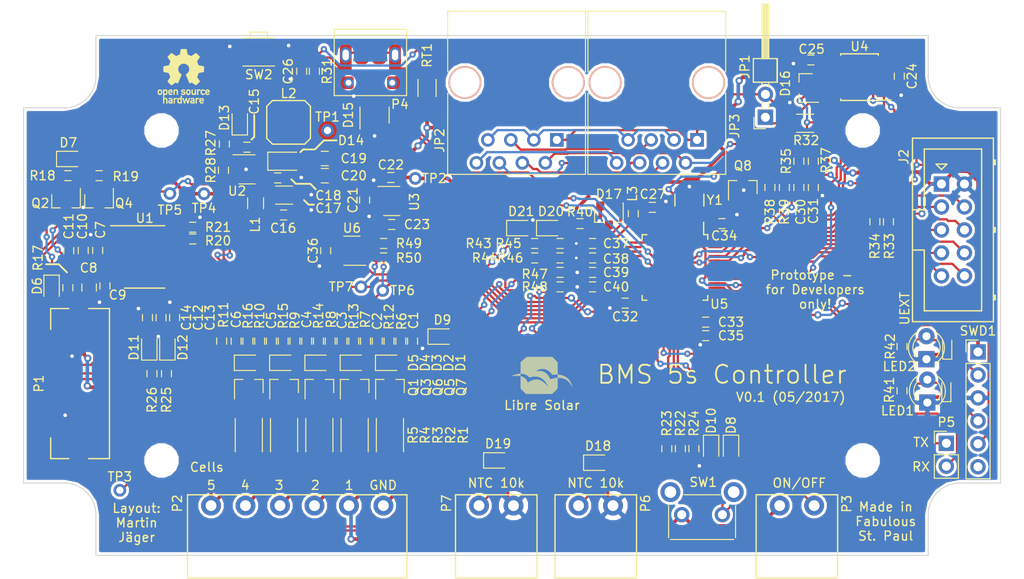
<source format=kicad_pcb>
(kicad_pcb (version 20170123) (host pcbnew "(2017-06-06 revision a18d72b5d)-makepkg")
  (layers (0 F.Cu signal) (31 B.Cu signal) (34 B.Paste user) (35 F.Paste user) (36 B.SilkS user) (37 F.SilkS user) (38 B.Mask user) (39 F.Mask user) (44 Edge.Cuts user))
  (net 0 "")
  (net 1 +5V)
  (net 2 /BQ76920/VC0)
  (net 3 /BQ76920/VC2)
  (net 4 /BQ76920/VC3)
  (net 5 /BQ76920/VC4)
  (net 6 /BQ76920/VC5)
  (net 7 "Net-(C7-Pad1)")
  (net 8 "Net-(C8-Pad1)")
  (net 9 /BQ76920/REGSRC)
  (net 10 /REGOUT)
  (net 11 /BQ76920/SRP)
  (net 12 /BQ76920/SRN)
  (net 13 "Net-(C15-Pad1)")
  (net 14 "Net-(C15-Pad2)")
  (net 15 "/Analog Frontend/BAT+")
  (net 16 "Net-(C17-Pad1)")
  (net 17 +3V3)
  (net 18 "Net-(C23-Pad1)")
  (net 19 "Net-(C26-Pad2)")
  (net 20 "Net-(C27-Pad1)")
  (net 21 /MCU/BOOT0)
  (net 22 /MCU/~RESET)
  (net 23 "/Analog Frontend/V_BAT")
  (net 24 "/Analog Frontend/V_LOAD")
  (net 25 "Net-(D1-Pad1)")
  (net 26 /BQ76920/CELLS_0)
  (net 27 "Net-(D2-Pad1)")
  (net 28 /BQ76920/CELLS_1)
  (net 29 "Net-(D3-Pad1)")
  (net 30 /BQ76920/CELLS_2)
  (net 31 "Net-(D4-Pad1)")
  (net 32 /BQ76920/CELLS_3)
  (net 33 "Net-(D5-Pad1)")
  (net 34 /BQ76920/CELLS_4)
  (net 35 /BQ76920/CELLS_5)
  (net 36 "Net-(D7-Pad2)")
  (net 37 "Net-(D8-Pad1)")
  (net 38 "Net-(D8-Pad2)")
  (net 39 "Net-(D15-Pad4)")
  (net 40 "Net-(D15-Pad6)")
  (net 41 /Communication/CAN_H)
  (net 42 /Communication/CAN_L)
  (net 43 /MCU/V_REF)
  (net 44 /Communication/UEXT_TX)
  (net 45 /Communication/UEXT_RX)
  (net 46 /MCU/I2C1_SCL)
  (net 47 /MCU/I2C1_SDA)
  (net 48 /MCU/SPI1_MISO)
  (net 49 /MCU/SPI1_MOSI)
  (net 50 /MCU/SPI1_SCK)
  (net 51 /MCU/SSEL)
  (net 52 "Net-(JP1-Pad1)")
  (net 53 /Communication/CAN_GND)
  (net 54 /Communication/CAN_SHLD)
  (net 55 /Communication/CAN_V+)
  (net 56 "Net-(LED1-Pad2)")
  (net 57 "Net-(LED2-Pad2)")
  (net 58 /BQ76920/CHG_EN)
  (net 59 "/Analog Frontend/LOAD+")
  (net 60 /BQ76920/DSG_EN)
  (net 61 /PCHG_EN)
  (net 62 /BQ76920/R_SENSE-)
  (net 63 /BQ76920/R_SENSE+)
  (net 64 "Net-(P4-Pad4)")
  (net 65 /MCU/USART1_TX)
  (net 66 /MCU/USART1_RX)
  (net 67 /MCU/ALERT_IN)
  (net 68 "Net-(R20-Pad2)")
  (net 69 "Net-(R27-Pad2)")
  (net 70 /Communication/USB_DM)
  (net 71 /Communication/USB_DP)
  (net 72 /MCU/LED1)
  (net 73 /MCU/LED2)
  (net 74 /MCU/SWCLK)
  (net 75 /MCU/SWDIO)
  (net 76 /Communication/CAN_TX)
  (net 77 /Communication/CAN_RX)
  (net 78 /Communication/CAN_STB)
  (net 79 /MCU/OSC_IN)
  (net 80 /MCU/OSC_OUT)
  (net 81 "Net-(Q1-Pad3)")
  (net 82 "Net-(Q3-Pad3)")
  (net 83 "Net-(Q5-Pad3)")
  (net 84 "Net-(Q6-Pad3)")
  (net 85 "Net-(Q7-Pad3)")
  (net 86 GND)
  (net 87 /BQ76920/VC1)
  (net 88 /BQ76920/BTN_PWR)
  (net 89 "/Analog Frontend/TEMP_1")
  (net 90 "/Analog Frontend/TEMP_2")
  (net 91 "Net-(D15-Pad5)")
  (net 92 "Net-(U1-Pad11)")
  (net 93 "Net-(U5-Pad2)")
  (net 94 "Net-(U5-Pad18)")
  (net 95 "Net-(U5-Pad19)")
  (net 96 "Net-(U5-Pad3)")
  (net 97 "Net-(U5-Pad4)")
  (net 98 /TS1)
  (net 99 "Net-(P1-Pad12)")
  (net 100 "Net-(P1-Pad11)")
  (net 101 /MCU/I2C2_SDA)
  (net 102 /MCU/I2C2_SCL)
  (net 103 "Net-(Q4-Pad3)")
  (net 104 "Net-(Q8-Pad3)")
  (net 105 "Net-(Q8-Pad1)")
  (net 106 /Communication/RJ45_P5)
  (net 107 /Communication/RJ45_P4)
  (net 108 "Net-(SWD1-Pad6)")
  (module Mounting_Holes:MountingHole_3.2mm_M3 (layer F.Cu) (at 185.25 70.5)
    (fp_text reference REF** hide)
    (fp_text value MountingHole_3.2mm_M3)
    (pad 1 np_thru_hole circle (at 0 0) (size 3.2 3.2) (drill 3.2) (layers *.Cu *.Mask))
  )
  (module Mounting_Holes:MountingHole_3.2mm_M3 (layer F.Cu) (at 185.25 107)
    (fp_text reference REF** hide)
    (fp_text value MountingHole_3.2mm_M3)
    (pad 1 np_thru_hole circle (at 0 0) (size 3.2 3.2) (drill 3.2) (layers *.Cu *.Mask))
  )
  (module Mounting_Holes:MountingHole_3.2mm_M3 (layer F.Cu) (at 107.75 107)
    (fp_text reference REF** hide)
    (fp_text value MountingHole_3.2mm_M3)
    (pad 1 np_thru_hole circle (at 0 0) (size 3.2 3.2) (drill 3.2) (layers *.Cu *.Mask))
  )
  (module Mounting_Holes:MountingHole_3.2mm_M3 (layer F.Cu) (at 107.75 70.5)
    (fp_text reference REF** hide)
    (fp_text value MountingHole_3.2mm_M3)
    (pad 1 np_thru_hole circle (at 0 0) (size 3.2 3.2) (drill 3.2) (layers *.Cu *.Mask))
  )
  (module LibreSolar:Fiducial_0.7mm (layer F.Cu) (at 178.3 106.1)
    (fp_text reference REF** hide)
    (fp_text value Fiducial_0.7mm)
    (pad ~ smd circle (at 0 0) (size 0.7 0.7) (layers F.Cu F.Mask) (clearance 0.7))
  )
  (module LibreSolar:RJ45_8P8C (layer F.Cu) (at 162.5 69 180)
    (fp_text reference JP3 (at -8.6 -1 270) (layer F.SilkS))
    (fp_text value RJ45_NS)
    (pad 8 thru_hole circle (at 4.445 -5.08 180) (size 1.5 1.5) (drill 0.9) (layers *.Cu *.Mask) (net 55 /Communication/CAN_V+))
    (pad 7 thru_hole circle (at 3.175 -2.54 180) (size 1.5 1.5) (drill 0.9) (layers *.Cu *.Mask) (net 53 /Communication/CAN_GND))
    (pad 6 thru_hole circle (at 1.905 -5.08 180) (size 1.5 1.5) (drill 0.9) (layers *.Cu *.Mask) (net 54 /Communication/CAN_SHLD))
    (pad 5 thru_hole circle (at 0.635 -2.54 180) (size 1.5 1.5) (drill 0.9) (layers *.Cu *.Mask) (net 106 /Communication/RJ45_P5))
    (pad 4 thru_hole circle (at -0.635 -5.08 180) (size 1.5 1.5) (drill 0.9) (layers *.Cu *.Mask) (net 107 /Communication/RJ45_P4))
    (pad 3 thru_hole circle (at -1.905 -2.54 180) (size 1.5 1.5) (drill 0.9) (layers *.Cu *.Mask) (net 53 /Communication/CAN_GND))
    (pad 2 thru_hole circle (at -3.175 -5.08 180) (size 1.5 1.5) (drill 0.9) (layers *.Cu *.Mask) (net 42 /Communication/CAN_L))
    (pad 1 thru_hole rect (at -4.445 -2.54 180) (size 1.5 1.5) (drill 0.9) (layers *.Cu *.Mask) (net 41 /Communication/CAN_H))
    (pad "" np_thru_hole circle (at -5.715 3.81 180) (size 3.65 3.65) (drill 3.25) (layers *.Cu *.SilkS *.Mask))
    (pad "" np_thru_hole circle (at 5.715 3.81 180) (size 3.65 3.65) (drill 3.25) (layers *.Cu *.SilkS *.Mask))
  )
  (module LibreSolar:RJ45_8P8C (layer F.Cu) (at 147 69 180)
    (fp_text reference JP2 (at 8.5 -2.6 270) (layer F.SilkS))
    (fp_text value RJ45_NS)
    (pad 8 thru_hole circle (at 4.445 -5.08 180) (size 1.5 1.5) (drill 0.9) (layers *.Cu *.Mask) (net 55 /Communication/CAN_V+))
    (pad 7 thru_hole circle (at 3.175 -2.54 180) (size 1.5 1.5) (drill 0.9) (layers *.Cu *.Mask) (net 53 /Communication/CAN_GND))
    (pad 6 thru_hole circle (at 1.905 -5.08 180) (size 1.5 1.5) (drill 0.9) (layers *.Cu *.Mask) (net 54 /Communication/CAN_SHLD))
    (pad 5 thru_hole circle (at 0.635 -2.54 180) (size 1.5 1.5) (drill 0.9) (layers *.Cu *.Mask) (net 106 /Communication/RJ45_P5))
    (pad 4 thru_hole circle (at -0.635 -5.08 180) (size 1.5 1.5) (drill 0.9) (layers *.Cu *.Mask) (net 107 /Communication/RJ45_P4))
    (pad 3 thru_hole circle (at -1.905 -2.54 180) (size 1.5 1.5) (drill 0.9) (layers *.Cu *.Mask) (net 53 /Communication/CAN_GND))
    (pad 2 thru_hole circle (at -3.175 -5.08 180) (size 1.5 1.5) (drill 0.9) (layers *.Cu *.Mask) (net 42 /Communication/CAN_L))
    (pad 1 thru_hole rect (at -4.445 -2.54 180) (size 1.5 1.5) (drill 0.9) (layers *.Cu *.Mask) (net 41 /Communication/CAN_H))
    (pad "" np_thru_hole circle (at -5.715 3.81 180) (size 3.65 3.65) (drill 3.25) (layers *.Cu *.SilkS *.Mask))
    (pad "" np_thru_hole circle (at 5.715 3.81 180) (size 3.65 3.65) (drill 3.25) (layers *.Cu *.SilkS *.Mask))
  )
  (module LibreSolar:Resonator_Murata_CSTCE (layer F.Cu) (at 166.1 78.2 180)
    (fp_text reference Y1 (at -2.8 0 180) (layer F.SilkS))
    (fp_text value 8kHz)
    (pad 3 smd rect (at 0 0 180) (size 0.4 2) (layers F.Cu F.Paste F.Mask) (net 86 GND))
    (pad 2 smd rect (at 1.2 0 180) (size 0.4 2) (layers F.Cu F.Paste F.Mask) (net 80 /MCU/OSC_OUT))
    (pad 1 smd rect (at -1.2 0 180) (size 0.4 2) (layers F.Cu F.Paste F.Mask) (net 79 /MCU/OSC_IN))
  )
  (module LibreSolar:Box_Header_2x05x2.54mm_Straight (layer F.Cu) (at 193.96 76.42 270)
    (fp_text reference J2 (at -3 4.16 270) (layer F.SilkS))
    (fp_text value UEXT)
    (pad 10 thru_hole circle (at 10.16 -2.54 270) (size 1.7 1.7) (drill 1) (layers *.Cu *.Mask) (net 51 /MCU/SSEL))
    (pad 9 thru_hole circle (at 10.16 0 270) (size 1.7 1.7) (drill 1) (layers *.Cu *.Mask) (net 50 /MCU/SPI1_SCK))
    (pad 8 thru_hole circle (at 7.62 -2.54 270) (size 1.7 1.7) (drill 1) (layers *.Cu *.Mask) (net 49 /MCU/SPI1_MOSI))
    (pad 7 thru_hole circle (at 7.62 0 270) (size 1.7 1.7) (drill 1) (layers *.Cu *.Mask) (net 48 /MCU/SPI1_MISO))
    (pad 6 thru_hole circle (at 5.08 -2.54 270) (size 1.7 1.7) (drill 1) (layers *.Cu *.Mask) (net 47 /MCU/I2C1_SDA))
    (pad 5 thru_hole circle (at 5.08 0 270) (size 1.7 1.7) (drill 1) (layers *.Cu *.Mask) (net 46 /MCU/I2C1_SCL))
    (pad 4 thru_hole circle (at 2.54 -2.54 270) (size 1.7 1.7) (drill 1) (layers *.Cu *.Mask) (net 45 /Communication/UEXT_RX))
    (pad 3 thru_hole circle (at 2.54 0 270) (size 1.7 1.7) (drill 1) (layers *.Cu *.Mask) (net 44 /Communication/UEXT_TX))
    (pad 2 thru_hole circle (at 0 -2.54 270) (size 1.7 1.7) (drill 1) (layers *.Cu *.Mask) (net 86 GND))
    (pad 1 thru_hole rect (at 0 0 270) (size 1.7 1.7) (drill 1) (layers *.Cu *.Mask) (net 17 +3V3))
  )
  (module LEDs:LED_0603 (layer F.Cu) (at 194.5 99.2 90)
    (fp_text reference LED3 hide)
    (fp_text value LED)
    (pad 2 smd rect (at 0.8 0 270) (size 0.8 0.8) (layers F.Cu F.Paste F.Mask) (net 56 "Net-(LED1-Pad2)"))
    (pad 1 smd rect (at -0.8 0 270) (size 0.8 0.8) (layers F.Cu F.Paste F.Mask) (net 86 GND))
  )
  (module LEDs:LED_0603 (layer F.Cu) (at 194.6 94.5 90)
    (fp_text reference LED4 hide)
    (fp_text value LED)
    (pad 1 smd rect (at -0.8 0 270) (size 0.8 0.8) (layers F.Cu F.Paste F.Mask) (net 86 GND))
    (pad 2 smd rect (at 0.8 0 270) (size 0.8 0.8) (layers F.Cu F.Paste F.Mask) (net 57 "Net-(LED2-Pad2)"))
  )
  (module LibreSolar:Phoenix_Contact_MC_1,5_2-G-3,81 (layer F.Cu) (at 177.980001 111.9975)
    (fp_text reference P3 (at 5.519999 -0.1975 90) (layer F.SilkS))
    (fp_text value ON/OFF)
    (pad 2 thru_hole circle (at 1.905 0) (size 2.2 2.2) (drill 1.2) (layers *.Cu *.Mask) (net 38 "Net-(D8-Pad2)"))
    (pad 1 thru_hole circle (at -1.905 0) (size 2.2 2.2) (drill 1.2) (layers *.Cu *.Mask) (net 28 /BQ76920/CELLS_1))
  )
  (module Housings_SSOP:TSSOP-20_4.4x6.5mm_Pitch0.65mm (layer F.Cu) (at 105.880493 84.487609)
    (fp_text reference U1 (at 0.019507 -4.287609) (layer F.SilkS))
    (fp_text value BQ76920)
    (pad 1 smd rect (at -2.95 -2.925) (size 1.45 0.45) (layers F.Cu F.Paste F.Mask) (net 60 /BQ76920/DSG_EN))
    (pad 2 smd rect (at -2.95 -2.275) (size 1.45 0.45) (layers F.Cu F.Paste F.Mask) (net 58 /BQ76920/CHG_EN))
    (pad 3 smd rect (at -2.95 -1.625) (size 1.45 0.45) (layers F.Cu F.Paste F.Mask) (net 86 GND))
    (pad 4 smd rect (at -2.95 -0.975) (size 1.45 0.45) (layers F.Cu F.Paste F.Mask) (net 101 /MCU/I2C2_SDA))
    (pad 5 smd rect (at -2.95 -0.325) (size 1.45 0.45) (layers F.Cu F.Paste F.Mask) (net 102 /MCU/I2C2_SCL))
    (pad 6 smd rect (at -2.95 0.325) (size 1.45 0.45) (layers F.Cu F.Paste F.Mask) (net 98 /TS1))
    (pad 7 smd rect (at -2.95 0.975) (size 1.45 0.45) (layers F.Cu F.Paste F.Mask) (net 7 "Net-(C7-Pad1)"))
    (pad 8 smd rect (at -2.95 1.625) (size 1.45 0.45) (layers F.Cu F.Paste F.Mask) (net 10 /REGOUT))
    (pad 9 smd rect (at -2.95 2.275) (size 1.45 0.45) (layers F.Cu F.Paste F.Mask) (net 9 /BQ76920/REGSRC))
    (pad 10 smd rect (at -2.95 2.925) (size 1.45 0.45) (layers F.Cu F.Paste F.Mask) (net 8 "Net-(C8-Pad1)"))
    (pad 11 smd rect (at 2.95 2.925) (size 1.45 0.45) (layers F.Cu F.Paste F.Mask) (net 92 "Net-(U1-Pad11)"))
    (pad 12 smd rect (at 2.95 2.275) (size 1.45 0.45) (layers F.Cu F.Paste F.Mask) (net 6 /BQ76920/VC5))
    (pad 13 smd rect (at 2.95 1.625) (size 1.45 0.45) (layers F.Cu F.Paste F.Mask) (net 5 /BQ76920/VC4))
    (pad 14 smd rect (at 2.95 0.975) (size 1.45 0.45) (layers F.Cu F.Paste F.Mask) (net 4 /BQ76920/VC3))
    (pad 15 smd rect (at 2.95 0.325) (size 1.45 0.45) (layers F.Cu F.Paste F.Mask) (net 3 /BQ76920/VC2))
    (pad 16 smd rect (at 2.95 -0.325) (size 1.45 0.45) (layers F.Cu F.Paste F.Mask) (net 87 /BQ76920/VC1))
    (pad 17 smd rect (at 2.95 -0.975) (size 1.45 0.45) (layers F.Cu F.Paste F.Mask) (net 2 /BQ76920/VC0))
    (pad 18 smd rect (at 2.95 -1.625) (size 1.45 0.45) (layers F.Cu F.Paste F.Mask) (net 11 /BQ76920/SRP))
    (pad 19 smd rect (at 2.95 -2.275) (size 1.45 0.45) (layers F.Cu F.Paste F.Mask) (net 12 /BQ76920/SRN))
    (pad 20 smd rect (at 2.95 -2.925) (size 1.45 0.45) (layers F.Cu F.Paste F.Mask) (net 68 "Net-(R20-Pad2)"))
  )
  (module Housings_SOIC:SOIC-8_3.9x4.9mm_Pitch1.27mm (layer F.Cu) (at 184.9 64.6 180)
    (fp_text reference U4 (at 0 3.4 180) (layer F.SilkS))
    (fp_text value TJA1042T/3)
    (pad 1 smd rect (at -2.7 -1.905 180) (size 1.55 0.6) (layers F.Cu F.Paste F.Mask) (net 76 /Communication/CAN_TX))
    (pad 2 smd rect (at -2.7 -0.635 180) (size 1.55 0.6) (layers F.Cu F.Paste F.Mask) (net 86 GND))
    (pad 3 smd rect (at -2.7 0.635 180) (size 1.55 0.6) (layers F.Cu F.Paste F.Mask) (net 1 +5V))
    (pad 4 smd rect (at -2.7 1.905 180) (size 1.55 0.6) (layers F.Cu F.Paste F.Mask) (net 77 /Communication/CAN_RX))
    (pad 5 smd rect (at 2.7 1.905 180) (size 1.55 0.6) (layers F.Cu F.Paste F.Mask) (net 17 +3V3))
    (pad 6 smd rect (at 2.7 0.635 180) (size 1.55 0.6) (layers F.Cu F.Paste F.Mask) (net 42 /Communication/CAN_L))
    (pad 7 smd rect (at 2.7 -0.635 180) (size 1.55 0.6) (layers F.Cu F.Paste F.Mask) (net 41 /Communication/CAN_H))
    (pad 8 smd rect (at 2.7 -1.905 180) (size 1.55 0.6) (layers F.Cu F.Paste F.Mask) (net 78 /Communication/CAN_STB))
  )
  (module LibreSolar:Wuerth_WR-FPC_686112148922 (layer F.Cu) (at 98.5 98.5 90)
    (fp_text reference P1 (at 0 -4.3 90) (layer F.SilkS))
    (fp_text value Conn_Switch-N-Sense)
    (pad 1 smd roundrect (at -5.5 -2.65 90) (size 0.6 1.3) (layers F.Cu F.Paste F.Mask) (net 15 "/Analog Frontend/BAT+"))
    (pad 2 smd roundrect (at -4.5 -2.65 90) (size 0.6 1.3) (layers F.Cu F.Paste F.Mask) (net 59 "/Analog Frontend/LOAD+"))
    (pad 3 smd roundrect (at -3.5 -2.65 90) (size 0.6 1.3) (layers F.Cu F.Paste F.Mask) (net 86 GND))
    (pad 4 smd roundrect (at -2.5 -2.65 90) (size 0.6 1.3) (layers F.Cu F.Paste F.Mask) (net 58 /BQ76920/CHG_EN))
    (pad 5 smd roundrect (at -1.5 -2.65 90) (size 0.6 1.3) (layers F.Cu F.Paste F.Mask) (net 60 /BQ76920/DSG_EN))
    (pad 6 smd roundrect (at -0.5 -2.65 90) (size 0.6 1.3) (layers F.Cu F.Paste F.Mask) (net 61 /PCHG_EN))
    (pad 7 smd roundrect (at 0.5 -2.65 90) (size 0.6 1.3) (layers F.Cu F.Paste F.Mask) (net 63 /BQ76920/R_SENSE+))
    (pad 8 smd roundrect (at 1.5 -2.65 90) (size 0.6 1.3) (layers F.Cu F.Paste F.Mask) (net 62 /BQ76920/R_SENSE-))
    (pad 9 smd roundrect (at 2.5 -2.65 90) (size 0.6 1.3) (layers F.Cu F.Paste F.Mask) (net 98 /TS1))
    (pad 10 smd roundrect (at 3.5 -2.65 90) (size 0.6 1.3) (layers F.Cu F.Paste F.Mask) (net 86 GND))
    (pad 11 smd roundrect (at 4.5 -2.65 90) (size 0.6 1.3) (layers F.Cu F.Paste F.Mask) (net 100 "Net-(P1-Pad11)"))
    (pad 12 smd roundrect (at 5.5 -2.65 90) (size 0.6 1.3) (layers F.Cu F.Paste F.Mask) (net 99 "Net-(P1-Pad12)"))
    (pad "" smd roundrect (at -7.8 0.1 90) (size 2 1.8) (layers F.Cu F.Paste F.Mask))
    (pad "" smd roundrect (at 7.8 0.1 90) (size 2 1.8) (layers F.Cu F.Paste F.Mask))
  )
  (module LibreSolar:USB_Micro-B_10103594-0001LF (layer F.Cu) (at 130.84 63.52 180)
    (fp_text reference P4 (at -3.26 -4.08 180) (layer F.SilkS))
    (fp_text value USB_Micro-B)
    (pad 6 smd roundrect (at 0.96 1.62 270) (size 2.5 1.43) (layers F.Cu F.Paste F.Mask) (net 19 "Net-(C26-Pad2)"))
    (pad 6 smd roundrect (at -0.96 1.62 270) (size 2.5 1.43) (layers F.Cu F.Paste F.Mask) (net 19 "Net-(C26-Pad2)"))
    (pad 6 thru_hole oval (at 2.73 1.38 270) (size 1.7 1.2) (drill oval 1.2 0.7) (layers *.Cu *.Mask) (net 19 "Net-(C26-Pad2)"))
    (pad 6 thru_hole oval (at -2.73 1.38 270) (size 1.7 1.2) (drill oval 1.2 0.7) (layers *.Cu *.Mask) (net 19 "Net-(C26-Pad2)"))
    (pad 6 thru_hole circle (at 2.42 -1.7 270) (size 1.1 1.1) (drill 0.65) (layers *.Cu *.Mask) (net 19 "Net-(C26-Pad2)"))
    (pad 6 thru_hole circle (at -2.42 -1.7 270) (size 1.1 1.1) (drill 0.65) (layers *.Cu *.Mask) (net 19 "Net-(C26-Pad2)"))
    (pad 5 smd rect (at 1.3 -1.5 270) (size 1.65 0.4) (layers F.Cu F.Paste F.Mask) (net 86 GND))
    (pad 4 smd rect (at 0.65 -1.5 270) (size 1.65 0.4) (layers F.Cu F.Paste F.Mask) (net 64 "Net-(P4-Pad4)"))
    (pad 3 smd rect (at 0 -1.5 270) (size 1.65 0.4) (layers F.Cu F.Paste F.Mask) (net 40 "Net-(D15-Pad6)"))
    (pad 2 smd rect (at -0.65 -1.5 270) (size 1.65 0.4) (layers F.Cu F.Paste F.Mask) (net 39 "Net-(D15-Pad4)"))
    (pad 1 smd rect (at -1.3 -1.5 270) (size 1.65 0.4) (layers F.Cu F.Paste F.Mask) (net 91 "Net-(D15-Pad5)"))
    (pad 6 smd roundrect (at 2.9 -1.7 180) (size 2.1 1.4) (layers F.Cu F.Paste F.Mask) (roundrect_rratio 0.2) (net 19 "Net-(C26-Pad2)"))
    (pad 6 smd roundrect (at -2.9 -1.7 180) (size 2.1 1.4) (layers F.Cu F.Paste F.Mask) (roundrect_rratio 0.2) (net 19 "Net-(C26-Pad2)"))
    (pad 6 smd roundrect (at -2.725 1 270) (size 3.05 1.3) (layers F.Cu F.Paste F.Mask) (roundrect_rratio 0.2) (net 19 "Net-(C26-Pad2)"))
    (pad 6 smd roundrect (at 2.725 1 270) (size 3.05 1.3) (layers F.Cu F.Paste F.Mask) (roundrect_rratio 0.2) (net 19 "Net-(C26-Pad2)"))
    (pad 6 smd roundrect (at 3 -0.4 180) (size 1.85 0.8) (layers F.Cu F.Paste F.Mask) (roundrect_rratio 0.2) (net 19 "Net-(C26-Pad2)"))
    (pad 6 smd roundrect (at -3 -0.4 180) (size 1.85 0.8) (layers F.Cu F.Paste F.Mask) (roundrect_rratio 0.2) (net 19 "Net-(C26-Pad2)"))
  )
  (module TO_SOT_Packages_SMD:SOT-23-6 (layer F.Cu) (at 131.3 68.8 90)
    (fp_text reference D15 (at 0 -2.9 90) (layer F.SilkS))
    (fp_text value USBLC6-2SC6)
    (pad 1 smd rect (at -1.1 -0.95 90) (size 1.06 0.65) (layers F.Cu F.Paste F.Mask) (net 71 /Communication/USB_DP))
    (pad 2 smd rect (at -1.1 0 90) (size 1.06 0.65) (layers F.Cu F.Paste F.Mask) (net 86 GND))
    (pad 3 smd rect (at -1.1 0.95 90) (size 1.06 0.65) (layers F.Cu F.Paste F.Mask) (net 70 /Communication/USB_DM))
    (pad 4 smd rect (at 1.1 0.95 90) (size 1.06 0.65) (layers F.Cu F.Paste F.Mask) (net 39 "Net-(D15-Pad4)"))
    (pad 6 smd rect (at 1.1 -0.95 90) (size 1.06 0.65) (layers F.Cu F.Paste F.Mask) (net 40 "Net-(D15-Pad6)"))
    (pad 5 smd rect (at 1.1 0 90) (size 1.06 0.65) (layers F.Cu F.Paste F.Mask) (net 91 "Net-(D15-Pad5)"))
  )
  (module LibreSolar:Phoenix_Contact_MC_1,5_2-G-3,81 (layer F.Cu) (at 144.75 112)
    (fp_text reference P7 (at -5.5 -0.25 90) (layer F.SilkS))
    (fp_text value CONN_01X02)
    (pad 1 thru_hole circle (at -1.905 0) (size 2.2 2.2) (drill 1.2) (layers *.Cu *.Mask) (net 90 "/Analog Frontend/TEMP_2"))
    (pad 2 thru_hole circle (at 1.905 0) (size 2.2 2.2) (drill 1.2) (layers *.Cu *.Mask) (net 86 GND))
  )
  (module LibreSolar:Phoenix_Contact_MC_1,5_2-G-3,81 (layer F.Cu) (at 155.75 112)
    (fp_text reference P6 (at 5.5 -0.25 90) (layer F.SilkS))
    (fp_text value CONN_01X02)
    (pad 2 thru_hole circle (at 1.905 0) (size 2.2 2.2) (drill 1.2) (layers *.Cu *.Mask) (net 86 GND))
    (pad 1 thru_hole circle (at -1.905 0) (size 2.2 2.2) (drill 1.2) (layers *.Cu *.Mask) (net 89 "/Analog Frontend/TEMP_1"))
  )
  (module LibreSolar:R_0603_1608 (layer F.Cu) (at 97.4 87.9 270)
    (fp_text reference R17 (at -3.3 3.3 90) (layer F.SilkS))
    (fp_text value 100)
    (pad 2 smd roundrect (at 0.8 0 270) (size 0.8 0.9) (layers F.Cu F.Paste F.Mask) (roundrect_rratio 0.2) (net 8 "Net-(C8-Pad1)"))
    (pad 1 smd roundrect (at -0.8 0 270) (size 0.8 0.9) (layers F.Cu F.Paste F.Mask) (roundrect_rratio 0.2) (net 9 /BQ76920/REGSRC))
  )
  (module LibreSolar:SOT-23 (layer F.Cu) (at 97.2 78.3 270)
    (fp_text reference Q2 (at 0.25 2.85) (layer F.SilkS))
    (fp_text value BSS84)
    (pad 1 smd roundrect (at -1.05 -0.95 270) (size 1 0.9) (layers F.Cu F.Paste F.Mask) (roundrect_rratio 0.2) (net 36 "Net-(D7-Pad2)"))
    (pad 2 smd roundrect (at -1.05 0.95 270) (size 1 0.9) (layers F.Cu F.Paste F.Mask) (roundrect_rratio 0.2) (net 15 "/Analog Frontend/BAT+"))
    (pad 3 smd roundrect (at 1.05 0 270) (size 1 0.9) (layers F.Cu F.Paste F.Mask) (roundrect_rratio 0.2) (net 9 /BQ76920/REGSRC))
  )
  (module Pin_Headers:Pin_Header_Straight_1x06_Pitch2.54mm (layer F.Cu) (at 198 95)
    (fp_text reference SWD1 (at 0 -2.33) (layer F.SilkS))
    (fp_text value ST_Nucleo_SWD)
    (pad 6 thru_hole oval (at 0 12.7) (size 1.7 1.7) (drill 1) (layers *.Cu *.Mask) (net 108 "Net-(SWD1-Pad6)"))
    (pad 5 thru_hole oval (at 0 10.16) (size 1.7 1.7) (drill 1) (layers *.Cu *.Mask) (net 22 /MCU/~RESET))
    (pad 4 thru_hole oval (at 0 7.62) (size 1.7 1.7) (drill 1) (layers *.Cu *.Mask) (net 75 /MCU/SWDIO))
    (pad 3 thru_hole oval (at 0 5.08) (size 1.7 1.7) (drill 1) (layers *.Cu *.Mask) (net 86 GND))
    (pad 2 thru_hole oval (at 0 2.54) (size 1.7 1.7) (drill 1) (layers *.Cu *.Mask) (net 74 /MCU/SWCLK))
    (pad 1 thru_hole rect (at 0 0) (size 1.7 1.7) (drill 1) (layers *.Cu *.Mask) (net 17 +3V3))
  )
  (module LibreSolar:R_1206_3216 (layer F.Cu) (at 137.1 65.8 90)
    (fp_text reference RT1 (at 3.6 0 90) (layer F.SilkS))
    (fp_text value 200mA)
    (pad 1 smd roundrect (at -1.5 0 90) (size 1 1.8) (layers F.Cu F.Paste F.Mask) (roundrect_rratio 0.2) (net 1 +5V))
    (pad 2 smd roundrect (at 1.5 0 90) (size 1 1.8) (layers F.Cu F.Paste F.Mask) (roundrect_rratio 0.2) (net 91 "Net-(D15-Pad5)"))
  )
  (module LibreSolar:SOT-23 (layer F.Cu) (at 172 76.8 90)
    (fp_text reference Q8 (at 2.4 0 180) (layer F.SilkS))
    (fp_text value BSS138)
    (pad 3 smd roundrect (at 1.05 0 90) (size 1 0.9) (layers F.Cu F.Paste F.Mask) (roundrect_rratio 0.2) (net 104 "Net-(Q8-Pad3)"))
    (pad 2 smd roundrect (at -1.05 0.95 90) (size 1 0.9) (layers F.Cu F.Paste F.Mask) (roundrect_rratio 0.2) (net 86 GND))
    (pad 1 smd roundrect (at -1.05 -0.95 90) (size 1 0.9) (layers F.Cu F.Paste F.Mask) (roundrect_rratio 0.2) (net 105 "Net-(Q8-Pad1)"))
  )
  (module LibreSolar:C_0603_1608 (layer F.Cu) (at 100.7 83.775 90)
    (fp_text reference C7 (at 2.275 0.3 90) (layer F.SilkS))
    (fp_text value 1u)
    (pad 2 smd roundrect (at 0.8 0 90) (size 0.8 0.9) (layers F.Cu F.Paste F.Mask) (roundrect_rratio 0.2) (net 86 GND))
    (pad 1 smd roundrect (at -0.8 0 90) (size 0.8 0.9) (layers F.Cu F.Paste F.Mask) (roundrect_rratio 0.2) (net 7 "Net-(C7-Pad1)"))
  )
  (module LibreSolar:C_0603_1608 (layer F.Cu) (at 101.5 87.7 270)
    (fp_text reference C9 (at 1 -1.4) (layer F.SilkS))
    (fp_text value 1u)
    (pad 1 smd roundrect (at -0.8 0 270) (size 0.8 0.9) (layers F.Cu F.Paste F.Mask) (roundrect_rratio 0.2) (net 9 /BQ76920/REGSRC))
    (pad 2 smd roundrect (at 0.8 0 270) (size 0.8 0.9) (layers F.Cu F.Paste F.Mask) (roundrect_rratio 0.2) (net 86 GND))
  )
  (module LibreSolar:C_0603_1608 (layer F.Cu) (at 99.1 83.775 90)
    (fp_text reference C10 (at 2.675 -0.1 90) (layer F.SilkS))
    (fp_text value 4.7u)
    (pad 2 smd roundrect (at 0.8 0 90) (size 0.8 0.9) (layers F.Cu F.Paste F.Mask) (roundrect_rratio 0.2) (net 86 GND))
    (pad 1 smd roundrect (at -0.8 0 90) (size 0.8 0.9) (layers F.Cu F.Paste F.Mask) (roundrect_rratio 0.2) (net 10 /REGOUT))
  )
  (module LibreSolar:C_0603_1608 (layer F.Cu) (at 121.25 79.85)
    (fp_text reference C16 (at -0.05 1.45) (layer F.SilkS))
    (fp_text value 1u)
    (pad 1 smd roundrect (at -0.8 0) (size 0.8 0.9) (layers F.Cu F.Paste F.Mask) (roundrect_rratio 0.2) (net 15 "/Analog Frontend/BAT+"))
    (pad 2 smd roundrect (at 0.8 0) (size 0.8 0.9) (layers F.Cu F.Paste F.Mask) (roundrect_rratio 0.2) (net 86 GND))
  )
  (module LibreSolar:C_0805_2012 (layer F.Cu) (at 99.75 87.875 270)
    (fp_text reference C8 (at -2.175 0.05) (layer F.SilkS))
    (fp_text value 10u)
    (pad 1 smd roundrect (at -1 0 270) (size 1.1 1.4) (layers F.Cu F.Paste F.Mask) (roundrect_rratio 0.2) (net 8 "Net-(C8-Pad1)"))
    (pad 2 smd roundrect (at 1 0 270) (size 1.1 1.4) (layers F.Cu F.Paste F.Mask) (roundrect_rratio 0.2) (net 86 GND))
  )
  (module LibreSolar:D_SOD-323 (layer F.Cu) (at 150.8 81.3)
    (fp_text reference D20 (at 0 -1.85) (layer F.SilkS))
    (fp_text value 3.3V)
    (pad 2 smd roundrect (at 1.05 0) (size 0.8 0.5) (layers F.Cu F.Paste F.Mask) (roundrect_rratio 0.2) (net 86 GND))
    (pad 1 smd roundrect (at -1.05 0) (size 0.8 0.5) (layers F.Cu F.Paste F.Mask) (roundrect_rratio 0.2) (net 23 "/Analog Frontend/V_BAT"))
  )
  (module LibreSolar:D_SOD-323 (layer F.Cu) (at 147.5 81.3)
    (fp_text reference D21 (at 0 -1.85) (layer F.SilkS))
    (fp_text value 3.3V)
    (pad 1 smd roundrect (at -1.05 0) (size 0.8 0.5) (layers F.Cu F.Paste F.Mask) (roundrect_rratio 0.2) (net 24 "/Analog Frontend/V_LOAD"))
    (pad 2 smd roundrect (at 1.05 0) (size 0.8 0.5) (layers F.Cu F.Paste F.Mask) (roundrect_rratio 0.2) (net 86 GND))
  )
  (module LibreSolar:Phoenix_Contact_MC_1,5_6-G-3,81 (layer F.Cu) (at 122.75 112)
    (fp_text reference P2 (at -13.25 -0.25 90) (layer F.SilkS))
    (fp_text value CONN_01X06)
    (pad 6 thru_hole circle (at 9.525 0) (size 2.2 2.2) (drill 1.2) (layers *.Cu *.Mask) (net 26 /BQ76920/CELLS_0))
    (pad 5 thru_hole circle (at 5.715 0) (size 2.2 2.2) (drill 1.2) (layers *.Cu *.Mask) (net 28 /BQ76920/CELLS_1))
    (pad 4 thru_hole circle (at 1.905 0) (size 2.2 2.2) (drill 1.2) (layers *.Cu *.Mask) (net 30 /BQ76920/CELLS_2))
    (pad 3 thru_hole circle (at -1.905 0) (size 2.2 2.2) (drill 1.2) (layers *.Cu *.Mask) (net 32 /BQ76920/CELLS_3))
    (pad 2 thru_hole circle (at -5.715 0) (size 2.2 2.2) (drill 1.2) (layers *.Cu *.Mask) (net 34 /BQ76920/CELLS_4))
    (pad 1 thru_hole circle (at -9.525 0) (size 2.2 2.2) (drill 1.2) (layers *.Cu *.Mask) (net 35 /BQ76920/CELLS_5))
  )
  (module LibreSolar:Fiducial_0.7mm (layer F.Cu) (at 101.2 69.3)
    (fp_text reference REF** hide)
    (fp_text value Fiducial_0.7mm)
    (pad ~ smd circle (at 0 0) (size 0.7 0.7) (layers F.Cu F.Mask) (clearance 0.7))
  )
  (module LibreSolar:R_0603_1608 (layer F.Cu) (at 132.3 84.6)
    (fp_text reference R50 (at 2.8 0) (layer F.SilkS))
    (fp_text value 2.2k)
    (pad 2 smd roundrect (at 0.8 0) (size 0.8 0.9) (layers F.Cu F.Paste F.Mask) (roundrect_rratio 0.2) (net 17 +3V3))
    (pad 1 smd roundrect (at -0.8 0) (size 0.8 0.9) (layers F.Cu F.Paste F.Mask) (roundrect_rratio 0.2) (net 102 /MCU/I2C2_SCL))
  )
  (module LibreSolar:C_0603_1608 (layer F.Cu) (at 125.9 83.8 270)
    (fp_text reference C36 (at 0 1.4 270) (layer F.SilkS))
    (fp_text value 100n)
    (pad 2 smd roundrect (at 0.8 0 270) (size 0.8 0.9) (layers F.Cu F.Paste F.Mask) (roundrect_rratio 0.2) (net 86 GND))
    (pad 1 smd roundrect (at -0.8 0 270) (size 0.8 0.9) (layers F.Cu F.Paste F.Mask) (roundrect_rratio 0.2) (net 17 +3V3))
  )
  (module TO_SOT_Packages_SMD:SOT-23-5 (layer F.Cu) (at 128.8 83.8 180)
    (fp_text reference U6 (at 0 2.5 180) (layer F.SilkS))
    (fp_text value 24AA01)
    (pad 1 smd rect (at -1.1 -0.95 180) (size 1.06 0.65) (layers F.Cu F.Paste F.Mask) (net 102 /MCU/I2C2_SCL))
    (pad 2 smd rect (at -1.1 0 180) (size 1.06 0.65) (layers F.Cu F.Paste F.Mask) (net 86 GND))
    (pad 3 smd rect (at -1.1 0.95 180) (size 1.06 0.65) (layers F.Cu F.Paste F.Mask) (net 101 /MCU/I2C2_SDA))
    (pad 4 smd rect (at 1.1 0.95 180) (size 1.06 0.65) (layers F.Cu F.Paste F.Mask) (net 17 +3V3))
    (pad 5 smd rect (at 1.1 -0.95 180) (size 1.06 0.65) (layers F.Cu F.Paste F.Mask) (net 86 GND))
  )
  (module LibreSolar:C_0603_1608 (layer F.Cu) (at 155.4 84.6 180)
    (fp_text reference C38 (at -2.6 -0.1 180) (layer F.SilkS))
    (fp_text value 100n)
    (pad 2 smd roundrect (at 0.8 0 180) (size 0.8 0.9) (layers F.Cu F.Paste F.Mask) (roundrect_rratio 0.2) (net 86 GND))
    (pad 1 smd roundrect (at -0.8 0 180) (size 0.8 0.9) (layers F.Cu F.Paste F.Mask) (roundrect_rratio 0.2) (net 24 "/Analog Frontend/V_LOAD"))
  )
  (module LibreSolar:SW_SPST_EVQP7A (layer F.Cu) (at 118.5 61.82 180)
    (fp_text reference SW2 (at 0 -2.5 180) (layer F.SilkS))
    (fp_text value SW_PUSH)
    (pad 2 smd roundrect (at -1.8 0.72 180) (size 1.4 1.05) (layers F.Cu F.Paste F.Mask) (roundrect_rratio 0.2) (net 86 GND))
    (pad 2 smd roundrect (at 1.8 0.72 180) (size 1.4 1.05) (layers F.Cu F.Paste F.Mask) (roundrect_rratio 0.2) (net 86 GND))
    (pad 1 smd roundrect (at -1.8 -0.72 180) (size 1.4 1.05) (layers F.Cu F.Paste F.Mask) (roundrect_rratio 0.2) (net 22 /MCU/~RESET))
    (pad 1 smd roundrect (at 1.8 -0.72 180) (size 1.4 1.05) (layers F.Cu F.Paste F.Mask) (roundrect_rratio 0.2) (net 22 /MCU/~RESET))
  )
  (module LibreSolar:L_WE-TPC-4818 (layer F.Cu) (at 121.8 69.6)
    (fp_text reference L2 (at 0 -3.2 180) (layer F.SilkS))
    (fp_text value 22uH)
    (pad 1 smd rect (at -2.159 0) (size 1.50114 5.30098) (layers F.Cu F.Paste F.Mask) (net 14 "Net-(C15-Pad2)"))
    (pad 2 smd rect (at 2.159 0) (size 1.50114 5.30098) (layers F.Cu F.Paste F.Mask) (net 1 +5V))
  )
  (module LibreSolar:D_SOD-323 (layer F.Cu) (at 97.75 73.65)
    (fp_text reference D7 (at -0.3 -1.8) (layer F.SilkS))
    (fp_text value 5.6V)
    (pad 1 smd roundrect (at -1.05 0) (size 0.8 0.5) (layers F.Cu F.Paste F.Mask) (roundrect_rratio 0.2) (net 15 "/Analog Frontend/BAT+"))
    (pad 2 smd roundrect (at 1.05 0) (size 0.8 0.5) (layers F.Cu F.Paste F.Mask) (roundrect_rratio 0.2) (net 36 "Net-(D7-Pad2)"))
  )
  (module LibreSolar:D_SOD-323 (layer F.Cu) (at 116.4 69.4 90)
    (fp_text reference D13 (at 0.3 -1.7 90) (layer F.SilkS))
    (fp_text value 1N4148W-7-F)
    (pad 1 smd roundrect (at -1.05 0 90) (size 0.8 0.5) (layers F.Cu F.Paste F.Mask) (roundrect_rratio 0.2) (net 13 "Net-(C15-Pad1)"))
    (pad 2 smd roundrect (at 1.05 0 90) (size 0.8 0.5) (layers F.Cu F.Paste F.Mask) (roundrect_rratio 0.2) (net 1 +5V))
  )
  (module LibreSolar:TestPoint_0.8mm_hole (layer F.Cu) (at 135.8 75.8)
    (fp_text reference TP2 (at 2.1 0) (layer F.SilkS))
    (fp_text value 3.3V)
    (pad 1 thru_hole circle (at 0 0) (size 1.4 1.4) (drill 0.8) (layers *.Cu *.Mask) (net 17 +3V3))
  )
  (module LibreSolar:TestPoint_0.8mm_hole (layer F.Cu) (at 129.8 87.8)
    (fp_text reference TP7 (at -2.2 0) (layer F.SilkS))
    (fp_text value SCL)
    (pad 1 thru_hole circle (at 0 0) (size 1.4 1.4) (drill 0.8) (layers *.Cu *.Mask) (net 102 /MCU/I2C2_SCL))
  )
  (module LibreSolar:TestPoint_0.8mm_hole (layer F.Cu) (at 132.2 88.2)
    (fp_text reference TP6 (at 2.2 0) (layer F.SilkS))
    (fp_text value SDA)
    (pad 1 thru_hole circle (at 0 0) (size 1.4 1.4) (drill 0.8) (layers *.Cu *.Mask) (net 101 /MCU/I2C2_SDA))
  )
  (module LibreSolar:TestPoint_0.8mm_hole (layer F.Cu) (at 108.675 77.475)
    (fp_text reference TP5 (at 0 1.825) (layer F.SilkS))
    (fp_text value Regout)
    (pad 1 thru_hole circle (at 0 0) (size 1.4 1.4) (drill 0.8) (layers *.Cu *.Mask) (net 10 /REGOUT))
  )
  (module LibreSolar:TestPoint_0.8mm_hole (layer F.Cu) (at 103.15 110.3)
    (fp_text reference TP3 (at 0 -1.5) (layer F.SilkS))
    (fp_text value Load+)
    (pad 1 thru_hole circle (at 0 0) (size 1.4 1.4) (drill 0.8) (layers *.Cu *.Mask) (net 59 "/Analog Frontend/LOAD+"))
  )
  (module LibreSolar:TestPoint_0.8mm_hole (layer F.Cu) (at 112.45 77.5)
    (fp_text reference TP4 (at 0 1.6) (layer F.SilkS))
    (fp_text value Bat+)
    (pad 1 thru_hole circle (at 0 0) (size 1.4 1.4) (drill 0.8) (layers *.Cu *.Mask) (net 15 "/Analog Frontend/BAT+"))
  )
  (module LibreSolar:TestPoint_0.8mm_hole (layer F.Cu) (at 126.1 70.5)
    (fp_text reference TP1 (at 0 -1.5) (layer F.SilkS))
    (fp_text value 5V)
    (pad 1 thru_hole circle (at 0 0) (size 1.4 1.4) (drill 0.8) (layers *.Cu *.Mask) (net 1 +5V))
  )
  (module LibreSolar:R_0603_1608 (layer F.Cu) (at 111.2 81.2)
    (fp_text reference R21 (at 2.8 0) (layer F.SilkS))
    (fp_text value 1M)
    (pad 2 smd roundrect (at 0.8 0) (size 0.8 0.9) (layers F.Cu F.Paste F.Mask) (roundrect_rratio 0.2) (net 86 GND))
    (pad 1 smd roundrect (at -0.8 0) (size 0.8 0.9) (layers F.Cu F.Paste F.Mask) (roundrect_rratio 0.2) (net 68 "Net-(R20-Pad2)"))
  )
  (module LibreSolar:R_0603_1608 (layer F.Cu) (at 132.3 83)
    (fp_text reference R49 (at 2.8 0) (layer F.SilkS))
    (fp_text value 2.2k)
    (pad 2 smd roundrect (at 0.8 0) (size 0.8 0.9) (layers F.Cu F.Paste F.Mask) (roundrect_rratio 0.2) (net 17 +3V3))
    (pad 1 smd roundrect (at -0.8 0) (size 0.8 0.9) (layers F.Cu F.Paste F.Mask) (roundrect_rratio 0.2) (net 101 /MCU/I2C2_SDA))
  )
  (module LibreSolar:C_0603_1608 (layer F.Cu) (at 109.2 91.2 90)
    (fp_text reference C13 (at 0 3.9 90) (layer F.SilkS))
    (fp_text value 100n)
    (pad 2 smd roundrect (at 0.8 0 90) (size 0.8 0.9) (layers F.Cu F.Paste F.Mask) (roundrect_rratio 0.2) (net 86 GND))
    (pad 1 smd roundrect (at -0.8 0 90) (size 0.8 0.9) (layers F.Cu F.Paste F.Mask) (roundrect_rratio 0.2) (net 11 /BQ76920/SRP))
  )
  (module Housings_QFP:LQFP-48_7x7mm_Pitch0.5mm (layer F.Cu) (at 164.5 85.65 270)
    (fp_text reference U5 (at 4.05 -4.9) (layer F.SilkS))
    (fp_text value STM32F072CB)
    (pad 1 smd rect (at -4.35 -2.75 270) (size 1.3 0.25) (layers F.Cu F.Paste F.Mask) (net 17 +3V3))
    (pad 2 smd rect (at -4.35 -2.25 270) (size 1.3 0.25) (layers F.Cu F.Paste F.Mask) (net 93 "Net-(U5-Pad2)"))
    (pad 3 smd rect (at -4.35 -1.75 270) (size 1.3 0.25) (layers F.Cu F.Paste F.Mask) (net 96 "Net-(U5-Pad3)"))
    (pad 4 smd rect (at -4.35 -1.25 270) (size 1.3 0.25) (layers F.Cu F.Paste F.Mask) (net 97 "Net-(U5-Pad4)"))
    (pad 5 smd rect (at -4.35 -0.75 270) (size 1.3 0.25) (layers F.Cu F.Paste F.Mask) (net 79 /MCU/OSC_IN))
    (pad 6 smd rect (at -4.35 -0.25 270) (size 1.3 0.25) (layers F.Cu F.Paste F.Mask) (net 80 /MCU/OSC_OUT))
    (pad 7 smd rect (at -4.35 0.25 270) (size 1.3 0.25) (layers F.Cu F.Paste F.Mask) (net 22 /MCU/~RESET))
    (pad 8 smd rect (at -4.35 0.75 270) (size 1.3 0.25) (layers F.Cu F.Paste F.Mask) (net 86 GND))
    (pad 9 smd rect (at -4.35 1.25 270) (size 1.3 0.25) (layers F.Cu F.Paste F.Mask) (net 20 "Net-(C27-Pad1)"))
    (pad 10 smd rect (at -4.35 1.75 270) (size 1.3 0.25) (layers F.Cu F.Paste F.Mask) (net 43 /MCU/V_REF))
    (pad 11 smd rect (at -4.35 2.25 270) (size 1.3 0.25) (layers F.Cu F.Paste F.Mask) (net 51 /MCU/SSEL))
    (pad 12 smd rect (at -4.35 2.75 270) (size 1.3 0.25) (layers F.Cu F.Paste F.Mask) (net 44 /Communication/UEXT_TX))
    (pad 13 smd rect (at -2.75 4.35) (size 1.3 0.25) (layers F.Cu F.Paste F.Mask) (net 45 /Communication/UEXT_RX))
    (pad 14 smd rect (at -2.25 4.35) (size 1.3 0.25) (layers F.Cu F.Paste F.Mask) (net 23 "/Analog Frontend/V_BAT"))
    (pad 15 smd rect (at -1.75 4.35) (size 1.3 0.25) (layers F.Cu F.Paste F.Mask) (net 24 "/Analog Frontend/V_LOAD"))
    (pad 16 smd rect (at -1.25 4.35) (size 1.3 0.25) (layers F.Cu F.Paste F.Mask) (net 89 "/Analog Frontend/TEMP_1"))
    (pad 17 smd rect (at -0.75 4.35) (size 1.3 0.25) (layers F.Cu F.Paste F.Mask) (net 90 "/Analog Frontend/TEMP_2"))
    (pad 18 smd rect (at -0.25 4.35) (size 1.3 0.25) (layers F.Cu F.Paste F.Mask) (net 94 "Net-(U5-Pad18)"))
    (pad 19 smd rect (at 0.25 4.35) (size 1.3 0.25) (layers F.Cu F.Paste F.Mask) (net 95 "Net-(U5-Pad19)"))
    (pad 20 smd rect (at 0.75 4.35) (size 1.3 0.25) (layers F.Cu F.Paste F.Mask) (net 61 /PCHG_EN))
    (pad 21 smd rect (at 1.25 4.35) (size 1.3 0.25) (layers F.Cu F.Paste F.Mask) (net 102 /MCU/I2C2_SCL))
    (pad 22 smd rect (at 1.75 4.35) (size 1.3 0.25) (layers F.Cu F.Paste F.Mask) (net 101 /MCU/I2C2_SDA))
    (pad 23 smd rect (at 2.25 4.35) (size 1.3 0.25) (layers F.Cu F.Paste F.Mask) (net 86 GND))
    (pad 24 smd rect (at 2.75 4.35) (size 1.3 0.25) (layers F.Cu F.Paste F.Mask) (net 17 +3V3))
    (pad 25 smd rect (at 4.35 2.75 270) (size 1.3 0.25) (layers F.Cu F.Paste F.Mask) (net 67 /MCU/ALERT_IN))
    (pad 26 smd rect (at 4.35 2.25 270) (size 1.3 0.25) (layers F.Cu F.Paste F.Mask) (net 98 /TS1))
    (pad 27 smd rect (at 4.35 1.75 270) (size 1.3 0.25) (layers F.Cu F.Paste F.Mask) (net 72 /MCU/LED1))
    (pad 28 smd rect (at 4.35 1.25 270) (size 1.3 0.25) (layers F.Cu F.Paste F.Mask) (net 73 /MCU/LED2))
    (pad 29 smd rect (at 4.35 0.75 270) (size 1.3 0.25) (layers F.Cu F.Paste F.Mask) (net 88 /BQ76920/BTN_PWR))
    (pad 30 smd rect (at 4.35 0.25 270) (size 1.3 0.25) (layers F.Cu F.Paste F.Mask) (net 65 /MCU/USART1_TX))
    (pad 31 smd rect (at 4.35 -0.25 270) (size 1.3 0.25) (layers F.Cu F.Paste F.Mask) (net 66 /MCU/USART1_RX))
    (pad 32 smd rect (at 4.35 -0.75 270) (size 1.3 0.25) (layers F.Cu F.Paste F.Mask) (net 70 /Communication/USB_DM))
    (pad 33 smd rect (at 4.35 -1.25 270) (size 1.3 0.25) (layers F.Cu F.Paste F.Mask) (net 71 /Communication/USB_DP))
    (pad 34 smd rect (at 4.35 -1.75 270) (size 1.3 0.25) (layers F.Cu F.Paste F.Mask) (net 75 /MCU/SWDIO))
    (pad 35 smd rect (at 4.35 -2.25 270) (size 1.3 0.25) (layers F.Cu F.Paste F.Mask) (net 86 GND))
    (pad 36 smd rect (at 4.35 -2.75 270) (size 1.3 0.25) (layers F.Cu F.Paste F.Mask) (net 17 +3V3))
    (pad 37 smd rect (at 2.75 -4.35) (size 1.3 0.25) (layers F.Cu F.Paste F.Mask) (net 74 /MCU/SWCLK))
    (pad 38 smd rect (at 2.25 -4.35) (size 1.3 0.25) (layers F.Cu F.Paste F.Mask) (net 78 /Communication/CAN_STB))
    (pad 39 smd rect (at 1.75 -4.35) (size 1.3 0.25) (layers F.Cu F.Paste F.Mask) (net 50 /MCU/SPI1_SCK))
    (pad 40 smd rect (at 1.25 -4.35) (size 1.3 0.25) (layers F.Cu F.Paste F.Mask) (net 48 /MCU/SPI1_MISO))
    (pad 41 smd rect (at 0.75 -4.35) (size 1.3 0.25) (layers F.Cu F.Paste F.Mask) (net 49 /MCU/SPI1_MOSI))
    (pad 42 smd rect (at 0.25 -4.35) (size 1.3 0.25) (layers F.Cu F.Paste F.Mask) (net 46 /MCU/I2C1_SCL))
    (pad 43 smd rect (at -0.25 -4.35) (size 1.3 0.25) (layers F.Cu F.Paste F.Mask) (net 47 /MCU/I2C1_SDA))
    (pad 44 smd rect (at -0.75 -4.35) (size 1.3 0.25) (layers F.Cu F.Paste F.Mask) (net 21 /MCU/BOOT0))
    (pad 45 smd rect (at -1.25 -4.35) (size 1.3 0.25) (layers F.Cu F.Paste F.Mask) (net 77 /Communication/CAN_RX))
    (pad 46 smd rect (at -1.75 -4.35) (size 1.3 0.25) (layers F.Cu F.Paste F.Mask) (net 76 /Communication/CAN_TX))
    (pad 47 smd rect (at -2.25 -4.35) (size 1.3 0.25) (layers F.Cu F.Paste F.Mask) (net 86 GND))
    (pad 48 smd rect (at -2.75 -4.35) (size 1.3 0.25) (layers F.Cu F.Paste F.Mask) (net 17 +3V3))
  )
  (module LibreSolar:R_0603_1608 (layer F.Cu) (at 118.6 93.8 270)
    (fp_text reference R10 (at -2.8 0 270) (layer F.SilkS))
    (fp_text value 1k)
    (pad 2 smd roundrect (at 0.8 0 270) (size 0.8 0.9) (layers F.Cu F.Paste F.Mask) (roundrect_rratio 0.2) (net 34 /BQ76920/CELLS_4))
    (pad 1 smd roundrect (at -0.8 0 270) (size 0.8 0.9) (layers F.Cu F.Paste F.Mask) (roundrect_rratio 0.2) (net 5 /BQ76920/VC4))
  )
  (module LibreSolar:C_0603_1608 (layer F.Cu) (at 127.7 93.8 90)
    (fp_text reference C3 (at 2.3 0 90) (layer F.SilkS))
    (fp_text value 100n)
    (pad 2 smd roundrect (at 0.8 0 90) (size 0.8 0.9) (layers F.Cu F.Paste F.Mask) (roundrect_rratio 0.2) (net 87 /BQ76920/VC1))
    (pad 1 smd roundrect (at -0.8 0 90) (size 0.8 0.9) (layers F.Cu F.Paste F.Mask) (roundrect_rratio 0.2) (net 3 /BQ76920/VC2))
  )
  (module LibreSolar:R_0603_1608 (layer F.Cu) (at 106.7 97.4 90)
    (fp_text reference R26 (at -2.9 0 90) (layer F.SilkS))
    (fp_text value 1k)
    (pad 2 smd roundrect (at 0.8 0 90) (size 0.8 0.9) (layers F.Cu F.Paste F.Mask) (roundrect_rratio 0.2) (net 12 /BQ76920/SRN))
    (pad 1 smd roundrect (at -0.8 0 90) (size 0.8 0.9) (layers F.Cu F.Paste F.Mask) (roundrect_rratio 0.2) (net 62 /BQ76920/R_SENSE-))
  )
  (module LibreSolar:D_SOD-323 (layer F.Cu) (at 108.4 94.3 90)
    (fp_text reference D11 (at -0.2 -3.7 90) (layer F.SilkS))
    (fp_text value 3.3V)
    (pad 1 smd roundrect (at -1.05 0 90) (size 0.8 0.5) (layers F.Cu F.Paste F.Mask) (roundrect_rratio 0.2) (net 11 /BQ76920/SRP))
    (pad 2 smd roundrect (at 1.05 0 90) (size 0.8 0.5) (layers F.Cu F.Paste F.Mask) (roundrect_rratio 0.2) (net 86 GND))
  )
  (module Pin_Headers:Pin_Header_Angled_2x01_Pitch2.54mm (layer F.Cu) (at 174.5 69.04 90)
    (fp_text reference JP1 (at 5.585 -2.27 90) (layer F.SilkS))
    (fp_text value Jumper_NC_Small)
    (pad 1 thru_hole rect (at 0 0 90) (size 1.7 1.7) (drill 1) (layers *.Cu *.Mask) (net 52 "Net-(JP1-Pad1)"))
    (pad 2 thru_hole oval (at 2.54 0 90) (size 1.7 1.7) (drill 1) (layers *.Cu *.Mask) (net 41 /Communication/CAN_H))
  )
  (module LibreSolar:C_0603_1608 (layer F.Cu) (at 106.2 91.2 90)
    (fp_text reference C14 (at 0 4.3 90) (layer F.SilkS))
    (fp_text value 100n)
    (pad 2 smd roundrect (at 0.8 0 90) (size 0.8 0.9) (layers F.Cu F.Paste F.Mask) (roundrect_rratio 0.2) (net 86 GND))
    (pad 1 smd roundrect (at -0.8 0 90) (size 0.8 0.9) (layers F.Cu F.Paste F.Mask) (roundrect_rratio 0.2) (net 12 /BQ76920/SRN))
  )
  (module LibreSolar:D_SOD-323 (layer F.Cu) (at 156 107.25)
    (fp_text reference D18 (at 0 -1.85) (layer F.SilkS))
    (fp_text value 3.3V)
    (pad 1 smd roundrect (at -1.05 0) (size 0.8 0.5) (layers F.Cu F.Paste F.Mask) (roundrect_rratio 0.2) (net 89 "/Analog Frontend/TEMP_1"))
    (pad 2 smd roundrect (at 1.05 0) (size 0.8 0.5) (layers F.Cu F.Paste F.Mask) (roundrect_rratio 0.2) (net 86 GND))
  )
  (module LibreSolar:D_SOD-323 (layer F.Cu) (at 144.95 107)
    (fp_text reference D19 (at 0 -1.85) (layer F.SilkS))
    (fp_text value 3.3V)
    (pad 1 smd roundrect (at -1.05 0) (size 0.8 0.5) (layers F.Cu F.Paste F.Mask) (roundrect_rratio 0.2) (net 90 "/Analog Frontend/TEMP_2"))
    (pad 2 smd roundrect (at 1.05 0) (size 0.8 0.5) (layers F.Cu F.Paste F.Mask) (roundrect_rratio 0.2) (net 86 GND))
  )
  (module LibreSolar:SW_Tactile_SKHH_Angled (layer F.Cu) (at 165.25 113)
    (fp_text reference SW1 (at 0.75 -3) (layer F.SilkS) (effects (justify left bottom)))
    (fp_text value SW_PUSH)
    (pad "" thru_hole circle (at -1.25 -2.5) (size 2.2 2.2) (drill 1.3) (layers *.Cu *.Mask))
    (pad "" thru_hole circle (at 5.75 -2.5) (size 2.2 2.2) (drill 1.3) (layers *.Cu *.Mask))
    (pad 1 thru_hole circle (at 0 0) (size 1.7 1.7) (drill 1) (layers *.Cu *.Mask) (net 28 /BQ76920/CELLS_1))
    (pad 2 thru_hole circle (at 4.5 0) (size 1.7 1.7) (drill 1) (layers *.Cu *.Mask) (net 38 "Net-(D8-Pad2)"))
  )
  (module LibreSolar:C_0603_1608 (layer F.Cu) (at 155.4 83 180)
    (fp_text reference C37 (at -2.6 0 180) (layer F.SilkS))
    (fp_text value 100n)
    (pad 2 smd roundrect (at 0.8 0 180) (size 0.8 0.9) (layers F.Cu F.Paste F.Mask) (roundrect_rratio 0.2) (net 86 GND))
    (pad 1 smd roundrect (at -0.8 0 180) (size 0.8 0.9) (layers F.Cu F.Paste F.Mask) (roundrect_rratio 0.2) (net 23 "/Analog Frontend/V_BAT"))
  )
  (module LibreSolar:R_0603_1608 (layer F.Cu) (at 151.8 87.8)
    (fp_text reference R48 (at -2.8 0) (layer F.SilkS))
    (fp_text value 10k)
    (pad 2 smd roundrect (at 0.8 0) (size 0.8 0.9) (layers F.Cu F.Paste F.Mask) (roundrect_rratio 0.2) (net 90 "/Analog Frontend/TEMP_2"))
    (pad 1 smd roundrect (at -0.8 0) (size 0.8 0.9) (layers F.Cu F.Paste F.Mask) (roundrect_rratio 0.2) (net 17 +3V3))
  )
  (module LibreSolar:R_0603_1608 (layer F.Cu) (at 151.8 84.6)
    (fp_text reference R46 (at -5.5 0) (layer F.SilkS))
    (fp_text value 10k)
    (pad 2 smd roundrect (at 0.8 0) (size 0.8 0.9) (layers F.Cu F.Paste F.Mask) (roundrect_rratio 0.2) (net 86 GND))
    (pad 1 smd roundrect (at -0.8 0) (size 0.8 0.9) (layers F.Cu F.Paste F.Mask) (roundrect_rratio 0.2) (net 24 "/Analog Frontend/V_LOAD"))
  )
  (module LibreSolar:R_0603_1608 (layer F.Cu) (at 151.8 83)
    (fp_text reference R45 (at -5.7 0) (layer F.SilkS))
    (fp_text value 10k)
    (pad 2 smd roundrect (at 0.8 0) (size 0.8 0.9) (layers F.Cu F.Paste F.Mask) (roundrect_rratio 0.2) (net 86 GND))
    (pad 1 smd roundrect (at -0.8 0) (size 0.8 0.9) (layers F.Cu F.Paste F.Mask) (roundrect_rratio 0.2) (net 23 "/Analog Frontend/V_BAT"))
  )
  (module LibreSolar:R_0603_1608 (layer F.Cu) (at 149 83)
    (fp_text reference R43 (at -6.2 0) (layer F.SilkS))
    (fp_text value 100k)
    (pad 2 smd roundrect (at 0.8 0) (size 0.8 0.9) (layers F.Cu F.Paste F.Mask) (roundrect_rratio 0.2) (net 23 "/Analog Frontend/V_BAT"))
    (pad 1 smd roundrect (at -0.8 0) (size 0.8 0.9) (layers F.Cu F.Paste F.Mask) (roundrect_rratio 0.2) (net 15 "/Analog Frontend/BAT+"))
  )
  (module LibreSolar:R_0603_1608 (layer F.Cu) (at 149 84.6)
    (fp_text reference R44 (at -5.5 0) (layer F.SilkS))
    (fp_text value 100k)
    (pad 2 smd roundrect (at 0.8 0) (size 0.8 0.9) (layers F.Cu F.Paste F.Mask) (roundrect_rratio 0.2) (net 24 "/Analog Frontend/V_LOAD"))
    (pad 1 smd roundrect (at -0.8 0) (size 0.8 0.9) (layers F.Cu F.Paste F.Mask) (roundrect_rratio 0.2) (net 59 "/Analog Frontend/LOAD+"))
  )
  (module LibreSolar:D_SOD-323 (layer F.Cu) (at 133 96.2)
    (fp_text reference D1 (at 7.8 0 90) (layer F.SilkS))
    (fp_text value 5.6V)
    (pad 1 smd roundrect (at -1.05 0) (size 0.8 0.5) (layers F.Cu F.Paste F.Mask) (roundrect_rratio 0.2) (net 25 "Net-(D1-Pad1)"))
    (pad 2 smd roundrect (at 1.05 0) (size 0.8 0.5) (layers F.Cu F.Paste F.Mask) (roundrect_rratio 0.2) (net 26 /BQ76920/CELLS_0))
  )
  (module LibreSolar:SOT-23 (layer F.Cu) (at 133 98.8 90)
    (fp_text reference Q7 (at -0.1 7.9 90) (layer F.SilkS))
    (fp_text value DMN2004K)
    (pad 1 smd roundrect (at -1.05 -0.95 90) (size 1 0.9) (layers F.Cu F.Paste F.Mask) (roundrect_rratio 0.2) (net 25 "Net-(D1-Pad1)"))
    (pad 2 smd roundrect (at -1.05 0.95 90) (size 1 0.9) (layers F.Cu F.Paste F.Mask) (roundrect_rratio 0.2) (net 26 /BQ76920/CELLS_0))
    (pad 3 smd roundrect (at 1.05 0 90) (size 1 0.9) (layers F.Cu F.Paste F.Mask) (roundrect_rratio 0.2) (net 85 "Net-(Q7-Pad3)"))
  )
  (module LibreSolar:SOT-23 (layer F.Cu) (at 129.1 98.8 90)
    (fp_text reference Q6 (at -0.1 9.2 90) (layer F.SilkS))
    (fp_text value DMN2004K)
    (pad 1 smd roundrect (at -1.05 -0.95 90) (size 1 0.9) (layers F.Cu F.Paste F.Mask) (roundrect_rratio 0.2) (net 27 "Net-(D2-Pad1)"))
    (pad 2 smd roundrect (at -1.05 0.95 90) (size 1 0.9) (layers F.Cu F.Paste F.Mask) (roundrect_rratio 0.2) (net 28 /BQ76920/CELLS_1))
    (pad 3 smd roundrect (at 1.05 0 90) (size 1 0.9) (layers F.Cu F.Paste F.Mask) (roundrect_rratio 0.2) (net 84 "Net-(Q6-Pad3)"))
  )
  (module LibreSolar:D_SOD-323 (layer F.Cu) (at 117.4 96.2)
    (fp_text reference D5 (at 18.2 0 90) (layer F.SilkS))
    (fp_text value 5.6V)
    (pad 1 smd roundrect (at -1.05 0) (size 0.8 0.5) (layers F.Cu F.Paste F.Mask) (roundrect_rratio 0.2) (net 33 "Net-(D5-Pad1)"))
    (pad 2 smd roundrect (at 1.05 0) (size 0.8 0.5) (layers F.Cu F.Paste F.Mask) (roundrect_rratio 0.2) (net 34 /BQ76920/CELLS_4))
  )
  (module LibreSolar:D_SOD-323 (layer F.Cu) (at 170.7 105.8 270)
    (fp_text reference D8 (at -2.7 0 270) (layer F.SilkS))
    (fp_text value 1N4148W-7-F)
    (pad 1 smd roundrect (at -1.05 0 270) (size 0.8 0.5) (layers F.Cu F.Paste F.Mask) (roundrect_rratio 0.2) (net 37 "Net-(D8-Pad1)"))
    (pad 2 smd roundrect (at 1.05 0 270) (size 0.8 0.5) (layers F.Cu F.Paste F.Mask) (roundrect_rratio 0.2) (net 38 "Net-(D8-Pad2)"))
  )
  (module LibreSolar:D_SOD-323 (layer F.Cu) (at 168.5 105.8 270)
    (fp_text reference D10 (at -3.2 0 270) (layer F.SilkS))
    (fp_text value 3.3V)
    (pad 1 smd roundrect (at -1.05 0 270) (size 0.8 0.5) (layers F.Cu F.Paste F.Mask) (roundrect_rratio 0.2) (net 88 /BQ76920/BTN_PWR))
    (pad 2 smd roundrect (at 1.05 0 270) (size 0.8 0.5) (layers F.Cu F.Paste F.Mask) (roundrect_rratio 0.2) (net 86 GND))
  )
  (module LibreSolar:D_SOD-323 (layer F.Cu) (at 106.4 94.3 90)
    (fp_text reference D12 (at -0.2 3.7 90) (layer F.SilkS))
    (fp_text value 3.3V)
    (pad 1 smd roundrect (at -1.05 0 90) (size 0.8 0.5) (layers F.Cu F.Paste F.Mask) (roundrect_rratio 0.2) (net 12 /BQ76920/SRN))
    (pad 2 smd roundrect (at 1.05 0 90) (size 0.8 0.5) (layers F.Cu F.Paste F.Mask) (roundrect_rratio 0.2) (net 86 GND))
  )
  (module LibreSolar:D_SOD-323 (layer F.Cu) (at 121.3 96.2)
    (fp_text reference D4 (at 15.6 0 90) (layer F.SilkS))
    (fp_text value 5.6V)
    (pad 1 smd roundrect (at -1.05 0) (size 0.8 0.5) (layers F.Cu F.Paste F.Mask) (roundrect_rratio 0.2) (net 31 "Net-(D4-Pad1)"))
    (pad 2 smd roundrect (at 1.05 0) (size 0.8 0.5) (layers F.Cu F.Paste F.Mask) (roundrect_rratio 0.2) (net 32 /BQ76920/CELLS_3))
  )
  (module LibreSolar:D_SOD-323 (layer F.Cu) (at 125.2 96.2)
    (fp_text reference D3 (at 13 0 90) (layer F.SilkS))
    (fp_text value 5.6V)
    (pad 1 smd roundrect (at -1.05 0) (size 0.8 0.5) (layers F.Cu F.Paste F.Mask) (roundrect_rratio 0.2) (net 29 "Net-(D3-Pad1)"))
    (pad 2 smd roundrect (at 1.05 0) (size 0.8 0.5) (layers F.Cu F.Paste F.Mask) (roundrect_rratio 0.2) (net 30 /BQ76920/CELLS_2))
  )
  (module LibreSolar:D_SOD-323 (layer F.Cu) (at 129.1 96.2)
    (fp_text reference D2 (at 10.4 0 90) (layer F.SilkS))
    (fp_text value 5.6V)
    (pad 1 smd roundrect (at -1.05 0) (size 0.8 0.5) (layers F.Cu F.Paste F.Mask) (roundrect_rratio 0.2) (net 27 "Net-(D2-Pad1)"))
    (pad 2 smd roundrect (at 1.05 0) (size 0.8 0.5) (layers F.Cu F.Paste F.Mask) (roundrect_rratio 0.2) (net 28 /BQ76920/CELLS_1))
  )
  (module LibreSolar:D_SOD-323 (layer F.Cu) (at 138.8 93.3)
    (fp_text reference D9 (at 0 -1.85) (layer F.SilkS))
    (fp_text value 3.3V)
    (pad 1 smd roundrect (at -1.05 0) (size 0.8 0.5) (layers F.Cu F.Paste F.Mask) (roundrect_rratio 0.2) (net 2 /BQ76920/VC0))
    (pad 2 smd roundrect (at 1.05 0) (size 0.8 0.5) (layers F.Cu F.Paste F.Mask) (roundrect_rratio 0.2) (net 86 GND))
  )
  (module LibreSolar:D_SOD-323 (layer F.Cu) (at 95.6 88.1 270)
    (fp_text reference D6 (at -0.4 1.6 270) (layer F.SilkS))
    (fp_text value 1N4148W-7-F)
    (pad 1 smd roundrect (at -1.05 0 270) (size 0.8 0.5) (layers F.Cu F.Paste F.Mask) (roundrect_rratio 0.2) (net 9 /BQ76920/REGSRC))
    (pad 2 smd roundrect (at 1.05 0 270) (size 0.8 0.5) (layers F.Cu F.Paste F.Mask) (roundrect_rratio 0.2) (net 35 /BQ76920/CELLS_5))
  )
  (module LibreSolar:R_0603_1608 (layer F.Cu) (at 159.9 79.7 90)
    (fp_text reference L3 (at 2.2 -0.1 90) (layer F.SilkS))
    (fp_text value L)
    (pad 2 smd roundrect (at 0.8 0 90) (size 0.8 0.9) (layers F.Cu F.Paste F.Mask) (roundrect_rratio 0.2) (net 20 "Net-(C27-Pad1)"))
    (pad 1 smd roundrect (at -0.8 0 90) (size 0.8 0.9) (layers F.Cu F.Paste F.Mask) (roundrect_rratio 0.2) (net 17 +3V3))
  )
  (module LibreSolar:SOT-23 (layer F.Cu) (at 100.85 78.3 270)
    (fp_text reference Q4 (at 0.25 -2.75) (layer F.SilkS))
    (fp_text value BSS138)
    (pad 1 smd roundrect (at -1.05 -0.95 270) (size 1 0.9) (layers F.Cu F.Paste F.Mask) (roundrect_rratio 0.2) (net 10 /REGOUT))
    (pad 2 smd roundrect (at -1.05 0.95 270) (size 1 0.9) (layers F.Cu F.Paste F.Mask) (roundrect_rratio 0.2) (net 86 GND))
    (pad 3 smd roundrect (at 1.05 0 270) (size 1 0.9) (layers F.Cu F.Paste F.Mask) (roundrect_rratio 0.2) (net 103 "Net-(Q4-Pad3)"))
  )
  (module LibreSolar:SOT-23 (layer F.Cu) (at 125.2 98.8 90)
    (fp_text reference Q5 (at -0.1 14.4 90) (layer F.SilkS))
    (fp_text value DMN2004K)
    (pad 1 smd roundrect (at -1.05 -0.95 90) (size 1 0.9) (layers F.Cu F.Paste F.Mask) (roundrect_rratio 0.2) (net 29 "Net-(D3-Pad1)"))
    (pad 2 smd roundrect (at -1.05 0.95 90) (size 1 0.9) (layers F.Cu F.Paste F.Mask) (roundrect_rratio 0.2) (net 30 /BQ76920/CELLS_2))
    (pad 3 smd roundrect (at 1.05 0 90) (size 1 0.9) (layers F.Cu F.Paste F.Mask) (roundrect_rratio 0.2) (net 83 "Net-(Q5-Pad3)"))
  )
  (module LibreSolar:SOT-23 (layer F.Cu) (at 121.3 98.8 90)
    (fp_text reference Q3 (at -0.1 15.7 270) (layer F.SilkS))
    (fp_text value DMN2004K)
    (pad 1 smd roundrect (at -1.05 -0.95 90) (size 1 0.9) (layers F.Cu F.Paste F.Mask) (roundrect_rratio 0.2) (net 31 "Net-(D4-Pad1)"))
    (pad 2 smd roundrect (at -1.05 0.95 90) (size 1 0.9) (layers F.Cu F.Paste F.Mask) (roundrect_rratio 0.2) (net 32 /BQ76920/CELLS_3))
    (pad 3 smd roundrect (at 1.05 0 90) (size 1 0.9) (layers F.Cu F.Paste F.Mask) (roundrect_rratio 0.2) (net 82 "Net-(Q3-Pad3)"))
  )
  (module LibreSolar:SOT-23 (layer F.Cu) (at 157.2 79.9 270)
    (fp_text reference D17 (at -2.35 0) (layer F.SilkS))
    (fp_text value LM4040CYM3-2.5)
    (pad 1 smd roundrect (at -1.05 -0.95 270) (size 1 0.9) (layers F.Cu F.Paste F.Mask) (roundrect_rratio 0.2) (net 43 /MCU/V_REF))
    (pad 2 smd roundrect (at -1.05 0.95 270) (size 1 0.9) (layers F.Cu F.Paste F.Mask) (roundrect_rratio 0.2) (net 86 GND))
    (pad 3 smd roundrect (at 1.05 0 270) (size 1 0.9) (layers F.Cu F.Paste F.Mask) (roundrect_rratio 0.2))
  )
  (module LibreSolar:SOT-23 (layer F.Cu) (at 178.975 65.8 180)
    (fp_text reference D16 (at 2.275 0.5 270) (layer F.SilkS))
    (fp_text value NUP2105L)
    (pad 1 smd roundrect (at -1.05 -0.95 180) (size 1 0.9) (layers F.Cu F.Paste F.Mask) (roundrect_rratio 0.2) (net 41 /Communication/CAN_H))
    (pad 2 smd roundrect (at -1.05 0.95 180) (size 1 0.9) (layers F.Cu F.Paste F.Mask) (roundrect_rratio 0.2) (net 42 /Communication/CAN_L))
    (pad 3 smd roundrect (at 1.05 0 180) (size 1 0.9) (layers F.Cu F.Paste F.Mask) (roundrect_rratio 0.2) (net 86 GND))
  )
  (module LibreSolar:SOT-23 (layer F.Cu) (at 117.4 98.8 90)
    (fp_text reference Q1 (at -0.1 18.2 270) (layer F.SilkS))
    (fp_text value DMN2004K)
    (pad 1 smd roundrect (at -1.05 -0.95 90) (size 1 0.9) (layers F.Cu F.Paste F.Mask) (roundrect_rratio 0.2) (net 33 "Net-(D5-Pad1)"))
    (pad 2 smd roundrect (at -1.05 0.95 90) (size 1 0.9) (layers F.Cu F.Paste F.Mask) (roundrect_rratio 0.2) (net 34 /BQ76920/CELLS_4))
    (pad 3 smd roundrect (at 1.05 0 90) (size 1 0.9) (layers F.Cu F.Paste F.Mask) (roundrect_rratio 0.2) (net 81 "Net-(Q1-Pad3)"))
  )
  (module LibreSolar:C_0603_1608 (layer F.Cu) (at 117.2 72.35)
    (fp_text reference C15 (at 0.8 -5.05 90) (layer F.SilkS))
    (fp_text value 100n)
    (pad 2 smd roundrect (at 0.8 0) (size 0.8 0.9) (layers F.Cu F.Paste F.Mask) (roundrect_rratio 0.2) (net 14 "Net-(C15-Pad2)"))
    (pad 1 smd roundrect (at -0.8 0) (size 0.8 0.9) (layers F.Cu F.Paste F.Mask) (roundrect_rratio 0.2) (net 13 "Net-(C15-Pad1)"))
  )
  (module LibreSolar:C_0603_1608 (layer F.Cu) (at 107.7 91.2 90)
    (fp_text reference C12 (at 0 4.1 90) (layer F.SilkS))
    (fp_text value 100n)
    (pad 2 smd roundrect (at 0.8 0 90) (size 0.8 0.9) (layers F.Cu F.Paste F.Mask) (roundrect_rratio 0.2) (net 12 /BQ76920/SRN))
    (pad 1 smd roundrect (at -0.8 0 90) (size 0.8 0.9) (layers F.Cu F.Paste F.Mask) (roundrect_rratio 0.2) (net 11 /BQ76920/SRP))
  )
  (module LibreSolar:C_0603_1608 (layer F.Cu) (at 133.1 75.7 180)
    (fp_text reference C22 (at 0 1.4 180) (layer F.SilkS))
    (fp_text value 4.7u)
    (pad 2 smd roundrect (at 0.8 0 180) (size 0.8 0.9) (layers F.Cu F.Paste F.Mask) (roundrect_rratio 0.2) (net 86 GND))
    (pad 1 smd roundrect (at -0.8 0 180) (size 0.8 0.9) (layers F.Cu F.Paste F.Mask) (roundrect_rratio 0.2) (net 17 +3V3))
  )
  (module LibreSolar:C_0603_1608 (layer F.Cu) (at 133.2 80.9 180)
    (fp_text reference C23 (at -2.8 0 180) (layer F.SilkS))
    (fp_text value 100p)
    (pad 2 smd roundrect (at 0.8 0 180) (size 0.8 0.9) (layers F.Cu F.Paste F.Mask) (roundrect_rratio 0.2) (net 86 GND))
    (pad 1 smd roundrect (at -0.8 0 180) (size 0.8 0.9) (layers F.Cu F.Paste F.Mask) (roundrect_rratio 0.2) (net 18 "Net-(C23-Pad1)"))
  )
  (module LibreSolar:C_0603_1608 (layer F.Cu) (at 189.3 64.5 270)
    (fp_text reference C24 (at 0 -1.4 90) (layer F.SilkS))
    (fp_text value 100n)
    (pad 2 smd roundrect (at 0.8 0 270) (size 0.8 0.9) (layers F.Cu F.Paste F.Mask) (roundrect_rratio 0.2) (net 86 GND))
    (pad 1 smd roundrect (at -0.8 0 270) (size 0.8 0.9) (layers F.Cu F.Paste F.Mask) (roundrect_rratio 0.2) (net 1 +5V))
  )
  (module LibreSolar:C_0603_1608 (layer F.Cu) (at 179.525 62.7 180)
    (fp_text reference C25 (at -0.075 1.2 180) (layer F.SilkS))
    (fp_text value 100n)
    (pad 2 smd roundrect (at 0.8 0 180) (size 0.8 0.9) (layers F.Cu F.Paste F.Mask) (roundrect_rratio 0.2) (net 86 GND))
    (pad 1 smd roundrect (at -0.8 0 180) (size 0.8 0.9) (layers F.Cu F.Paste F.Mask) (roundrect_rratio 0.2) (net 17 +3V3))
  )
  (module LibreSolar:C_0603_1608 (layer F.Cu) (at 123.25 63.95 90)
    (fp_text reference C26 (at 0 -1.5 90) (layer F.SilkS))
    (fp_text value 100n)
    (pad 2 smd roundrect (at 0.8 0 90) (size 0.8 0.9) (layers F.Cu F.Paste F.Mask) (roundrect_rratio 0.2) (net 19 "Net-(C26-Pad2)"))
    (pad 1 smd roundrect (at -0.8 0 90) (size 0.8 0.9) (layers F.Cu F.Paste F.Mask) (roundrect_rratio 0.2) (net 86 GND))
  )
  (module LibreSolar:C_0603_1608 (layer F.Cu) (at 162 79)
    (fp_text reference C27 (at 0.05 -1.45 180) (layer F.SilkS))
    (fp_text value 100n)
    (pad 2 smd roundrect (at 0.8 0) (size 0.8 0.9) (layers F.Cu F.Paste F.Mask) (roundrect_rratio 0.2) (net 86 GND))
    (pad 1 smd roundrect (at -0.8 0) (size 0.8 0.9) (layers F.Cu F.Paste F.Mask) (roundrect_rratio 0.2) (net 20 "Net-(C27-Pad1)"))
  )
  (module LibreSolar:C_0603_1608 (layer F.Cu) (at 179.8 76.8 270)
    (fp_text reference C31 (at 2.6 0 270) (layer F.SilkS))
    (fp_text value 100n)
    (pad 2 smd roundrect (at 0.8 0 270) (size 0.8 0.9) (layers F.Cu F.Paste F.Mask) (roundrect_rratio 0.2) (net 86 GND))
    (pad 1 smd roundrect (at -0.8 0 270) (size 0.8 0.9) (layers F.Cu F.Paste F.Mask) (roundrect_rratio 0.2) (net 22 /MCU/~RESET))
  )
  (module LibreSolar:C_0603_1608 (layer F.Cu) (at 116 93.8 90)
    (fp_text reference C6 (at 2.4 0 90) (layer F.SilkS))
    (fp_text value 100n)
    (pad 2 smd roundrect (at 0.8 0 90) (size 0.8 0.9) (layers F.Cu F.Paste F.Mask) (roundrect_rratio 0.2) (net 5 /BQ76920/VC4))
    (pad 1 smd roundrect (at -0.8 0 90) (size 0.8 0.9) (layers F.Cu F.Paste F.Mask) (roundrect_rratio 0.2) (net 6 /BQ76920/VC5))
  )
  (module LibreSolar:C_0603_1608 (layer F.Cu) (at 97.5 83.8 90)
    (fp_text reference C11 (at 2.7 0 90) (layer F.SilkS))
    (fp_text value 100n)
    (pad 2 smd roundrect (at 0.8 0 90) (size 0.8 0.9) (layers F.Cu F.Paste F.Mask) (roundrect_rratio 0.2) (net 86 GND))
    (pad 1 smd roundrect (at -0.8 0 90) (size 0.8 0.9) (layers F.Cu F.Paste F.Mask) (roundrect_rratio 0.2) (net 98 /TS1))
  )
  (module LibreSolar:C_0603_1608 (layer F.Cu) (at 120.6 75.75)
    (fp_text reference C18 (at 5.6 1.95) (layer F.SilkS))
    (fp_text value 100n)
    (pad 2 smd roundrect (at 0.8 0) (size 0.8 0.9) (layers F.Cu F.Paste F.Mask) (roundrect_rratio 0.2) (net 86 GND))
    (pad 1 smd roundrect (at -0.8 0) (size 0.8 0.9) (layers F.Cu F.Paste F.Mask) (roundrect_rratio 0.2) (net 16 "Net-(C17-Pad1)"))
  )
  (module LibreSolar:C_0603_1608 (layer F.Cu) (at 178.2 76.8 270)
    (fp_text reference C30 (at 2.7 -0.2 270) (layer F.SilkS))
    (fp_text value 4.7u)
    (pad 2 smd roundrect (at 0.8 0 270) (size 0.8 0.9) (layers F.Cu F.Paste F.Mask) (roundrect_rratio 0.2) (net 86 GND))
    (pad 1 smd roundrect (at -0.8 0 270) (size 0.8 0.9) (layers F.Cu F.Paste F.Mask) (roundrect_rratio 0.2) (net 21 /MCU/BOOT0))
  )
  (module LibreSolar:C_0603_1608 (layer F.Cu) (at 169.7 80.8)
    (fp_text reference C34 (at 0.25 1.35) (layer F.SilkS))
    (fp_text value 100n)
    (pad 2 smd roundrect (at 0.8 0) (size 0.8 0.9) (layers F.Cu F.Paste F.Mask) (roundrect_rratio 0.2) (net 86 GND))
    (pad 1 smd roundrect (at -0.8 0) (size 0.8 0.9) (layers F.Cu F.Paste F.Mask) (roundrect_rratio 0.2) (net 17 +3V3))
  )
  (module LibreSolar:C_0603_1608 (layer F.Cu) (at 167.9 93.2 180)
    (fp_text reference C35 (at -2.8 0 180) (layer F.SilkS))
    (fp_text value 4.7u)
    (pad 2 smd roundrect (at 0.8 0 180) (size 0.8 0.9) (layers F.Cu F.Paste F.Mask) (roundrect_rratio 0.2) (net 86 GND))
    (pad 1 smd roundrect (at -0.8 0 180) (size 0.8 0.9) (layers F.Cu F.Paste F.Mask) (roundrect_rratio 0.2) (net 17 +3V3))
  )
  (module LibreSolar:C_0603_1608 (layer F.Cu) (at 155.4 87.8 180)
    (fp_text reference C40 (at -2.6 0 180) (layer F.SilkS))
    (fp_text value 100n)
    (pad 2 smd roundrect (at 0.8 0 180) (size 0.8 0.9) (layers F.Cu F.Paste F.Mask) (roundrect_rratio 0.2) (net 86 GND))
    (pad 1 smd roundrect (at -0.8 0 180) (size 0.8 0.9) (layers F.Cu F.Paste F.Mask) (roundrect_rratio 0.2) (net 90 "/Analog Frontend/TEMP_2"))
  )
  (module LibreSolar:C_0603_1608 (layer F.Cu) (at 159 89.6 180)
    (fp_text reference C32 (at 0 -1.5 180) (layer F.SilkS))
    (fp_text value 100n)
    (pad 2 smd roundrect (at 0.8 0 180) (size 0.8 0.9) (layers F.Cu F.Paste F.Mask) (roundrect_rratio 0.2) (net 86 GND))
    (pad 1 smd roundrect (at -0.8 0 180) (size 0.8 0.9) (layers F.Cu F.Paste F.Mask) (roundrect_rratio 0.2) (net 17 +3V3))
  )
  (module LibreSolar:C_0603_1608 (layer F.Cu) (at 130.2 78.2 270)
    (fp_text reference C21 (at 0 1.3 270) (layer F.SilkS))
    (fp_text value 1u)
    (pad 2 smd roundrect (at 0.8 0 270) (size 0.8 0.9) (layers F.Cu F.Paste F.Mask) (roundrect_rratio 0.2) (net 86 GND))
    (pad 1 smd roundrect (at -0.8 0 270) (size 0.8 0.9) (layers F.Cu F.Paste F.Mask) (roundrect_rratio 0.2) (net 1 +5V))
  )
  (module LibreSolar:C_0603_1608 (layer F.Cu) (at 131.6 93.8 90)
    (fp_text reference C2 (at 2.2 0 90) (layer F.SilkS))
    (fp_text value 100n)
    (pad 2 smd roundrect (at 0.8 0 90) (size 0.8 0.9) (layers F.Cu F.Paste F.Mask) (roundrect_rratio 0.2) (net 86 GND))
    (pad 1 smd roundrect (at -0.8 0 90) (size 0.8 0.9) (layers F.Cu F.Paste F.Mask) (roundrect_rratio 0.2) (net 87 /BQ76920/VC1))
  )
  (module LibreSolar:C_0603_1608 (layer F.Cu) (at 123.8 93.8 90)
    (fp_text reference C4 (at 2.4 0 90) (layer F.SilkS))
    (fp_text value 100n)
    (pad 2 smd roundrect (at 0.8 0 90) (size 0.8 0.9) (layers F.Cu F.Paste F.Mask) (roundrect_rratio 0.2) (net 3 /BQ76920/VC2))
    (pad 1 smd roundrect (at -0.8 0 90) (size 0.8 0.9) (layers F.Cu F.Paste F.Mask) (roundrect_rratio 0.2) (net 4 /BQ76920/VC3))
  )
  (module LibreSolar:C_0603_1608 (layer F.Cu) (at 119.9 93.8 90)
    (fp_text reference C5 (at 2.3 0 270) (layer F.SilkS))
    (fp_text value 100n)
    (pad 2 smd roundrect (at 0.8 0 90) (size 0.8 0.9) (layers F.Cu F.Paste F.Mask) (roundrect_rratio 0.2) (net 4 /BQ76920/VC3))
    (pad 1 smd roundrect (at -0.8 0 90) (size 0.8 0.9) (layers F.Cu F.Paste F.Mask) (roundrect_rratio 0.2) (net 5 /BQ76920/VC4))
  )
  (module LibreSolar:C_0603_1608 (layer F.Cu) (at 135.5 93.8 90)
    (fp_text reference C1 (at 2.3 0.1 90) (layer F.SilkS))
    (fp_text value 100n)
    (pad 2 smd roundrect (at 0.8 0 90) (size 0.8 0.9) (layers F.Cu F.Paste F.Mask) (roundrect_rratio 0.2) (net 2 /BQ76920/VC0))
    (pad 1 smd roundrect (at -0.8 0 90) (size 0.8 0.9) (layers F.Cu F.Paste F.Mask) (roundrect_rratio 0.2) (net 86 GND))
  )
  (module LibreSolar:C_0603_1608 (layer F.Cu) (at 167.9 91.7 180)
    (fp_text reference C33 (at -2.8 0 180) (layer F.SilkS))
    (fp_text value 100n)
    (pad 2 smd roundrect (at 0.8 0 180) (size 0.8 0.9) (layers F.Cu F.Paste F.Mask) (roundrect_rratio 0.2) (net 86 GND))
    (pad 1 smd roundrect (at -0.8 0 180) (size 0.8 0.9) (layers F.Cu F.Paste F.Mask) (roundrect_rratio 0.2) (net 17 +3V3))
  )
  (module LibreSolar:C_0603_1608 (layer F.Cu) (at 155.4 86.2 180)
    (fp_text reference C39 (at -2.6 0 180) (layer F.SilkS))
    (fp_text value 100n)
    (pad 2 smd roundrect (at 0.8 0 180) (size 0.8 0.9) (layers F.Cu F.Paste F.Mask) (roundrect_rratio 0.2) (net 86 GND))
    (pad 1 smd roundrect (at -0.8 0 180) (size 0.8 0.9) (layers F.Cu F.Paste F.Mask) (roundrect_rratio 0.2) (net 89 "/Analog Frontend/TEMP_1"))
  )
  (module LibreSolar:C_0805_2012 (layer F.Cu) (at 125.8 75.5 180)
    (fp_text reference C20 (at -3.2 0 180) (layer F.SilkS))
    (fp_text value 10u)
    (pad 2 smd roundrect (at 1 0 180) (size 1.1 1.4) (layers F.Cu F.Paste F.Mask) (roundrect_rratio 0.2) (net 86 GND))
    (pad 1 smd roundrect (at -1 0 180) (size 1.1 1.4) (layers F.Cu F.Paste F.Mask) (roundrect_rratio 0.2) (net 1 +5V))
  )
  (module LibreSolar:C_0805_2012 (layer F.Cu) (at 125.8 73.6 180)
    (fp_text reference C19 (at -3.2 0 180) (layer F.SilkS))
    (fp_text value 10u)
    (pad 2 smd roundrect (at 1 0 180) (size 1.1 1.4) (layers F.Cu F.Paste F.Mask) (roundrect_rratio 0.2) (net 86 GND))
    (pad 1 smd roundrect (at -1 0 180) (size 1.1 1.4) (layers F.Cu F.Paste F.Mask) (roundrect_rratio 0.2) (net 1 +5V))
  )
  (module LibreSolar:C_1206_3216 (layer F.Cu) (at 121.3 77.65)
    (fp_text reference C17 (at 4.9 1.45) (layer F.SilkS))
    (fp_text value 4.7u)
    (pad 2 smd roundrect (at 1.5 0) (size 1 1.8) (layers F.Cu F.Paste F.Mask) (roundrect_rratio 0.2) (net 86 GND))
    (pad 1 smd roundrect (at -1.5 0) (size 1 1.8) (layers F.Cu F.Paste F.Mask) (roundrect_rratio 0.2) (net 16 "Net-(C17-Pad1)"))
  )
  (module LibreSolar:R_0603_1608 (layer F.Cu) (at 175 76.8 90)
    (fp_text reference R38 (at -2.7 0 90) (layer F.SilkS))
    (fp_text value 2.2k)
    (pad 2 smd roundrect (at 0.8 0 90) (size 0.8 0.9) (layers F.Cu F.Paste F.Mask) (roundrect_rratio 0.2) (net 21 /MCU/BOOT0))
    (pad 1 smd roundrect (at -0.8 0 90) (size 0.8 0.9) (layers F.Cu F.Paste F.Mask) (roundrect_rratio 0.2) (net 104 "Net-(Q8-Pad3)"))
  )
  (module LibreSolar:R_0603_1608 (layer F.Cu) (at 178.2 73.9 90)
    (fp_text reference R35 (at 0 -1.4 90) (layer F.SilkS))
    (fp_text value 1M)
    (pad 2 smd roundrect (at 0.8 0 90) (size 0.8 0.9) (layers F.Cu F.Paste F.Mask) (roundrect_rratio 0.2) (net 17 +3V3))
    (pad 1 smd roundrect (at -0.8 0 90) (size 0.8 0.9) (layers F.Cu F.Paste F.Mask) (roundrect_rratio 0.2) (net 21 /MCU/BOOT0))
  )
  (module LibreSolar:R_0603_1608 (layer F.Cu) (at 186.6 80.6 90)
    (fp_text reference R34 (at -2.7 0 90) (layer F.SilkS))
    (fp_text value 2.2k)
    (pad 2 smd roundrect (at 0.8 0 90) (size 0.8 0.9) (layers F.Cu F.Paste F.Mask) (roundrect_rratio 0.2) (net 17 +3V3))
    (pad 1 smd roundrect (at -0.8 0 90) (size 0.8 0.9) (layers F.Cu F.Paste F.Mask) (roundrect_rratio 0.2) (net 46 /MCU/I2C1_SCL))
  )
  (module LibreSolar:R_0603_1608 (layer F.Cu) (at 188.1 80.6 90)
    (fp_text reference R33 (at -2.7 0.1 90) (layer F.SilkS))
    (fp_text value 2.2k)
    (pad 2 smd roundrect (at 0.8 0 90) (size 0.8 0.9) (layers F.Cu F.Paste F.Mask) (roundrect_rratio 0.2) (net 17 +3V3))
    (pad 1 smd roundrect (at -0.8 0 90) (size 0.8 0.9) (layers F.Cu F.Paste F.Mask) (roundrect_rratio 0.2) (net 47 /MCU/I2C1_SDA))
  )
  (module LibreSolar:R_0603_1608 (layer F.Cu) (at 124.65 63.95 270)
    (fp_text reference R31 (at 0 -1.4 270) (layer F.SilkS))
    (fp_text value 100k)
    (pad 2 smd roundrect (at 0.8 0 270) (size 0.8 0.9) (layers F.Cu F.Paste F.Mask) (roundrect_rratio 0.2) (net 86 GND))
    (pad 1 smd roundrect (at -0.8 0 270) (size 0.8 0.9) (layers F.Cu F.Paste F.Mask) (roundrect_rratio 0.2) (net 64 "Net-(P4-Pad4)"))
  )
  (module LibreSolar:R_0603_1608 (layer F.Cu) (at 114.6 74.9 90)
    (fp_text reference R28 (at 0 -1.4 90) (layer F.SilkS))
    (fp_text value 10k)
    (pad 2 smd roundrect (at 0.8 0 90) (size 0.8 0.9) (layers F.Cu F.Paste F.Mask) (roundrect_rratio 0.2) (net 86 GND))
    (pad 1 smd roundrect (at -0.8 0 90) (size 0.8 0.9) (layers F.Cu F.Paste F.Mask) (roundrect_rratio 0.2) (net 69 "Net-(R27-Pad2)"))
  )
  (module LibreSolar:R_0603_1608 (layer F.Cu) (at 176.6 76.8 270)
    (fp_text reference R39 (at 2.7 0 270) (layer F.SilkS))
    (fp_text value 52.3k)
    (pad 2 smd roundrect (at 0.8 0 270) (size 0.8 0.9) (layers F.Cu F.Paste F.Mask) (roundrect_rratio 0.2) (net 105 "Net-(Q8-Pad1)"))
    (pad 1 smd roundrect (at -0.8 0 270) (size 0.8 0.9) (layers F.Cu F.Paste F.Mask) (roundrect_rratio 0.2) (net 22 /MCU/~RESET))
  )
  (module LibreSolar:R_0603_1608 (layer F.Cu) (at 97.4 75.5 180)
    (fp_text reference R18 (at 2.8 0 180) (layer F.SilkS))
    (fp_text value 100k)
    (pad 2 smd roundrect (at 0.8 0 180) (size 0.8 0.9) (layers F.Cu F.Paste F.Mask) (roundrect_rratio 0.2) (net 15 "/Analog Frontend/BAT+"))
    (pad 1 smd roundrect (at -0.8 0 180) (size 0.8 0.9) (layers F.Cu F.Paste F.Mask) (roundrect_rratio 0.2) (net 36 "Net-(D7-Pad2)"))
  )
  (module LibreSolar:R_0603_1608 (layer F.Cu) (at 154 80.8 180)
    (fp_text reference R40 (at 0 1.3 180) (layer F.SilkS))
    (fp_text value 10k)
    (pad 2 smd roundrect (at 0.8 0 180) (size 0.8 0.9) (layers F.Cu F.Paste F.Mask) (roundrect_rratio 0.2) (net 17 +3V3))
    (pad 1 smd roundrect (at -0.8 0 180) (size 0.8 0.9) (layers F.Cu F.Paste F.Mask) (roundrect_rratio 0.2) (net 43 /MCU/V_REF))
  )
  (module LibreSolar:R_0603_1608 (layer F.Cu) (at 151.8 86.2)
    (fp_text reference R47 (at -2.8 0.2) (layer F.SilkS))
    (fp_text value 10k)
    (pad 2 smd roundrect (at 0.8 0) (size 0.8 0.9) (layers F.Cu F.Paste F.Mask) (roundrect_rratio 0.2) (net 89 "/Analog Frontend/TEMP_1"))
    (pad 1 smd roundrect (at -0.8 0) (size 0.8 0.9) (layers F.Cu F.Paste F.Mask) (roundrect_rratio 0.2) (net 17 +3V3))
  )
  (module LibreSolar:R_0603_1608 (layer F.Cu) (at 134.2 93.8 270)
    (fp_text reference R6 (at -2.2 -0.1 270) (layer F.SilkS))
    (fp_text value 1k)
    (pad 2 smd roundrect (at 0.8 0 270) (size 0.8 0.9) (layers F.Cu F.Paste F.Mask) (roundrect_rratio 0.2) (net 26 /BQ76920/CELLS_0))
    (pad 1 smd roundrect (at -0.8 0 270) (size 0.8 0.9) (layers F.Cu F.Paste F.Mask) (roundrect_rratio 0.2) (net 2 /BQ76920/VC0))
  )
  (module LibreSolar:R_0603_1608 (layer F.Cu) (at 189.6 99.3 270)
    (fp_text reference R41 (at -0.1 1.4 270) (layer F.SilkS))
    (fp_text value 330)
    (pad 2 smd roundrect (at 0.8 0 270) (size 0.8 0.9) (layers F.Cu F.Paste F.Mask) (roundrect_rratio 0.2) (net 72 /MCU/LED1))
    (pad 1 smd roundrect (at -0.8 0 270) (size 0.8 0.9) (layers F.Cu F.Paste F.Mask) (roundrect_rratio 0.2) (net 56 "Net-(LED1-Pad2)"))
  )
  (module LibreSolar:R_0603_1608 (layer F.Cu) (at 179.8 73.9 90)
    (fp_text reference R37 (at 0.1 1.4 90) (layer F.SilkS))
    (fp_text value 1M)
    (pad 2 smd roundrect (at 0.8 0 90) (size 0.8 0.9) (layers F.Cu F.Paste F.Mask) (roundrect_rratio 0.2) (net 17 +3V3))
    (pad 1 smd roundrect (at -0.8 0 90) (size 0.8 0.9) (layers F.Cu F.Paste F.Mask) (roundrect_rratio 0.2) (net 22 /MCU/~RESET))
  )
  (module LibreSolar:R_0603_1608 (layer F.Cu) (at 114.4 93.8 270)
    (fp_text reference R11 (at -2.9 -0.2 270) (layer F.SilkS))
    (fp_text value 1k)
    (pad 2 smd roundrect (at 0.8 0 270) (size 0.8 0.9) (layers F.Cu F.Paste F.Mask) (roundrect_rratio 0.2) (net 35 /BQ76920/CELLS_5))
    (pad 1 smd roundrect (at -0.8 0 270) (size 0.8 0.9) (layers F.Cu F.Paste F.Mask) (roundrect_rratio 0.2) (net 6 /BQ76920/VC5))
  )
  (module LibreSolar:R_0603_1608 (layer F.Cu) (at 132.9 93.8 90)
    (fp_text reference R12 (at 2.7 0 90) (layer F.SilkS))
    (fp_text value 10k)
    (pad 2 smd roundrect (at 0.8 0 90) (size 0.8 0.9) (layers F.Cu F.Paste F.Mask) (roundrect_rratio 0.2) (net 2 /BQ76920/VC0))
    (pad 1 smd roundrect (at -0.8 0 90) (size 0.8 0.9) (layers F.Cu F.Paste F.Mask) (roundrect_rratio 0.2) (net 25 "Net-(D1-Pad1)"))
  )
  (module LibreSolar:R_0603_1608 (layer F.Cu) (at 129 93.8 90)
    (fp_text reference R13 (at 2.75 0 90) (layer F.SilkS))
    (fp_text value 10k)
    (pad 2 smd roundrect (at 0.8 0 90) (size 0.8 0.9) (layers F.Cu F.Paste F.Mask) (roundrect_rratio 0.2) (net 87 /BQ76920/VC1))
    (pad 1 smd roundrect (at -0.8 0 90) (size 0.8 0.9) (layers F.Cu F.Paste F.Mask) (roundrect_rratio 0.2) (net 27 "Net-(D2-Pad1)"))
  )
  (module LibreSolar:R_0603_1608 (layer F.Cu) (at 125.1 93.8 90)
    (fp_text reference R14 (at 2.8 0 90) (layer F.SilkS))
    (fp_text value 10k)
    (pad 2 smd roundrect (at 0.8 0 90) (size 0.8 0.9) (layers F.Cu F.Paste F.Mask) (roundrect_rratio 0.2) (net 3 /BQ76920/VC2))
    (pad 1 smd roundrect (at -0.8 0 90) (size 0.8 0.9) (layers F.Cu F.Paste F.Mask) (roundrect_rratio 0.2) (net 29 "Net-(D3-Pad1)"))
  )
  (module LibreSolar:R_0603_1608 (layer F.Cu) (at 126.4 93.8 270)
    (fp_text reference R8 (at -2.4 -0.1 270) (layer F.SilkS))
    (fp_text value 1k)
    (pad 2 smd roundrect (at 0.8 0 270) (size 0.8 0.9) (layers F.Cu F.Paste F.Mask) (roundrect_rratio 0.2) (net 30 /BQ76920/CELLS_2))
    (pad 1 smd roundrect (at -0.8 0 270) (size 0.8 0.9) (layers F.Cu F.Paste F.Mask) (roundrect_rratio 0.2) (net 3 /BQ76920/VC2))
  )
  (module LibreSolar:R_0603_1608 (layer F.Cu) (at 121.2 93.8 90)
    (fp_text reference R15 (at 2.8 0 90) (layer F.SilkS))
    (fp_text value 10k)
    (pad 2 smd roundrect (at 0.8 0 90) (size 0.8 0.9) (layers F.Cu F.Paste F.Mask) (roundrect_rratio 0.2) (net 4 /BQ76920/VC3))
    (pad 1 smd roundrect (at -0.8 0 90) (size 0.8 0.9) (layers F.Cu F.Paste F.Mask) (roundrect_rratio 0.2) (net 31 "Net-(D4-Pad1)"))
  )
  (module LibreSolar:R_0603_1608 (layer F.Cu) (at 117.3 93.8 90)
    (fp_text reference R16 (at 2.8 0 90) (layer F.SilkS))
    (fp_text value 10k)
    (pad 2 smd roundrect (at 0.8 0 90) (size 0.8 0.9) (layers F.Cu F.Paste F.Mask) (roundrect_rratio 0.2) (net 5 /BQ76920/VC4))
    (pad 1 smd roundrect (at -0.8 0 90) (size 0.8 0.9) (layers F.Cu F.Paste F.Mask) (roundrect_rratio 0.2) (net 33 "Net-(D5-Pad1)"))
  )
  (module LibreSolar:R_0603_1608 (layer F.Cu) (at 130.3 93.8 270)
    (fp_text reference R7 (at -2.4 0 270) (layer F.SilkS))
    (fp_text value 1k)
    (pad 2 smd roundrect (at 0.8 0 270) (size 0.8 0.9) (layers F.Cu F.Paste F.Mask) (roundrect_rratio 0.2) (net 28 /BQ76920/CELLS_1))
    (pad 1 smd roundrect (at -0.8 0 270) (size 0.8 0.9) (layers F.Cu F.Paste F.Mask) (roundrect_rratio 0.2) (net 87 /BQ76920/VC1))
  )
  (module LibreSolar:R_0603_1608 (layer F.Cu) (at 189.6 94.4 270)
    (fp_text reference R42 (at 0 1.3 270) (layer F.SilkS))
    (fp_text value 330)
    (pad 2 smd roundrect (at 0.8 0 270) (size 0.8 0.9) (layers F.Cu F.Paste F.Mask) (roundrect_rratio 0.2) (net 73 /MCU/LED2))
    (pad 1 smd roundrect (at -0.8 0 270) (size 0.8 0.9) (layers F.Cu F.Paste F.Mask) (roundrect_rratio 0.2) (net 57 "Net-(LED2-Pad2)"))
  )
  (module LibreSolar:R_0603_1608 (layer F.Cu) (at 111.2 82.5 180)
    (fp_text reference R20 (at -2.8 -0.2 180) (layer F.SilkS))
    (fp_text value 1k)
    (pad 2 smd roundrect (at 0.8 0 180) (size 0.8 0.9) (layers F.Cu F.Paste F.Mask) (roundrect_rratio 0.2) (net 68 "Net-(R20-Pad2)"))
    (pad 1 smd roundrect (at -0.8 0 180) (size 0.8 0.9) (layers F.Cu F.Paste F.Mask) (roundrect_rratio 0.2) (net 67 /MCU/ALERT_IN))
  )
  (module LibreSolar:R_0603_1608 (layer F.Cu) (at 165.1 105.7 90)
    (fp_text reference R22 (at 2.8 0 90) (layer F.SilkS))
    (fp_text value 10k)
    (pad 2 smd roundrect (at 0.8 0 90) (size 0.8 0.9) (layers F.Cu F.Paste F.Mask) (roundrect_rratio 0.2) (net 88 /BQ76920/BTN_PWR))
    (pad 1 smd roundrect (at -0.8 0 90) (size 0.8 0.9) (layers F.Cu F.Paste F.Mask) (roundrect_rratio 0.2) (net 38 "Net-(D8-Pad2)"))
  )
  (module LibreSolar:R_0603_1608 (layer F.Cu) (at 163.6 105.7 90)
    (fp_text reference R23 (at 2.8 0 90) (layer F.SilkS))
    (fp_text value 5.6K)
    (pad 2 smd roundrect (at 0.8 0 90) (size 0.8 0.9) (layers F.Cu F.Paste F.Mask) (roundrect_rratio 0.2) (net 98 /TS1))
    (pad 1 smd roundrect (at -0.8 0 90) (size 0.8 0.9) (layers F.Cu F.Paste F.Mask) (roundrect_rratio 0.2) (net 37 "Net-(D8-Pad1)"))
  )
  (module LibreSolar:R_0603_1608 (layer F.Cu) (at 166.6 105.7 270)
    (fp_text reference R24 (at -2.8 0 270) (layer F.SilkS))
    (fp_text value 100k)
    (pad 2 smd roundrect (at 0.8 0 270) (size 0.8 0.9) (layers F.Cu F.Paste F.Mask) (roundrect_rratio 0.2) (net 86 GND))
    (pad 1 smd roundrect (at -0.8 0 270) (size 0.8 0.9) (layers F.Cu F.Paste F.Mask) (roundrect_rratio 0.2) (net 88 /BQ76920/BTN_PWR))
  )
  (module LibreSolar:R_0603_1608 (layer F.Cu) (at 108.3 97.4 270)
    (fp_text reference R25 (at 2.9 0 270) (layer F.SilkS))
    (fp_text value 1k)
    (pad 2 smd roundrect (at 0.8 0 270) (size 0.8 0.9) (layers F.Cu F.Paste F.Mask) (roundrect_rratio 0.2) (net 63 /BQ76920/R_SENSE+))
    (pad 1 smd roundrect (at -0.8 0 270) (size 0.8 0.9) (layers F.Cu F.Paste F.Mask) (roundrect_rratio 0.2) (net 11 /BQ76920/SRP))
  )
  (module LibreSolar:R_0603_1608 (layer F.Cu) (at 114.7 72 270)
    (fp_text reference R27 (at -0.1 1.5 270) (layer F.SilkS))
    (fp_text value 52.3k)
    (pad 2 smd roundrect (at 0.8 0 270) (size 0.8 0.9) (layers F.Cu F.Paste F.Mask) (roundrect_rratio 0.2) (net 69 "Net-(R27-Pad2)"))
    (pad 1 smd roundrect (at -0.8 0 270) (size 0.8 0.9) (layers F.Cu F.Paste F.Mask) (roundrect_rratio 0.2) (net 1 +5V))
  )
  (module LibreSolar:R_0603_1608 (layer F.Cu) (at 122.5 93.8 270)
    (fp_text reference R9 (at -2.3 0 270) (layer F.SilkS))
    (fp_text value 1k)
    (pad 2 smd roundrect (at 0.8 0 270) (size 0.8 0.9) (layers F.Cu F.Paste F.Mask) (roundrect_rratio 0.2) (net 32 /BQ76920/CELLS_3))
    (pad 1 smd roundrect (at -0.8 0 270) (size 0.8 0.9) (layers F.Cu F.Paste F.Mask) (roundrect_rratio 0.2) (net 4 /BQ76920/VC3))
  )
  (module LibreSolar:R_0603_1608 (layer F.Cu) (at 100.85 75.5 180)
    (fp_text reference R19 (at -2.95 -0.1 180) (layer F.SilkS))
    (fp_text value 100k)
    (pad 2 smd roundrect (at 0.8 0 180) (size 0.8 0.9) (layers F.Cu F.Paste F.Mask) (roundrect_rratio 0.2) (net 36 "Net-(D7-Pad2)"))
    (pad 1 smd roundrect (at -0.8 0 180) (size 0.8 0.9) (layers F.Cu F.Paste F.Mask) (roundrect_rratio 0.2) (net 103 "Net-(Q4-Pad3)"))
  )
  (module LibreSolar:R_1206_3216 (layer F.Cu) (at 178.9 69.7)
    (fp_text reference R32 (at 0.1 1.9) (layer F.SilkS))
    (fp_text value 120)
    (pad 2 smd roundrect (at 1.5 0) (size 1 1.8) (layers F.Cu F.Paste F.Mask) (roundrect_rratio 0.2) (net 42 /Communication/CAN_L))
    (pad 1 smd roundrect (at -1.5 0) (size 1 1.8) (layers F.Cu F.Paste F.Mask) (roundrect_rratio 0.2) (net 52 "Net-(JP1-Pad1)"))
  )
  (module LibreSolar:R_2010_5025 (layer F.Cu) (at 133 104.2 270)
    (fp_text reference R1 (at 0 -8.1 90) (layer F.SilkS))
    (fp_text value 33)
    (pad 2 smd roundrect (at 2.5 0 270) (size 1.2 2.8) (layers F.Cu F.Paste F.Mask) (roundrect_rratio 0.2) (net 28 /BQ76920/CELLS_1))
    (pad 1 smd roundrect (at -2.5 0 270) (size 1.2 2.8) (layers F.Cu F.Paste F.Mask) (roundrect_rratio 0.2) (net 85 "Net-(Q7-Pad3)"))
  )
  (module LibreSolar:R_2010_5025 (layer F.Cu) (at 129.1 104.2 270)
    (fp_text reference R2 (at 0 -10.6 90) (layer F.SilkS))
    (fp_text value 33)
    (pad 2 smd roundrect (at 2.5 0 270) (size 1.2 2.8) (layers F.Cu F.Paste F.Mask) (roundrect_rratio 0.2) (net 30 /BQ76920/CELLS_2))
    (pad 1 smd roundrect (at -2.5 0 270) (size 1.2 2.8) (layers F.Cu F.Paste F.Mask) (roundrect_rratio 0.2) (net 84 "Net-(Q6-Pad3)"))
  )
  (module LibreSolar:R_2010_5025 (layer F.Cu) (at 125.2 104.2 270)
    (fp_text reference R3 (at 0 -13.1 90) (layer F.SilkS))
    (fp_text value 33)
    (pad 2 smd roundrect (at 2.5 0 270) (size 1.2 2.8) (layers F.Cu F.Paste F.Mask) (roundrect_rratio 0.2) (net 32 /BQ76920/CELLS_3))
    (pad 1 smd roundrect (at -2.5 0 270) (size 1.2 2.8) (layers F.Cu F.Paste F.Mask) (roundrect_rratio 0.2) (net 83 "Net-(Q5-Pad3)"))
  )
  (module LibreSolar:R_2010_5025 (layer F.Cu) (at 121.3 104.2 270)
    (fp_text reference R4 (at 0 -15.6 90) (layer F.SilkS))
    (fp_text value 33)
    (pad 2 smd roundrect (at 2.5 0 270) (size 1.2 2.8) (layers F.Cu F.Paste F.Mask) (roundrect_rratio 0.2) (net 34 /BQ76920/CELLS_4))
    (pad 1 smd roundrect (at -2.5 0 270) (size 1.2 2.8) (layers F.Cu F.Paste F.Mask) (roundrect_rratio 0.2) (net 82 "Net-(Q3-Pad3)"))
  )
  (module LibreSolar:R_2010_5025 (layer F.Cu) (at 117.4 104.2 270)
    (fp_text reference R5 (at 0 -18.15 90) (layer F.SilkS))
    (fp_text value 33)
    (pad 2 smd roundrect (at 2.5 0 270) (size 1.2 2.8) (layers F.Cu F.Paste F.Mask) (roundrect_rratio 0.2) (net 35 /BQ76920/CELLS_5))
    (pad 1 smd roundrect (at -2.5 0 270) (size 1.2 2.8) (layers F.Cu F.Paste F.Mask) (roundrect_rratio 0.2) (net 81 "Net-(Q1-Pad3)"))
  )
  (module Diodes_SMD:D_PowerDI-123 (layer F.Cu) (at 121.7 73.9)
    (fp_text reference D14 (at 7 -2.3) (layer F.SilkS))
    (fp_text value SS16FP)
    (pad 1 smd rect (at -0.85 0 180) (size 2.4 1.5) (layers F.Cu F.Paste F.Mask) (net 14 "Net-(C15-Pad2)"))
    (pad 2 smd rect (at 1.525 0 180) (size 1.05 1.5) (layers F.Cu F.Paste F.Mask) (net 86 GND))
  )
  (module Inductors_SMD:L_0805 (layer F.Cu) (at 118.15 78.55 90)
    (fp_text reference L1 (at -2.35 -0.05 90) (layer F.SilkS))
    (fp_text value 4.7uH)
    (pad 1 smd rect (at -0.95 0 90) (size 0.7 1.3) (layers F.Cu F.Paste F.Mask) (net 15 "/Analog Frontend/BAT+"))
    (pad 2 smd rect (at 0.95 0 90) (size 0.7 1.3) (layers F.Cu F.Paste F.Mask) (net 16 "Net-(C17-Pad1)"))
  )
  (module LEDs:LED_D3.0mm (layer F.Cu) (at 192.4 100.6 90)
    (fp_text reference LED1 (at -0.9 -3.3 180) (layer F.SilkS))
    (fp_text value LED)
    (pad 1 thru_hole rect (at 0 0 90) (size 1.8 1.8) (drill 0.9) (layers *.Cu *.Mask) (net 86 GND))
    (pad 2 thru_hole circle (at 2.54 0 90) (size 1.8 1.8) (drill 0.9) (layers *.Cu *.Mask) (net 56 "Net-(LED1-Pad2)"))
  )
  (module LEDs:LED_D3.0mm (layer F.Cu) (at 192.3 95.8 90)
    (fp_text reference LED2 (at -0.8 -3 180) (layer F.SilkS))
    (fp_text value LED)
    (pad 1 thru_hole rect (at 0 0 90) (size 1.8 1.8) (drill 0.9) (layers *.Cu *.Mask) (net 86 GND))
    (pad 2 thru_hole circle (at 2.54 0 90) (size 1.8 1.8) (drill 0.9) (layers *.Cu *.Mask) (net 57 "Net-(LED2-Pad2)"))
  )
  (module Pin_Headers:Pin_Header_Straight_1x02_Pitch2.54mm (layer F.Cu) (at 194.5 105.1)
    (fp_text reference P5 (at 0 -2.33) (layer F.SilkS))
    (fp_text value CONN_01X02)
    (pad 1 thru_hole rect (at 0 0) (size 1.7 1.7) (drill 1) (layers *.Cu *.Mask) (net 65 /MCU/USART1_TX))
    (pad 2 thru_hole oval (at 0 2.54) (size 1.7 1.7) (drill 1) (layers *.Cu *.Mask) (net 66 /MCU/USART1_RX))
  )
  (module TO_SOT_Packages_SMD:SOT-23-6 (layer F.Cu) (at 117.2 74.8)
    (fp_text reference U2 (at -1.1 2.4) (layer F.SilkS))
    (fp_text value MCP16331-CH)
    (pad 1 smd rect (at -1.1 -0.95) (size 1.06 0.65) (layers F.Cu F.Paste F.Mask) (net 13 "Net-(C15-Pad1)"))
    (pad 2 smd rect (at -1.1 0) (size 1.06 0.65) (layers F.Cu F.Paste F.Mask) (net 86 GND))
    (pad 3 smd rect (at -1.1 0.95) (size 1.06 0.65) (layers F.Cu F.Paste F.Mask) (net 69 "Net-(R27-Pad2)"))
    (pad 4 smd rect (at 1.1 0.95) (size 1.06 0.65) (layers F.Cu F.Paste F.Mask) (net 10 /REGOUT))
    (pad 6 smd rect (at 1.1 -0.95) (size 1.06 0.65) (layers F.Cu F.Paste F.Mask) (net 14 "Net-(C15-Pad2)"))
    (pad 5 smd rect (at 1.1 0) (size 1.06 0.65) (layers F.Cu F.Paste F.Mask) (net 16 "Net-(C17-Pad1)"))
  )
  (module TO_SOT_Packages_SMD:SOT-23-5 (layer F.Cu) (at 133.2 78.3)
    (fp_text reference U3 (at 2.5 0.1 90) (layer F.SilkS))
    (fp_text value AP2210-3.3)
    (pad 1 smd rect (at -1.1 -0.95) (size 1.06 0.65) (layers F.Cu F.Paste F.Mask) (net 1 +5V))
    (pad 2 smd rect (at -1.1 0) (size 1.06 0.65) (layers F.Cu F.Paste F.Mask) (net 86 GND))
    (pad 3 smd rect (at -1.1 0.95) (size 1.06 0.65) (layers F.Cu F.Paste F.Mask) (net 1 +5V))
    (pad 4 smd rect (at 1.1 0.95) (size 1.06 0.65) (layers F.Cu F.Paste F.Mask) (net 18 "Net-(C23-Pad1)"))
    (pad 5 smd rect (at 1.1 -0.95) (size 1.06 0.65) (layers F.Cu F.Paste F.Mask) (net 17 +3V3))
  )
  (module Symbols:OSHW-Logo_5.7x6mm_SilkScreen (layer F.Cu) (at 110.2 64.5)
    (fp_text reference LOGO1 hide)
    (fp_text value OPEN_HARDWARE_1 hide)
  )
  (module LibreSolar:LIBRESOLAR_LOGO (layer F.Cu) (at 147.5 99.6)
    (fp_text reference LOGO2 hide)
    (fp_text value LIBRE_SOLAR hide)
    (fp_text user "Libre Solar" (at 2.3 1.3) (layer F.SilkS))
  )
  (gr_text "Made in\nFabulous\nSt. Paul" (at 187.8 113.75) (layer F.SilkS) (effects (font (size 1 1))))
  (gr_text UEXT (at 189.9 90.2 90) (layer F.SilkS) (effects (font (size 1 1))))
  (gr_text TX (at 191.7 105) (layer F.SilkS) (effects (font (size 1 1))))
  (gr_text RX (at 191.7 107.7) (layer F.SilkS) (effects (font (size 1 1))))
  (gr_text "Prototype - \nfor Developers\nonly!" (at 180 88.1) (layer F.SilkS) (effects (font (size 1 1))))
  (gr_text "V0.1 (05/2017)" (at 177.3 100) (layer F.SilkS) (effects (font (size 1 1))))
  (gr_text "Layout:\nMartin\nJäger" (at 105 113.9) (layer F.SilkS) (effects (font (size 1 1))))
  (gr_text "BMS 5s Controller" (at 169.7 97.5) (layer F.SilkS) (effects (font (size 2 2) (thickness 0.2))))
  (gr_line (start 123.4 72.6) (end 123.1 72.9) (layer F.SilkS) (width 0.2))
  (gr_line (start 124.7 72.6) (end 123.4 72.6) (layer F.SilkS) (width 0.2))
  (gr_line (start 125.7 71.6) (end 124.7 72.6) (layer F.SilkS) (width 0.2))
  (gr_line (start 127.1 71.6) (end 125.7 71.6) (layer F.SilkS) (width 0.2))
  (gr_line (start 96.4 85.3) (end 97.3 86.2) (layer F.SilkS) (width 0.2))
  (gr_line (start 95 85.3) (end 96.4 85.3) (layer F.SilkS) (width 0.2))
  (gr_line (start 117.7 71.5) (end 117.7 71.5) (layer F.SilkS) (width 0.2))
  (gr_line (start 118 71.2) (end 117.7 71.5) (layer F.SilkS) (width 0.2))
  (gr_line (start 118 68.8) (end 118 71.2) (layer F.SilkS) (width 0.2))
  (gr_line (start 124 78.7) (end 123.5 78.2) (layer F.SilkS) (width 0.2))
  (gr_line (start 124.6 78.7) (end 124 78.7) (layer F.SilkS) (width 0.2))
  (gr_line (start 122.6 76.4) (end 122.1 75.9) (layer F.SilkS) (width 0.2))
  (gr_line (start 124.2 76.4) (end 122.6 76.4) (layer F.SilkS) (width 0.2))
  (gr_line (start 124.8 77) (end 124.2 76.4) (layer F.SilkS) (width 0.2))
  (gr_text 2 (at 124.75 109.75) (layer F.SilkS) (effects (font (size 1 1))))
  (gr_text 3 (at 120.75 109.75) (layer F.SilkS) (effects (font (size 1 1))))
  (gr_text 4 (at 117 109.75) (layer F.SilkS) (effects (font (size 1 1))))
  (gr_text 5 (at 113.25 109.75) (layer F.SilkS) (effects (font (size 1 1))))
  (gr_text 1 (at 128.5 109.75) (layer F.SilkS) (effects (font (size 1 1))))
  (gr_text GND (at 132.25 109.75) (layer F.SilkS) (effects (font (size 1 1))))
  (gr_text Cells (at 112.75 107.75) (layer F.SilkS) (effects (font (size 1 1))))
  (gr_text ON/OFF (at 178.25 109.5) (layer F.SilkS) (effects (font (size 1 1))))
  (gr_text "NTC 10k" (at 155.75 109.5) (layer F.SilkS) (effects (font (size 1 1))))
  (gr_text "NTC 10k" (at 144.75 109.5) (layer F.SilkS) (effects (font (size 1 1))))
  (gr_arc (start 196 113) (end 192.5 113) (angle 90) (layer Edge.Cuts) (width 0.1))
  (gr_line (start 192.5 117.5) (end 192.5 113) (layer Edge.Cuts) (width 0.1))
  (gr_line (start 200.5 109.5) (end 196 109.5) (layer Edge.Cuts) (width 0.1))
  (gr_line (start 192.5 60) (end 192.5 64.5) (layer Edge.Cuts) (width 0.1))
  (gr_line (start 200.5 68) (end 196 68) (layer Edge.Cuts) (width 0.1))
  (gr_arc (start 196 64.5) (end 196 68) (angle 90) (layer Edge.Cuts) (width 0.1))
  (gr_arc (start 97 64.5) (end 100.5 64.5) (angle 90) (layer Edge.Cuts) (width 0.1))
  (gr_line (start 100.5 60) (end 100.5 64.5) (layer Edge.Cuts) (width 0.1))
  (gr_line (start 92.5 68) (end 97 68) (layer Edge.Cuts) (width 0.1))
  (gr_line (start 100.5 117.5) (end 100.5 113) (layer Edge.Cuts) (width 0.1))
  (gr_line (start 92.5 109.5) (end 97 109.5) (layer Edge.Cuts) (width 0.1))
  (gr_arc (start 97 113) (end 97 109.5) (angle 90) (layer Edge.Cuts) (width 0.1))
  (gr_line (start 92.5 68) (end 92.5 109.5) (layer Edge.Cuts) (width 0.1))
  (gr_line (start 192.5 60) (end 100.5 60) (layer Edge.Cuts) (width 0.1))
  (gr_line (start 200.5 109.5) (end 200.5 68) (layer Edge.Cuts) (width 0.1))
  (gr_line (start 100.5 117.5) (end 192.5 117.5) (layer Edge.Cuts) (width 0.1))
  (segment (start 188.7 87.8) (end 178.291661 87.8) (width 0.25) (layer F.Cu) (net 0))
  (segment (start 139.399994 75.8) (end 139.4 75.800006) (width 0.4) (layer B.Cu) (net 0))
  (segment (start 141.4 70.2) (end 149.75001 61.84999) (width 0.4) (layer F.Cu) (net 1))
  (segment (start 149.75001 61.84999) (end 188.549992 61.84999) (width 0.4) (layer F.Cu) (net 1))
  (segment (start 188.549992 61.84999) (end 189.3 62.599998) (width 0.4) (layer F.Cu) (net 1))
  (segment (start 189.3 62.599998) (end 189.3 63.2) (width 0.4) (layer F.Cu) (net 1))
  (segment (start 189.3 63.2) (end 189.3 63.7) (width 0.4) (layer F.Cu) (net 1))
  (segment (start 137.1 70.2) (end 141.4 70.2) (width 0.4) (layer F.Cu) (net 1))
  (segment (start 137.1 71.2) (end 137.1 70.765685) (width 0.4) (layer B.Cu) (net 1))
  (segment (start 136.1 72.2) (end 137.1 71.2) (width 0.4) (layer B.Cu) (net 1))
  (segment (start 137.1 70.765685) (end 137.1 70.2) (width 0.4) (layer B.Cu) (net 1))
  (segment (start 137.1 67.3) (end 137.1 70.2) (width 0.4) (layer F.Cu) (net 1))
  (via (at 137.1 70.2) (size 0.8) (drill 0.4) (layers F.Cu B.Cu) (net 1))
  (segment (start 126.8 73.6) (end 134.7 73.6) (width 0.4) (layer F.Cu) (net 1))
  (segment (start 135.700001 72.599999) (end 136.1 72.2) (width 0.4) (layer F.Cu) (net 1))
  (segment (start 134.7 73.6) (end 135.700001 72.599999) (width 0.4) (layer F.Cu) (net 1))
  (via (at 136.1 72.2) (size 0.8) (drill 0.4) (layers F.Cu B.Cu) (net 1))
  (segment (start 189.2 63.8) (end 187.765 63.8) (width 0.4) (layer F.Cu) (net 1))
  (segment (start 187.765 63.8) (end 187.6 63.965) (width 0.4) (layer F.Cu) (net 1))
  (segment (start 116.4 68.35) (end 116.4 67.1) (width 0.25) (layer F.Cu) (net 1))
  (segment (start 116.4 67.1) (end 117.7 65.8) (width 0.25) (layer F.Cu) (net 1))
  (segment (start 117.7 65.8) (end 125.3 65.8) (width 0.25) (layer F.Cu) (net 1))
  (segment (start 125.3 65.8) (end 126.1 66.6) (width 0.25) (layer F.Cu) (net 1))
  (segment (start 126.1 66.6) (end 126.1 70.5) (width 0.25) (layer F.Cu) (net 1))
  (segment (start 114.7 71.2) (end 114.7 70.05) (width 0.25) (layer F.Cu) (net 1))
  (segment (start 114.7 70.05) (end 116.4 68.35) (width 0.25) (layer F.Cu) (net 1))
  (segment (start 132.1 77.35) (end 132.88 77.35) (width 0.25) (layer F.Cu) (net 1))
  (segment (start 132.88 79.25) (end 132.1 79.25) (width 0.25) (layer F.Cu) (net 1))
  (segment (start 126.8 75.5) (end 128.7 77.4) (width 0.4) (layer F.Cu) (net 1))
  (segment (start 128.7 77.4) (end 130.2 77.4) (width 0.4) (layer F.Cu) (net 1))
  (segment (start 130.2 77.4) (end 132.05 77.4) (width 0.4) (layer F.Cu) (net 1))
  (segment (start 132.05 77.4) (end 132.1 77.35) (width 0.4) (layer F.Cu) (net 1))
  (segment (start 126.799999 71.199999) (end 126.1 70.5) (width 0.4) (layer F.Cu) (net 1))
  (segment (start 132.88 77.35) (end 132.955001 77.425001) (width 0.25) (layer F.Cu) (net 1))
  (segment (start 132.955001 77.425001) (end 132.955001 79.174999) (width 0.25) (layer F.Cu) (net 1))
  (segment (start 132.955001 79.174999) (end 132.88 79.25) (width 0.25) (layer F.Cu) (net 1))
  (segment (start 137.75 93.3) (end 135.8 93.3) (width 0.25) (layer F.Cu) (net 2))
  (segment (start 135.8 93.3) (end 135.5 93) (width 0.25) (layer F.Cu) (net 2))
  (segment (start 130.824957 90.924957) (end 117.052137 90.924957) (width 0.25) (layer F.Cu) (net 2))
  (segment (start 117.052137 90.924957) (end 109.639789 83.512609) (width 0.25) (layer F.Cu) (net 2))
  (segment (start 132.9 93) (end 130.824957 90.924957) (width 0.25) (layer F.Cu) (net 2))
  (segment (start 109.639789 83.512609) (end 108.830493 83.512609) (width 0.25) (layer F.Cu) (net 2))
  (segment (start 135.5 93) (end 134.2 93) (width 0.25) (layer F.Cu) (net 2))
  (segment (start 134.25 92.95) (end 134.2 93) (width 0.25) (layer F.Cu) (net 2))
  (segment (start 132.9 93) (end 134.2 93) (width 0.25) (layer F.Cu) (net 2))
  (segment (start 116.679337 91.824979) (end 109.666967 84.812609) (width 0.25) (layer F.Cu) (net 3))
  (segment (start 123.8 93) (end 122.624979 91.824979) (width 0.25) (layer F.Cu) (net 3))
  (segment (start 109.666967 84.812609) (end 108.830493 84.812609) (width 0.25) (layer F.Cu) (net 3))
  (segment (start 122.624979 91.824979) (end 116.679337 91.824979) (width 0.25) (layer F.Cu) (net 3))
  (segment (start 108.830493 84.812609) (end 108.930492 84.912608) (width 0.25) (layer F.Cu) (net 3))
  (segment (start 126.4 93) (end 126.4 93.3) (width 0.25) (layer F.Cu) (net 3))
  (segment (start 126.4 93.3) (end 127.7 94.6) (width 0.25) (layer F.Cu) (net 3))
  (segment (start 125.1 93) (end 126.4 93) (width 0.25) (layer F.Cu) (net 3))
  (segment (start 123.8 93) (end 125.1 93) (width 0.25) (layer F.Cu) (net 3))
  (segment (start 119.9 93) (end 119.17499 92.27499) (width 0.25) (layer F.Cu) (net 4))
  (segment (start 119.17499 92.27499) (end 116.492938 92.27499) (width 0.25) (layer F.Cu) (net 4))
  (segment (start 109.680557 85.462609) (end 108.830493 85.462609) (width 0.25) (layer F.Cu) (net 4))
  (segment (start 116.492938 92.27499) (end 109.680557 85.462609) (width 0.25) (layer F.Cu) (net 4))
  (segment (start 108.830493 85.462609) (end 108.930492 85.562608) (width 0.25) (layer F.Cu) (net 4))
  (segment (start 122.5 93) (end 122.5 93.3) (width 0.25) (layer F.Cu) (net 4))
  (segment (start 122.5 93.3) (end 123.8 94.6) (width 0.25) (layer F.Cu) (net 4))
  (segment (start 121.2 93) (end 122.5 93) (width 0.25) (layer F.Cu) (net 4))
  (segment (start 119.9 93) (end 121.2 93) (width 0.25) (layer F.Cu) (net 4))
  (segment (start 116 93) (end 116 92.418464) (width 0.25) (layer F.Cu) (net 5))
  (segment (start 109.694145 86.112609) (end 108.830493 86.112609) (width 0.25) (layer F.Cu) (net 5))
  (segment (start 116 92.418464) (end 109.694145 86.112609) (width 0.25) (layer F.Cu) (net 5))
  (segment (start 116 93) (end 115.792884 93) (width 0.25) (layer F.Cu) (net 5))
  (segment (start 118.6 93) (end 118.6 93.3) (width 0.25) (layer F.Cu) (net 5))
  (segment (start 118.6 93.3) (end 119.9 94.6) (width 0.25) (layer F.Cu) (net 5))
  (segment (start 117.3 93) (end 118.6 93) (width 0.25) (layer F.Cu) (net 5))
  (segment (start 116 93) (end 117.3 93) (width 0.25) (layer F.Cu) (net 5))
  (segment (start 114.4 91.454875) (end 109.707735 86.762609) (width 0.25) (layer F.Cu) (net 6))
  (segment (start 114.4 93) (end 114.4 91.454875) (width 0.25) (layer F.Cu) (net 6))
  (segment (start 109.707735 86.762609) (end 108.830493 86.762609) (width 0.25) (layer F.Cu) (net 6))
  (segment (start 114.4 93) (end 116 94.6) (width 0.25) (layer F.Cu) (net 6))
  (segment (start 102.930493 85.462609) (end 101.587609 85.462609) (width 0.25) (layer F.Cu) (net 7))
  (segment (start 101.587609 85.462609) (end 100.7 84.575) (width 0.25) (layer F.Cu) (net 7))
  (segment (start 99.75 86.875) (end 97.925 88.7) (width 0.25) (layer F.Cu) (net 8))
  (segment (start 97.925 88.7) (end 97.4 88.7) (width 0.25) (layer F.Cu) (net 8))
  (segment (start 102.930493 87.412609) (end 102.718092 87.62501) (width 0.25) (layer F.Cu) (net 8))
  (segment (start 102.718092 87.62501) (end 100.50001 87.62501) (width 0.25) (layer F.Cu) (net 8))
  (segment (start 100.50001 87.62501) (end 100.361905 87.486905) (width 0.25) (layer F.Cu) (net 8))
  (segment (start 100.361905 87.486905) (end 99.75 86.875) (width 0.25) (layer F.Cu) (net 8))
  (segment (start 95.05 81.780026) (end 95.05 82.275) (width 0.25) (layer F.Cu) (net 9))
  (segment (start 95.05 80.95) (end 95.05 81.780026) (width 0.25) (layer F.Cu) (net 9))
  (segment (start 96.65 79.35) (end 95.05 80.95) (width 0.25) (layer F.Cu) (net 9))
  (segment (start 97.2 79.35) (end 96.65 79.35) (width 0.25) (layer F.Cu) (net 9))
  (segment (start 95.65 84.475) (end 95.65 87) (width 0.25) (layer F.Cu) (net 9))
  (segment (start 95.65 87) (end 95.6 87.05) (width 0.25) (layer F.Cu) (net 9))
  (segment (start 95.05 82.275) (end 95.05 83.875) (width 0.25) (layer B.Cu) (net 9))
  (segment (start 95.05 83.875) (end 95.65 84.475) (width 0.25) (layer B.Cu) (net 9))
  (via (at 95.65 84.475) (size 0.7) (drill 0.3) (layers F.Cu B.Cu) (net 9))
  (via (at 95.05 82.275) (size 0.7) (drill 0.3) (layers F.Cu B.Cu) (net 9))
  (segment (start 95.6 87.05) (end 97.35 87.05) (width 0.25) (layer F.Cu) (net 9))
  (segment (start 97.35 87.05) (end 97.4 87.1) (width 0.25) (layer F.Cu) (net 9))
  (segment (start 101.5 86.9) (end 100.59999 85.99999) (width 0.25) (layer F.Cu) (net 9))
  (segment (start 100.59999 85.99999) (end 98.50001 85.99999) (width 0.25) (layer F.Cu) (net 9))
  (segment (start 98.50001 85.99999) (end 97.845939 86.654061) (width 0.25) (layer F.Cu) (net 9))
  (segment (start 97.845939 86.654061) (end 97.4 87.1) (width 0.25) (layer F.Cu) (net 9))
  (segment (start 102.930493 86.762609) (end 101.637391 86.762609) (width 0.25) (layer F.Cu) (net 9))
  (segment (start 101.637391 86.762609) (end 101.5 86.9) (width 0.25) (layer F.Cu) (net 9))
  (segment (start 110.675 76.1) (end 111.024999 76.449999) (width 0.25) (layer F.Cu) (net 10))
  (segment (start 111.024999 76.449999) (end 116.820001 76.449999) (width 0.25) (layer F.Cu) (net 10))
  (segment (start 116.820001 76.449999) (end 117.52 75.75) (width 0.25) (layer F.Cu) (net 10))
  (segment (start 117.52 75.75) (end 118.3 75.75) (width 0.25) (layer F.Cu) (net 10))
  (segment (start 108.675 77.475) (end 110.05 76.1) (width 0.25) (layer B.Cu) (net 10))
  (segment (start 110.05 76.1) (end 110.675 76.1) (width 0.25) (layer B.Cu) (net 10))
  (via (at 110.675 76.1) (size 0.7) (drill 0.3) (layers F.Cu B.Cu) (net 10))
  (segment (start 101.8 77.25) (end 108.45 77.25) (width 0.25) (layer F.Cu) (net 10))
  (segment (start 108.45 77.25) (end 108.675 77.475) (width 0.25) (layer F.Cu) (net 10))
  (segment (start 96.275 83.675) (end 96.72499 84.12499) (width 0.25) (layer F.Cu) (net 10))
  (segment (start 96.72499 84.12499) (end 96.72499 85.0409) (width 0.25) (layer F.Cu) (net 10))
  (segment (start 96.72499 85.0409) (end 97.0091 85.32501) (width 0.25) (layer F.Cu) (net 10))
  (segment (start 97.0091 85.32501) (end 98.34999 85.32501) (width 0.25) (layer F.Cu) (net 10))
  (segment (start 98.34999 85.32501) (end 98.654061 85.020939) (width 0.25) (layer F.Cu) (net 10))
  (segment (start 98.654061 85.020939) (end 99.1 84.575) (width 0.25) (layer F.Cu) (net 10))
  (segment (start 95.725 81.55) (end 95.725 83.125) (width 0.25) (layer B.Cu) (net 10))
  (segment (start 95.725 83.125) (end 96.275 83.675) (width 0.25) (layer B.Cu) (net 10))
  (via (at 96.275 83.675) (size 0.7) (drill 0.3) (layers F.Cu B.Cu) (net 10))
  (segment (start 101.254192 80.25) (end 97.025 80.25) (width 0.25) (layer F.Cu) (net 10))
  (segment (start 97.025 80.25) (end 95.725 81.55) (width 0.25) (layer F.Cu) (net 10))
  (via (at 95.725 81.55) (size 0.7) (drill 0.3) (layers F.Cu B.Cu) (net 10))
  (segment (start 101.8 77.25) (end 101.8 79.704192) (width 0.25) (layer F.Cu) (net 10))
  (segment (start 101.8 79.704192) (end 101.254192 80.25) (width 0.25) (layer F.Cu) (net 10))
  (segment (start 99.545939 85.020939) (end 99.1 84.575) (width 0.25) (layer F.Cu) (net 10))
  (segment (start 100.074979 85.549979) (end 99.545939 85.020939) (width 0.25) (layer F.Cu) (net 10))
  (segment (start 100.78639 85.549979) (end 100.074979 85.549979) (width 0.25) (layer F.Cu) (net 10))
  (segment (start 101.34902 86.112609) (end 100.78639 85.549979) (width 0.25) (layer F.Cu) (net 10))
  (segment (start 102.930493 86.112609) (end 101.34902 86.112609) (width 0.25) (layer F.Cu) (net 10))
  (segment (start 109.645939 91.554061) (end 109.2 92) (width 0.25) (layer F.Cu) (net 11))
  (segment (start 110.225002 89.651998) (end 110.225002 90.974998) (width 0.25) (layer F.Cu) (net 11))
  (segment (start 109.348002 88.774998) (end 110.225002 89.651998) (width 0.25) (layer F.Cu) (net 11))
  (segment (start 107.780492 87.89761) (end 108.65788 88.774998) (width 0.25) (layer F.Cu) (net 11))
  (segment (start 107.780492 82.93761) (end 107.780492 87.89761) (width 0.25) (layer F.Cu) (net 11))
  (segment (start 110.225002 90.974998) (end 109.645939 91.554061) (width 0.25) (layer F.Cu) (net 11))
  (segment (start 107.855493 82.862609) (end 107.780492 82.93761) (width 0.25) (layer F.Cu) (net 11))
  (segment (start 108.830493 82.862609) (end 107.855493 82.862609) (width 0.25) (layer F.Cu) (net 11))
  (segment (start 108.65788 88.774998) (end 109.348002 88.774998) (width 0.25) (layer F.Cu) (net 11))
  (segment (start 107.7 92) (end 109.2 92) (width 0.25) (layer F.Cu) (net 11))
  (segment (start 108.4 95.35) (end 109.2 94.55) (width 0.25) (layer F.Cu) (net 11))
  (segment (start 109.2 94.55) (end 109.2 92) (width 0.25) (layer F.Cu) (net 11))
  (segment (start 108.3 96.7) (end 108.3 95.45) (width 0.25) (layer F.Cu) (net 11))
  (segment (start 108.3 95.45) (end 108.4 95.35) (width 0.25) (layer F.Cu) (net 11))
  (segment (start 107.7 88.453529) (end 107.7 89.9) (width 0.25) (layer F.Cu) (net 12))
  (segment (start 107.330481 88.08401) (end 107.7 88.453529) (width 0.25) (layer F.Cu) (net 12))
  (segment (start 107.330481 82.737621) (end 107.330481 88.08401) (width 0.25) (layer F.Cu) (net 12))
  (segment (start 107.855493 82.212609) (end 107.330481 82.737621) (width 0.25) (layer F.Cu) (net 12))
  (segment (start 108.830493 82.212609) (end 107.855493 82.212609) (width 0.25) (layer F.Cu) (net 12))
  (segment (start 107.7 89.9) (end 107.7 90.4) (width 0.25) (layer F.Cu) (net 12))
  (segment (start 106.2 92) (end 106.2 91.9) (width 0.25) (layer F.Cu) (net 12))
  (segment (start 106.2 91.9) (end 107.7 90.4) (width 0.25) (layer F.Cu) (net 12))
  (segment (start 106.4 95.35) (end 105.754061 94.704061) (width 0.25) (layer F.Cu) (net 12))
  (segment (start 105.754061 94.704061) (end 105.754061 92.445939) (width 0.25) (layer F.Cu) (net 12))
  (segment (start 105.754061 92.445939) (end 106.2 92) (width 0.25) (layer F.Cu) (net 12))
  (segment (start 106.7 96.7) (end 106.7 95.65) (width 0.25) (layer F.Cu) (net 12))
  (segment (start 106.7 95.65) (end 106.4 95.35) (width 0.25) (layer F.Cu) (net 12))
  (segment (start 116.4 70.45) (end 116.4 72.35) (width 0.25) (layer F.Cu) (net 13))
  (segment (start 116.4 72.35) (end 116.4 73.55) (width 0.25) (layer F.Cu) (net 13))
  (segment (start 116.4 73.55) (end 116.1 73.85) (width 0.25) (layer F.Cu) (net 13))
  (segment (start 120.25 81.623004) (end 124.851998 86.225002) (width 0.25) (layer F.Cu) (net 15))
  (segment (start 120.25 79.85) (end 120.25 81.623004) (width 0.25) (layer F.Cu) (net 15))
  (segment (start 126.197994 85.57501) (end 130.364832 85.57501) (width 0.25) (layer F.Cu) (net 15))
  (segment (start 131.214788 86.424966) (end 142.875034 86.424966) (width 0.25) (layer F.Cu) (net 15))
  (segment (start 124.851998 86.225002) (end 125.548002 86.225002) (width 0.25) (layer F.Cu) (net 15))
  (segment (start 125.548002 86.225002) (end 126.197994 85.57501) (width 0.25) (layer F.Cu) (net 15))
  (segment (start 130.364832 85.57501) (end 131.214788 86.424966) (width 0.25) (layer F.Cu) (net 15))
  (segment (start 142.875034 86.424966) (end 143.900001 85.399999) (width 0.25) (layer F.Cu) (net 15))
  (segment (start 143.900001 85.399999) (end 144.3 85) (width 0.25) (layer F.Cu) (net 15))
  (segment (start 114.605284 77.550626) (end 114.554658 77.5) (width 0.4) (layer F.Cu) (net 15))
  (segment (start 114.554658 77.5) (end 112.45 77.5) (width 0.4) (layer F.Cu) (net 15))
  (segment (start 96.7 73.65) (end 97.35001 72.99999) (width 0.4) (layer F.Cu) (net 15))
  (segment (start 97.35001 72.99999) (end 105.957988 72.99999) (width 0.4) (layer F.Cu) (net 15))
  (segment (start 105.957988 72.99999) (end 110.457998 77.5) (width 0.4) (layer F.Cu) (net 15))
  (segment (start 110.457998 77.5) (end 111.460051 77.5) (width 0.4) (layer F.Cu) (net 15))
  (segment (start 111.460051 77.5) (end 112.45 77.5) (width 0.4) (layer F.Cu) (net 15))
  (segment (start 96.25 77.25) (end 96.25 75.85) (width 0.4) (layer F.Cu) (net 15))
  (segment (start 96.25 75.85) (end 96.6 75.5) (width 0.4) (layer F.Cu) (net 15))
  (segment (start 96.7 73.65) (end 96.7 75.4) (width 0.4) (layer F.Cu) (net 15))
  (segment (start 96.7 75.4) (end 96.6 75.5) (width 0.4) (layer F.Cu) (net 15))
  (segment (start 95.85 104) (end 95.1 104) (width 0.4) (layer F.Cu) (net 15))
  (segment (start 95.1 104) (end 93.2 102.1) (width 0.4) (layer F.Cu) (net 15))
  (segment (start 93.2 75.45) (end 95 73.65) (width 0.4) (layer F.Cu) (net 15))
  (segment (start 95 73.65) (end 96.7 73.65) (width 0.4) (layer F.Cu) (net 15))
  (segment (start 93.2 102.1) (end 93.2 75.45) (width 0.4) (layer F.Cu) (net 15))
  (segment (start 114.605284 77.550626) (end 115.900626 77.550626) (width 0.4) (layer F.Cu) (net 15))
  (segment (start 115.900626 77.550626) (end 117.85 79.5) (width 0.4) (layer F.Cu) (net 15))
  (segment (start 117.85 79.5) (end 118.15 79.5) (width 0.4) (layer F.Cu) (net 15))
  (segment (start 145.5 83.8) (end 146.3 83) (width 0.25) (layer F.Cu) (net 15))
  (segment (start 146.3 83) (end 148.2 83) (width 0.25) (layer F.Cu) (net 15))
  (segment (start 144.3 85) (end 145.5 83.8) (width 0.25) (layer B.Cu) (net 15))
  (via (at 145.5 83.8) (size 0.8) (drill 0.4) (layers F.Cu B.Cu) (net 15))
  (via (at 144.3 85) (size 0.8) (drill 0.4) (layers F.Cu B.Cu) (net 15))
  (segment (start 118.15 79.5) (end 119.9 79.5) (width 0.4) (layer F.Cu) (net 15))
  (segment (start 119.9 79.5) (end 120.25 79.85) (width 0.4) (layer F.Cu) (net 15))
  (segment (start 119.8 75.75) (end 118.85 74.8) (width 0.4) (layer F.Cu) (net 16))
  (segment (start 118.85 74.8) (end 118.3 74.8) (width 0.4) (layer F.Cu) (net 16))
  (segment (start 119.8 75.75) (end 119.8 77.65) (width 0.4) (layer F.Cu) (net 16))
  (segment (start 118.15 77.6) (end 119.75 77.6) (width 0.4) (layer F.Cu) (net 16))
  (segment (start 119.75 77.6) (end 119.8 77.65) (width 0.4) (layer F.Cu) (net 16))
  (segment (start 159.454061 80.945939) (end 159.9 80.5) (width 0.25) (layer F.Cu) (net 17))
  (segment (start 158.174979 82.225021) (end 159.454061 80.945939) (width 0.25) (layer F.Cu) (net 17))
  (segment (start 154.174979 81.774979) (end 156.084376 81.774979) (width 0.25) (layer F.Cu) (net 17))
  (segment (start 153.2 80.8) (end 154.174979 81.774979) (width 0.25) (layer F.Cu) (net 17))
  (segment (start 156.534418 82.225021) (end 158.174979 82.225021) (width 0.25) (layer F.Cu) (net 17))
  (segment (start 156.084376 81.774979) (end 156.534418 82.225021) (width 0.25) (layer F.Cu) (net 17))
  (segment (start 165.715998 75.899998) (end 166.92 75.899998) (width 0.4) (layer F.Cu) (net 17))
  (segment (start 152.560078 80.2) (end 154.949998 77.81008) (width 0.4) (layer F.Cu) (net 17))
  (segment (start 154.949998 77.81008) (end 154.949998 77.015998) (width 0.4) (layer F.Cu) (net 17))
  (segment (start 154.949998 77.015998) (end 155.765996 76.2) (width 0.4) (layer F.Cu) (net 17))
  (segment (start 155.765996 76.2) (end 165.415996 76.2) (width 0.4) (layer F.Cu) (net 17))
  (segment (start 165.415996 76.2) (end 165.715998 75.899998) (width 0.4) (layer F.Cu) (net 17))
  (via (at 182.1 73.799998) (size 0.8) (drill 0.4) (layers F.Cu B.Cu) (net 17))
  (segment (start 191.39 75.1) (end 184.834484 75.1) (width 0.4) (layer F.Cu) (net 17))
  (segment (start 192.71 76.42) (end 191.39 75.1) (width 0.4) (layer F.Cu) (net 17))
  (segment (start 182.499999 74.199997) (end 182.1 73.799998) (width 0.4) (layer B.Cu) (net 17))
  (segment (start 183.497644 75.197642) (end 182.499999 74.199997) (width 0.4) (layer B.Cu) (net 17))
  (segment (start 184.736842 75.197642) (end 184.171157 75.197642) (width 0.4) (layer F.Cu) (net 17))
  (segment (start 184.834484 75.1) (end 184.736842 75.197642) (width 0.4) (layer F.Cu) (net 17))
  (via (at 184.171157 75.197642) (size 0.8) (drill 0.4) (layers F.Cu B.Cu) (net 17))
  (segment (start 193.96 76.42) (end 192.71 76.42) (width 0.4) (layer F.Cu) (net 17))
  (segment (start 179.8 73.1) (end 180.499998 73.799998) (width 0.4) (layer F.Cu) (net 17))
  (segment (start 184.171157 75.197642) (end 183.497644 75.197642) (width 0.4) (layer B.Cu) (net 17))
  (segment (start 181.534315 73.799998) (end 182.1 73.799998) (width 0.4) (layer F.Cu) (net 17))
  (segment (start 180.499998 73.799998) (end 181.534315 73.799998) (width 0.4) (layer F.Cu) (net 17))
  (segment (start 147.325002 88.175006) (end 147.3 88.200008) (width 0.25) (layer F.Cu) (net 17))
  (segment (start 147.3 88.200008) (end 147.3 89.399004) (width 0.25) (layer F.Cu) (net 17))
  (segment (start 147.3 89.399004) (end 147.375939 89.474943) (width 0.25) (layer F.Cu) (net 17))
  (segment (start 147.375939 89.474943) (end 150.186211 89.474943) (width 0.25) (layer F.Cu) (net 17))
  (segment (start 150.186211 89.474943) (end 150.1863 89.475032) (width 0.25) (layer F.Cu) (net 17))
  (segment (start 150.1863 89.475032) (end 151.8137 89.475032) (width 0.25) (layer F.Cu) (net 17))
  (segment (start 151.8137 89.475032) (end 152.259974 89.028758) (width 0.25) (layer F.Cu) (net 17))
  (segment (start 152.259974 89.028758) (end 152.485551 89.028758) (width 0.25) (layer F.Cu) (net 17))
  (segment (start 152.485551 89.028758) (end 153.051236 89.028758) (width 0.25) (layer F.Cu) (net 17))
  (segment (start 135.8 75.8) (end 139.399994 75.8) (width 0.4) (layer F.Cu) (net 17))
  (segment (start 139.399994 75.8) (end 144.499994 80.9) (width 0.4) (layer F.Cu) (net 17))
  (segment (start 144.499994 80.9) (end 144.5 80.9) (width 0.4) (layer F.Cu) (net 17))
  (segment (start 170.3 73.1) (end 170.6 73.1) (width 0.4) (layer F.Cu) (net 17))
  (segment (start 169.719998 73.1) (end 170.3 73.1) (width 0.4) (layer F.Cu) (net 17))
  (segment (start 166.92 75.899998) (end 169.719998 73.1) (width 0.4) (layer F.Cu) (net 17))
  (segment (start 170.289996 73.1) (end 169.549998 72.360002) (width 0.4) (layer F.Cu) (net 17))
  (segment (start 170.6 73.1) (end 170.289996 73.1) (width 0.4) (layer F.Cu) (net 17))
  (segment (start 169.549998 72.360002) (end 169.549998 69.250002) (width 0.4) (layer F.Cu) (net 17))
  (segment (start 169.549998 69.250002) (end 171.100001 67.699999) (width 0.4) (layer F.Cu) (net 17))
  (segment (start 171.100001 67.699999) (end 171.5 67.3) (width 0.4) (layer F.Cu) (net 17))
  (segment (start 198 89.7) (end 198 76.1) (width 0.4) (layer F.Cu) (net 17))
  (segment (start 198 76.1) (end 196.9 75) (width 0.4) (layer F.Cu) (net 17))
  (segment (start 196.9 75) (end 195.38 75) (width 0.4) (layer F.Cu) (net 17))
  (segment (start 195.38 75) (end 193.96 76.42) (width 0.4) (layer F.Cu) (net 17))
  (segment (start 171.6 65) (end 171.999999 64.600001) (width 0.4) (layer F.Cu) (net 17))
  (segment (start 171.999999 64.600001) (end 178.424999 64.600001) (width 0.4) (layer F.Cu) (net 17))
  (segment (start 178.424999 64.600001) (end 179.879061 63.145939) (width 0.4) (layer F.Cu) (net 17))
  (segment (start 179.879061 63.145939) (end 180.325 62.7) (width 0.4) (layer F.Cu) (net 17))
  (segment (start 171.5 67.3) (end 171.5 65.1) (width 0.4) (layer B.Cu) (net 17))
  (segment (start 171.5 65.1) (end 171.6 65) (width 0.4) (layer B.Cu) (net 17))
  (via (at 171.6 65) (size 0.8) (drill 0.4) (layers F.Cu B.Cu) (net 17))
  (segment (start 170.6 73.1) (end 178.2 73.1) (width 0.4) (layer F.Cu) (net 17))
  (via (at 171.5 67.3) (size 0.8) (drill 0.4) (layers F.Cu B.Cu) (net 17))
  (segment (start 166.92 75.899998) (end 168.9 77.879998) (width 0.4) (layer F.Cu) (net 17))
  (segment (start 168.9 77.879998) (end 168.9 80.25) (width 0.4) (layer F.Cu) (net 17))
  (segment (start 168.9 80.25) (end 168.9 80.8) (width 0.4) (layer F.Cu) (net 17))
  (segment (start 178.2 73.1) (end 179.8 73.1) (width 0.25) (layer F.Cu) (net 17))
  (segment (start 186.6 79.8) (end 188.1 79.8) (width 0.25) (layer F.Cu) (net 17))
  (segment (start 191.8 79.7) (end 188.2 79.7) (width 0.25) (layer F.Cu) (net 17))
  (segment (start 188.2 79.7) (end 188.1 79.8) (width 0.25) (layer F.Cu) (net 17))
  (segment (start 193.96 76.42) (end 192.86 76.42) (width 0.25) (layer B.Cu) (net 17))
  (segment (start 192.86 76.42) (end 191.8 77.48) (width 0.25) (layer B.Cu) (net 17))
  (segment (start 191.8 77.48) (end 191.8 79.7) (width 0.25) (layer B.Cu) (net 17))
  (via (at 191.8 79.7) (size 0.8) (drill 0.4) (layers F.Cu B.Cu) (net 17))
  (segment (start 180.3 90.9) (end 171 90.9) (width 0.25) (layer F.Cu) (net 17))
  (segment (start 171 90.9) (end 168.7 93.2) (width 0.25) (layer F.Cu) (net 17))
  (segment (start 183 89.6) (end 181.7 90.9) (width 0.25) (layer B.Cu) (net 17))
  (segment (start 181.7 90.9) (end 180.3 90.9) (width 0.25) (layer B.Cu) (net 17))
  (via (at 180.3 90.9) (size 0.8) (drill 0.4) (layers F.Cu B.Cu) (net 17))
  (segment (start 198 95) (end 198 89.7) (width 0.4) (layer F.Cu) (net 17))
  (segment (start 198 89.7) (end 183.1 89.7) (width 0.25) (layer F.Cu) (net 17))
  (segment (start 183.1 89.7) (end 183 89.6) (width 0.25) (layer F.Cu) (net 17))
  (via (at 183 89.6) (size 0.8) (drill 0.4) (layers F.Cu B.Cu) (net 17))
  (segment (start 144.5 80.9) (end 145.2 80.9) (width 0.4) (layer F.Cu) (net 17))
  (segment (start 145.2 80.9) (end 146.6 79.5) (width 0.4) (layer F.Cu) (net 17))
  (segment (start 146.6 79.5) (end 151.860078 79.5) (width 0.4) (layer F.Cu) (net 17))
  (segment (start 151.860078 79.5) (end 152.560078 80.2) (width 0.4) (layer F.Cu) (net 17))
  (segment (start 156.965272 90.860258) (end 156.656698 90.551684) (width 0.25) (layer F.Cu) (net 17))
  (segment (start 159.8 89.6) (end 158.539742 90.860258) (width 0.25) (layer F.Cu) (net 17))
  (segment (start 154.574162 90.551684) (end 154.851771 90.551684) (width 0.25) (layer B.Cu) (net 17))
  (segment (start 153.051236 89.028758) (end 154.574162 90.551684) (width 0.25) (layer B.Cu) (net 17))
  (segment (start 155.417456 90.551684) (end 154.851771 90.551684) (width 0.25) (layer F.Cu) (net 17))
  (segment (start 158.539742 90.860258) (end 156.965272 90.860258) (width 0.25) (layer F.Cu) (net 17))
  (via (at 154.851771 90.551684) (size 0.8) (drill 0.4) (layers F.Cu B.Cu) (net 17))
  (segment (start 156.656698 90.551684) (end 155.417456 90.551684) (width 0.25) (layer F.Cu) (net 17))
  (via (at 153.051236 89.028758) (size 0.8) (drill 0.4) (layers F.Cu B.Cu) (net 17))
  (segment (start 146.075998 88.175006) (end 147.325002 88.175006) (width 0.25) (layer F.Cu) (net 17))
  (segment (start 144.5 84.126996) (end 145.756041 85.383037) (width 0.25) (layer F.Cu) (net 17))
  (segment (start 144.5 80.9) (end 144.5 84.126996) (width 0.25) (layer F.Cu) (net 17))
  (segment (start 145.756041 87.855049) (end 146.075998 88.175006) (width 0.25) (layer F.Cu) (net 17))
  (segment (start 145.756041 85.383037) (end 145.756041 87.855049) (width 0.25) (layer F.Cu) (net 17))
  (segment (start 150.4 87.2) (end 148.300008 87.2) (width 0.25) (layer F.Cu) (net 17))
  (segment (start 148.300008 87.2) (end 147.325002 88.175006) (width 0.25) (layer F.Cu) (net 17))
  (segment (start 182.675 62.695) (end 182.2 62.695) (width 0.4) (layer F.Cu) (net 17))
  (segment (start 182.2 62.695) (end 180.33 62.695) (width 0.4) (layer F.Cu) (net 17))
  (segment (start 180.33 62.695) (end 180.325 62.7) (width 0.4) (layer F.Cu) (net 17))
  (segment (start 153.2 80.8) (end 152.754061 80.354061) (width 0.4) (layer F.Cu) (net 17))
  (segment (start 152.754061 80.354061) (end 152.714139 80.354061) (width 0.4) (layer F.Cu) (net 17))
  (segment (start 152.714139 80.354061) (end 152.560078 80.2) (width 0.4) (layer F.Cu) (net 17))
  (segment (start 168.7 93.2) (end 168.7 91.7) (width 0.25) (layer F.Cu) (net 17))
  (segment (start 168.7 90.7) (end 168 90) (width 0.25) (layer F.Cu) (net 17))
  (segment (start 168 90) (end 167.25 90) (width 0.25) (layer F.Cu) (net 17))
  (segment (start 168.7 91.7) (end 168.7 90.7) (width 0.25) (layer F.Cu) (net 17))
  (segment (start 133.1 83) (end 133.1 84.6) (width 0.4) (layer F.Cu) (net 17))
  (segment (start 134.74999 81.75001) (end 133.1 81.75001) (width 0.4) (layer F.Cu) (net 17))
  (segment (start 133.1 81.75001) (end 126.345939 81.75001) (width 0.4) (layer F.Cu) (net 17))
  (segment (start 133.1 83) (end 133.1 81.75001) (width 0.4) (layer F.Cu) (net 17))
  (segment (start 127.7 82.85) (end 126.05 82.85) (width 0.4) (layer F.Cu) (net 17))
  (segment (start 126.05 82.85) (end 125.9 83) (width 0.4) (layer F.Cu) (net 17))
  (segment (start 134.3 77.35) (end 134.505 77.35) (width 0.4) (layer F.Cu) (net 17))
  (segment (start 134.505 77.35) (end 135.230001 78.075001) (width 0.4) (layer F.Cu) (net 17))
  (segment (start 135.230001 81.269999) (end 134.74999 81.75001) (width 0.4) (layer F.Cu) (net 17))
  (segment (start 126.345939 81.75001) (end 126.345939 81.754061) (width 0.4) (layer F.Cu) (net 17))
  (segment (start 126.345939 81.754061) (end 125.9 82.2) (width 0.4) (layer F.Cu) (net 17))
  (segment (start 125.9 82.2) (end 125.9 83) (width 0.4) (layer F.Cu) (net 17))
  (segment (start 150.4 87.2) (end 150.4 86.8) (width 0.25) (layer F.Cu) (net 17))
  (segment (start 150.4 86.8) (end 151 86.2) (width 0.25) (layer F.Cu) (net 17))
  (segment (start 151 87.8) (end 150.4 87.2) (width 0.25) (layer F.Cu) (net 17))
  (segment (start 160.15 88.4) (end 160.15 89.25) (width 0.25) (layer F.Cu) (net 17))
  (segment (start 160.15 89.25) (end 159.8 89.6) (width 0.25) (layer F.Cu) (net 17))
  (segment (start 133.9 75.7) (end 135.7 75.7) (width 0.4) (layer F.Cu) (net 17))
  (segment (start 133.9 75.7) (end 133.9 76.95) (width 0.4) (layer F.Cu) (net 17))
  (segment (start 133.9 76.95) (end 134.3 77.35) (width 0.4) (layer F.Cu) (net 17))
  (segment (start 167.25 81.3) (end 168.4 81.3) (width 0.25) (layer F.Cu) (net 17))
  (segment (start 168.4 81.3) (end 168.9 80.8) (width 0.25) (layer F.Cu) (net 17))
  (segment (start 168.9 80.8) (end 168.9 82.85) (width 0.25) (layer F.Cu) (net 17))
  (segment (start 168.9 82.85) (end 168.85 82.9) (width 0.25) (layer F.Cu) (net 17))
  (segment (start 135.230001 78.075001) (end 135.230001 81.269999) (width 0.4) (layer F.Cu) (net 17))
  (segment (start 135.7 75.7) (end 135.8 75.8) (width 0.4) (layer F.Cu) (net 17))
  (segment (start 134 80.9) (end 134 79.55) (width 0.25) (layer F.Cu) (net 18))
  (segment (start 134 79.55) (end 134.3 79.25) (width 0.25) (layer F.Cu) (net 18))
  (segment (start 123.25 63.15) (end 123.97501 62.42499) (width 0.25) (layer F.Cu) (net 19))
  (segment (start 123.97501 62.42499) (end 126.34499 62.42499) (width 0.25) (layer F.Cu) (net 19))
  (segment (start 126.34499 62.42499) (end 127.36929 63.44929) (width 0.25) (layer F.Cu) (net 19))
  (segment (start 127.36929 63.44929) (end 127.84 63.92) (width 0.25) (layer F.Cu) (net 19))
  (segment (start 129.88 61.9) (end 128.35 61.9) (width 0.25) (layer F.Cu) (net 19))
  (segment (start 128.35 61.9) (end 128.11 62.14) (width 0.25) (layer F.Cu) (net 19))
  (segment (start 127.84 63.92) (end 127.84 64.64) (width 0.25) (layer F.Cu) (net 19))
  (segment (start 127.84 64.64) (end 128.42 65.22) (width 0.25) (layer F.Cu) (net 19))
  (segment (start 133.84 63.92) (end 133.84 64.64) (width 0.25) (layer F.Cu) (net 19))
  (segment (start 133.84 64.64) (end 133.26 65.22) (width 0.25) (layer F.Cu) (net 19))
  (segment (start 131.8 61.9) (end 133.33 61.9) (width 0.25) (layer F.Cu) (net 19))
  (segment (start 133.33 61.9) (end 133.57 62.14) (width 0.25) (layer F.Cu) (net 19))
  (segment (start 129.88 61.9) (end 131.8 61.9) (width 0.25) (layer F.Cu) (net 19))
  (segment (start 159.9 78.9) (end 161.1 78.9) (width 0.25) (layer F.Cu) (net 20))
  (segment (start 161.1 78.9) (end 161.2 79) (width 0.25) (layer F.Cu) (net 20))
  (segment (start 162.074988 79.874988) (end 162.821401 79.874988) (width 0.25) (layer F.Cu) (net 20))
  (segment (start 161.2 79) (end 162.074988 79.874988) (width 0.25) (layer F.Cu) (net 20))
  (segment (start 162.821401 79.874988) (end 163.25 80.303587) (width 0.25) (layer F.Cu) (net 20))
  (segment (start 163.25 80.303587) (end 163.25 80.4) (width 0.25) (layer F.Cu) (net 20))
  (segment (start 163.25 80.4) (end 163.25 81.3) (width 0.25) (layer F.Cu) (net 20))
  (segment (start 177 79) (end 177.4 79) (width 0.25) (layer B.Cu) (net 21))
  (via (at 177.4 79) (size 0.7) (drill 0.3) (layers F.Cu B.Cu) (net 21))
  (segment (start 174.7 81.3) (end 177 79) (width 0.25) (layer B.Cu) (net 21))
  (segment (start 177.4 78.505026) (end 177.4 79) (width 0.25) (layer F.Cu) (net 21))
  (segment (start 178.2 76) (end 177.4 76.8) (width 0.25) (layer F.Cu) (net 21))
  (segment (start 177.4 76.8) (end 177.4 78.505026) (width 0.25) (layer F.Cu) (net 21))
  (segment (start 174.205026 81.3) (end 174.7 81.3) (width 0.25) (layer F.Cu) (net 21))
  (segment (start 170.500998 84.9) (end 174.100998 81.3) (width 0.25) (layer F.Cu) (net 21))
  (segment (start 174.100998 81.3) (end 174.205026 81.3) (width 0.25) (layer F.Cu) (net 21))
  (via (at 174.7 81.3) (size 0.7) (drill 0.3) (layers F.Cu B.Cu) (net 21))
  (segment (start 168.85 84.9) (end 170.500998 84.9) (width 0.25) (layer F.Cu) (net 21))
  (segment (start 175 76) (end 175 75.5) (width 0.25) (layer F.Cu) (net 21))
  (segment (start 175 75.5) (end 175.8 74.7) (width 0.25) (layer F.Cu) (net 21))
  (segment (start 175.8 74.7) (end 177.65 74.7) (width 0.25) (layer F.Cu) (net 21))
  (segment (start 177.65 74.7) (end 178.2 74.7) (width 0.25) (layer F.Cu) (net 21))
  (segment (start 178.2 74.7) (end 178.2 76) (width 0.25) (layer F.Cu) (net 21))
  (segment (start 164.25 81.3) (end 164.25 77.45) (width 0.25) (layer F.Cu) (net 22))
  (segment (start 164.25 77.45) (end 164.149999 77.349999) (width 0.25) (layer F.Cu) (net 22))
  (segment (start 164.149999 77.349999) (end 163.8 77) (width 0.25) (layer F.Cu) (net 22))
  (segment (start 135.150001 62.449999) (end 135.5 62.1) (width 0.25) (layer B.Cu) (net 22))
  (segment (start 134.28499 63.31501) (end 135.150001 62.449999) (width 0.25) (layer B.Cu) (net 22))
  (segment (start 127.51501 63.31501) (end 134.28499 63.31501) (width 0.25) (layer B.Cu) (net 22))
  (segment (start 136.275021 61.324979) (end 135.849999 61.750001) (width 0.25) (layer F.Cu) (net 22))
  (segment (start 191.2 62.5) (end 190.024979 61.324979) (width 0.25) (layer F.Cu) (net 22))
  (segment (start 191.2 74.299994) (end 191.2 62.5) (width 0.25) (layer F.Cu) (net 22))
  (segment (start 135.849999 61.750001) (end 135.5 62.1) (width 0.25) (layer F.Cu) (net 22))
  (segment (start 125.7 61.5) (end 127.51501 63.31501) (width 0.25) (layer B.Cu) (net 22))
  (segment (start 190.024979 61.324979) (end 136.275021 61.324979) (width 0.25) (layer F.Cu) (net 22))
  (via (at 135.5 62.1) (size 0.7) (drill 0.3) (layers F.Cu B.Cu) (net 22))
  (segment (start 184.399204 76.341218) (end 183.90423 76.341218) (width 0.25) (layer F.Cu) (net 22))
  (segment (start 191.007119 75.900012) (end 190.565913 76.341218) (width 0.25) (layer F.Cu) (net 22))
  (segment (start 190.565913 76.341218) (end 184.399204 76.341218) (width 0.25) (layer F.Cu) (net 22))
  (segment (start 182.049999 75.749999) (end 181.7 75.4) (width 0.25) (layer B.Cu) (net 22))
  (segment (start 182.641218 76.341218) (end 182.049999 75.749999) (width 0.25) (layer B.Cu) (net 22))
  (segment (start 183.90423 76.341218) (end 182.641218 76.341218) (width 0.25) (layer B.Cu) (net 22))
  (segment (start 181.205026 75.4) (end 181.7 75.4) (width 0.25) (layer F.Cu) (net 22))
  (segment (start 180.5 75.4) (end 181.205026 75.4) (width 0.25) (layer F.Cu) (net 22))
  (segment (start 179.8 74.7) (end 180.5 75.4) (width 0.25) (layer F.Cu) (net 22))
  (via (at 181.7 75.4) (size 0.7) (drill 0.3) (layers F.Cu B.Cu) (net 22))
  (via (at 183.90423 76.341218) (size 0.7) (drill 0.3) (layers F.Cu B.Cu) (net 22))
  (segment (start 168.8 75.6) (end 170.42501 73.97499) (width 0.25) (layer F.Cu) (net 22))
  (segment (start 170.42501 73.97499) (end 173.5 73.97499) (width 0.25) (layer F.Cu) (net 22))
  (segment (start 163.8 77) (end 165.2 75.6) (width 0.25) (layer B.Cu) (net 22))
  (segment (start 165.2 75.6) (end 168.8 75.6) (width 0.25) (layer B.Cu) (net 22))
  (via (at 168.8 75.6) (size 0.7) (drill 0.3) (layers F.Cu B.Cu) (net 22))
  (via (at 163.8 77) (size 0.7) (drill 0.3) (layers F.Cu B.Cu) (net 22))
  (segment (start 197.599994 74.299994) (end 199.175001 75.875001) (width 0.25) (layer F.Cu) (net 22))
  (segment (start 199.175001 75.875001) (end 199.175001 103.984999) (width 0.25) (layer F.Cu) (net 22))
  (segment (start 199.175001 103.984999) (end 198.849999 104.310001) (width 0.25) (layer F.Cu) (net 22))
  (segment (start 198.849999 104.310001) (end 198 105.16) (width 0.25) (layer F.Cu) (net 22))
  (segment (start 191.2 74.299994) (end 197.599994 74.299994) (width 0.25) (layer F.Cu) (net 22))
  (segment (start 191.007119 75.900012) (end 191.007119 74.492875) (width 0.25) (layer B.Cu) (net 22))
  (via (at 191.007119 75.900012) (size 0.7) (drill 0.3) (layers F.Cu B.Cu) (net 22))
  (segment (start 191.007119 74.492875) (end 191.2 74.299994) (width 0.25) (layer B.Cu) (net 22))
  (via (at 191.2 74.299994) (size 0.7) (drill 0.3) (layers F.Cu B.Cu) (net 22))
  (segment (start 179.07499 73.97499) (end 173.5 73.97499) (width 0.25) (layer F.Cu) (net 22))
  (segment (start 176.6 76) (end 175.87499 76.72501) (width 0.25) (layer F.Cu) (net 22))
  (segment (start 175.87499 76.72501) (end 174.5091 76.72501) (width 0.25) (layer F.Cu) (net 22))
  (segment (start 174.5091 76.72501) (end 173.5 75.71591) (width 0.25) (layer F.Cu) (net 22))
  (segment (start 173.5 75.71591) (end 173.5 73.97499) (width 0.25) (layer F.Cu) (net 22))
  (segment (start 179.8 74.7) (end 179.07499 73.97499) (width 0.25) (layer F.Cu) (net 22))
  (segment (start 179.8 76) (end 179.8 74.7) (width 0.25) (layer F.Cu) (net 22))
  (segment (start 120.3 62.54) (end 120.892967 61.947033) (width 0.25) (layer F.Cu) (net 22))
  (segment (start 120.892967 61.947033) (end 125.252967 61.947033) (width 0.25) (layer F.Cu) (net 22))
  (via (at 125.7 61.5) (size 0.7) (drill 0.3) (layers F.Cu B.Cu) (net 22))
  (segment (start 125.252967 61.947033) (end 125.7 61.5) (width 0.25) (layer F.Cu) (net 22))
  (segment (start 116.7 62.54) (end 116.7 63.315) (width 0.25) (layer F.Cu) (net 22))
  (segment (start 116.7 63.315) (end 117.385 64) (width 0.25) (layer F.Cu) (net 22))
  (segment (start 117.385 64) (end 119.615 64) (width 0.25) (layer F.Cu) (net 22))
  (segment (start 119.615 64) (end 120.3 63.315) (width 0.25) (layer F.Cu) (net 22))
  (segment (start 120.3 63.315) (end 120.3 62.54) (width 0.25) (layer F.Cu) (net 22))
  (segment (start 155.43124 82.554061) (end 155.754061 82.554061) (width 0.25) (layer F.Cu) (net 23))
  (segment (start 155.754061 82.554061) (end 156.2 83) (width 0.25) (layer F.Cu) (net 23))
  (segment (start 151 83) (end 151.77501 82.22499) (width 0.25) (layer F.Cu) (net 23))
  (segment (start 151.77501 82.22499) (end 155.102169 82.22499) (width 0.25) (layer F.Cu) (net 23))
  (segment (start 155.102169 82.22499) (end 155.43124 82.554061) (width 0.25) (layer F.Cu) (net 23))
  (segment (start 149.75 81.3) (end 149.75 82.95) (width 0.25) (layer F.Cu) (net 23))
  (segment (start 149.75 82.95) (end 149.8 83) (width 0.25) (layer F.Cu) (net 23))
  (segment (start 160.15 83.4) (end 156.6 83.4) (width 0.25) (layer F.Cu) (net 23))
  (segment (start 156.6 83.4) (end 156.2 83) (width 0.25) (layer F.Cu) (net 23))
  (segment (start 149.8 83) (end 151 83) (width 0.25) (layer F.Cu) (net 23))
  (segment (start 146.45 81.3) (end 146.45 81.65) (width 0.25) (layer F.Cu) (net 24))
  (segment (start 146.45 81.65) (end 147.02499 82.22499) (width 0.25) (layer F.Cu) (net 24))
  (segment (start 147.02499 82.22499) (end 148.6409 82.22499) (width 0.25) (layer F.Cu) (net 24))
  (segment (start 148.6409 82.22499) (end 149.07499 82.65908) (width 0.25) (layer F.Cu) (net 24))
  (segment (start 149.07499 82.65908) (end 149.07499 83.87499) (width 0.25) (layer F.Cu) (net 24))
  (segment (start 149.07499 83.87499) (end 149.354061 84.154061) (width 0.25) (layer F.Cu) (net 24))
  (segment (start 149.354061 84.154061) (end 149.8 84.6) (width 0.25) (layer F.Cu) (net 24))
  (segment (start 156.2 84.6) (end 156.9 83.9) (width 0.25) (layer F.Cu) (net 24))
  (segment (start 156.9 83.9) (end 160.15 83.9) (width 0.25) (layer F.Cu) (net 24))
  (segment (start 156.2 84.6) (end 155.42499 83.82499) (width 0.25) (layer F.Cu) (net 24))
  (segment (start 155.42499 83.82499) (end 151.77501 83.82499) (width 0.25) (layer F.Cu) (net 24))
  (segment (start 151.77501 83.82499) (end 151.445939 84.154061) (width 0.25) (layer F.Cu) (net 24))
  (segment (start 151.445939 84.154061) (end 151 84.6) (width 0.25) (layer F.Cu) (net 24))
  (segment (start 149.8 84.6) (end 151 84.6) (width 0.25) (layer F.Cu) (net 24))
  (segment (start 131.95 96.2) (end 131.95 99.75) (width 0.25) (layer F.Cu) (net 25))
  (segment (start 131.95 99.75) (end 132.05 99.85) (width 0.25) (layer F.Cu) (net 25))
  (segment (start 132.9 94.6) (end 132.9 95.25) (width 0.25) (layer F.Cu) (net 25))
  (segment (start 132.9 95.25) (end 131.95 96.2) (width 0.25) (layer F.Cu) (net 25))
  (segment (start 132.275 112) (end 135 109.275) (width 0.4) (layer F.Cu) (net 26))
  (segment (start 135 109.275) (end 135 100.9) (width 0.4) (layer F.Cu) (net 26))
  (segment (start 135 100.9) (end 134.440501 100.340501) (width 0.4) (layer F.Cu) (net 26))
  (segment (start 134.440501 100.340501) (end 133.95 99.85) (width 0.4) (layer F.Cu) (net 26))
  (segment (start 134.2 94.6) (end 134.2 96.05) (width 0.4) (layer F.Cu) (net 26))
  (segment (start 134.2 96.05) (end 134.05 96.2) (width 0.4) (layer F.Cu) (net 26))
  (segment (start 134.05 96.2) (end 134.05 99.75) (width 0.4) (layer F.Cu) (net 26))
  (segment (start 134.05 99.75) (end 133.95 99.85) (width 0.4) (layer F.Cu) (net 26))
  (segment (start 128.05 96.2) (end 128.05 99.75) (width 0.25) (layer F.Cu) (net 27))
  (segment (start 128.05 99.75) (end 128.15 99.85) (width 0.25) (layer F.Cu) (net 27))
  (segment (start 129 94.6) (end 129 95.25) (width 0.25) (layer F.Cu) (net 27))
  (segment (start 129 95.25) (end 128.05 96.2) (width 0.25) (layer F.Cu) (net 27))
  (segment (start 130.05 99.85) (end 131.1 100.9) (width 0.4) (layer F.Cu) (net 28))
  (segment (start 131.1 100.9) (end 131.1 104.8) (width 0.4) (layer F.Cu) (net 28))
  (segment (start 131.1 104.8) (end 132.32929 106.02929) (width 0.4) (layer F.Cu) (net 28))
  (segment (start 132.32929 106.02929) (end 133 106.7) (width 0.4) (layer F.Cu) (net 28))
  (segment (start 128.7 115.7) (end 128.7 112.235) (width 0.4) (layer B.Cu) (net 28))
  (segment (start 128.7 112.235) (end 128.465 112) (width 0.4) (layer B.Cu) (net 28))
  (segment (start 165.25 113) (end 162.55 115.7) (width 0.4) (layer F.Cu) (net 28))
  (segment (start 162.55 115.7) (end 128.7 115.7) (width 0.4) (layer F.Cu) (net 28))
  (via (at 128.7 115.7) (size 0.8) (drill 0.4) (layers F.Cu B.Cu) (net 28))
  (segment (start 176.095 112) (end 173.844999 114.250001) (width 0.4) (layer F.Cu) (net 28))
  (segment (start 173.844999 114.250001) (end 166.500001 114.250001) (width 0.4) (layer F.Cu) (net 28))
  (segment (start 166.500001 114.250001) (end 166.099999 113.849999) (width 0.4) (layer F.Cu) (net 28))
  (segment (start 166.099999 113.849999) (end 165.25 113) (width 0.4) (layer F.Cu) (net 28))
  (segment (start 133 106.7) (end 133 107.465) (width 0.4) (layer F.Cu) (net 28))
  (segment (start 133 107.465) (end 128.465 112) (width 0.4) (layer F.Cu) (net 28))
  (segment (start 130.15 96.2) (end 130.15 99.75) (width 0.4) (layer F.Cu) (net 28))
  (segment (start 130.15 99.75) (end 130.05 99.85) (width 0.4) (layer F.Cu) (net 28))
  (segment (start 130.3 94.6) (end 130.3 96.05) (width 0.4) (layer F.Cu) (net 28))
  (segment (start 130.3 96.05) (end 130.15 96.2) (width 0.4) (layer F.Cu) (net 28))
  (segment (start 124.15 96.2) (end 124.15 99.75) (width 0.25) (layer F.Cu) (net 29))
  (segment (start 124.15 99.75) (end 124.25 99.85) (width 0.25) (layer F.Cu) (net 29))
  (segment (start 125.1 94.6) (end 125.1 95.25) (width 0.25) (layer F.Cu) (net 29))
  (segment (start 125.1 95.25) (end 124.15 96.2) (width 0.25) (layer F.Cu) (net 29))
  (segment (start 126.15 99.85) (end 127.2 100.9) (width 0.4) (layer F.Cu) (net 30))
  (segment (start 127.2 100.9) (end 127.2 104.8) (width 0.4) (layer F.Cu) (net 30))
  (segment (start 127.2 104.8) (end 128.42929 106.02929) (width 0.4) (layer F.Cu) (net 30))
  (segment (start 128.42929 106.02929) (end 129.1 106.7) (width 0.4) (layer F.Cu) (net 30))
  (segment (start 129.1 106.7) (end 129.1 107.555) (width 0.4) (layer F.Cu) (net 30))
  (segment (start 129.1 107.555) (end 124.655 112) (width 0.4) (layer F.Cu) (net 30))
  (segment (start 126.25 96.2) (end 126.25 99.75) (width 0.4) (layer F.Cu) (net 30))
  (segment (start 126.25 99.75) (end 126.15 99.85) (width 0.4) (layer F.Cu) (net 30))
  (segment (start 126.4 94.6) (end 126.4 96.05) (width 0.4) (layer F.Cu) (net 30))
  (segment (start 126.4 96.05) (end 126.25 96.2) (width 0.4) (layer F.Cu) (net 30))
  (segment (start 120.25 96.2) (end 120.25 99.75) (width 0.25) (layer F.Cu) (net 31))
  (segment (start 120.25 99.75) (end 120.35 99.85) (width 0.25) (layer F.Cu) (net 31))
  (segment (start 121.2 94.6) (end 121.2 95.25) (width 0.25) (layer F.Cu) (net 31))
  (segment (start 121.2 95.25) (end 120.25 96.2) (width 0.25) (layer F.Cu) (net 31))
  (segment (start 122.25 99.85) (end 123.3 100.9) (width 0.4) (layer F.Cu) (net 32))
  (segment (start 123.3 100.9) (end 123.3 104.8) (width 0.4) (layer F.Cu) (net 32))
  (segment (start 123.3 104.8) (end 124.52929 106.02929) (width 0.4) (layer F.Cu) (net 32))
  (segment (start 124.52929 106.02929) (end 125.2 106.7) (width 0.4) (layer F.Cu) (net 32))
  (segment (start 125.2 106.7) (end 125.2 107.645) (width 0.4) (layer F.Cu) (net 32))
  (segment (start 125.2 107.645) (end 120.845 112) (width 0.4) (layer F.Cu) (net 32))
  (segment (start 122.35 96.2) (end 122.35 99.75) (width 0.4) (layer F.Cu) (net 32))
  (segment (start 122.35 99.75) (end 122.25 99.85) (width 0.4) (layer F.Cu) (net 32))
  (segment (start 122.5 94.6) (end 122.5 96.05) (width 0.4) (layer F.Cu) (net 32))
  (segment (start 122.5 96.05) (end 122.35 96.2) (width 0.4) (layer F.Cu) (net 32))
  (segment (start 116.35 96.2) (end 116.35 99.75) (width 0.25) (layer F.Cu) (net 33))
  (segment (start 116.35 99.75) (end 116.45 99.85) (width 0.25) (layer F.Cu) (net 33))
  (segment (start 117.3 94.6) (end 117.3 95.25) (width 0.25) (layer F.Cu) (net 33))
  (segment (start 117.3 95.25) (end 116.35 96.2) (width 0.25) (layer F.Cu) (net 33))
  (segment (start 121.3 106.7) (end 119.4 104.8) (width 0.4) (layer F.Cu) (net 34))
  (segment (start 119.4 104.8) (end 119.4 100.9) (width 0.4) (layer F.Cu) (net 34))
  (segment (start 119.4 100.9) (end 118.840501 100.340501) (width 0.4) (layer F.Cu) (net 34))
  (segment (start 118.840501 100.340501) (end 118.35 99.85) (width 0.4) (layer F.Cu) (net 34))
  (segment (start 121.3 106.7) (end 121.3 107.735) (width 0.4) (layer F.Cu) (net 34))
  (segment (start 121.3 107.735) (end 117.035 112) (width 0.4) (layer F.Cu) (net 34))
  (segment (start 118.45 96.2) (end 118.45 99.75) (width 0.4) (layer F.Cu) (net 34))
  (segment (start 118.45 99.75) (end 118.35 99.85) (width 0.4) (layer F.Cu) (net 34))
  (segment (start 118.6 94.6) (end 118.6 96.05) (width 0.4) (layer F.Cu) (net 34))
  (segment (start 118.6 96.05) (end 118.45 96.2) (width 0.4) (layer F.Cu) (net 34))
  (segment (start 113.225 112) (end 113.225 105.925) (width 0.4) (layer F.Cu) (net 35))
  (segment (start 113.225 105.925) (end 111.025 105.925) (width 0.4) (layer F.Cu) (net 35))
  (segment (start 111.025 105.925) (end 104 98.9) (width 0.4) (layer F.Cu) (net 35))
  (segment (start 104 98.9) (end 99.7 98.9) (width 0.4) (layer F.Cu) (net 35))
  (segment (start 99.7 98.9) (end 99.55 98.75) (width 0.4) (layer F.Cu) (net 35))
  (segment (start 99.55 98.75) (end 99.55 95.75) (width 0.4) (layer B.Cu) (net 35))
  (segment (start 99.200001 95.300001) (end 99.6 95.7) (width 0.4) (layer F.Cu) (net 35))
  (segment (start 99.200001 94.900001) (end 99.200001 95.300001) (width 0.4) (layer F.Cu) (net 35))
  (segment (start 95.6 91.3) (end 99.200001 94.900001) (width 0.4) (layer F.Cu) (net 35))
  (segment (start 95.6 89.15) (end 95.6 91.3) (width 0.4) (layer F.Cu) (net 35))
  (segment (start 99.55 95.75) (end 99.6 95.7) (width 0.4) (layer B.Cu) (net 35))
  (via (at 99.6 95.7) (size 0.8) (drill 0.4) (layers F.Cu B.Cu) (net 35))
  (via (at 99.55 98.75) (size 0.8) (drill 0.4) (layers F.Cu B.Cu) (net 35))
  (segment (start 117.4 106.7) (end 117.4 107.825) (width 0.4) (layer F.Cu) (net 35))
  (segment (start 117.4 107.825) (end 113.225 112) (width 0.4) (layer F.Cu) (net 35))
  (segment (start 117.4 106.7) (end 117.4 106) (width 0.4) (layer F.Cu) (net 35))
  (segment (start 117.4 106) (end 114.4 103) (width 0.4) (layer F.Cu) (net 35))
  (segment (start 114.4 103) (end 114.4 95.1) (width 0.4) (layer F.Cu) (net 35))
  (segment (start 114.4 95.1) (end 114.4 94.6) (width 0.4) (layer F.Cu) (net 35))
  (segment (start 100.05 75.5) (end 99.55 75.5) (width 0.25) (layer F.Cu) (net 36))
  (segment (start 99.55 75.5) (end 98.95 74.9) (width 0.25) (layer F.Cu) (net 36))
  (segment (start 98.95 74.9) (end 98.8 74.9) (width 0.25) (layer F.Cu) (net 36))
  (segment (start 98.15 77.25) (end 98.15 75.55) (width 0.25) (layer F.Cu) (net 36))
  (segment (start 98.15 75.55) (end 98.2 75.5) (width 0.25) (layer F.Cu) (net 36))
  (segment (start 98.8 73.65) (end 98.8 74.9) (width 0.25) (layer F.Cu) (net 36))
  (segment (start 98.8 74.9) (end 98.2 75.5) (width 0.25) (layer F.Cu) (net 36))
  (segment (start 163.6 106.5) (end 164.32501 105.77499) (width 0.25) (layer F.Cu) (net 37))
  (segment (start 164.32501 105.77499) (end 169.67501 105.77499) (width 0.25) (layer F.Cu) (net 37))
  (segment (start 169.67501 105.77499) (end 170.37929 105.07071) (width 0.25) (layer F.Cu) (net 37))
  (segment (start 170.37929 105.07071) (end 170.7 104.75) (width 0.25) (layer F.Cu) (net 37))
  (segment (start 179.905 112) (end 178.205 110.3) (width 0.25) (layer F.Cu) (net 38))
  (segment (start 178.205 110.3) (end 173.309002 110.3) (width 0.25) (layer F.Cu) (net 38))
  (segment (start 173.309002 110.3) (end 171.459001 112.150001) (width 0.25) (layer F.Cu) (net 38))
  (segment (start 171.459001 112.150001) (end 170.599999 112.150001) (width 0.25) (layer F.Cu) (net 38))
  (segment (start 170.599999 112.150001) (end 169.75 113) (width 0.25) (layer F.Cu) (net 38))
  (segment (start 169.75 113) (end 169.75 111.797919) (width 0.25) (layer F.Cu) (net 38))
  (segment (start 169.75 111.797919) (end 168.95 110.997919) (width 0.25) (layer F.Cu) (net 38))
  (segment (start 168.95 110.997919) (end 168.95 108.6) (width 0.25) (layer F.Cu) (net 38))
  (segment (start 166.2 108.6) (end 168.95 108.6) (width 0.25) (layer F.Cu) (net 38))
  (segment (start 168.95 108.6) (end 170.7 106.85) (width 0.25) (layer F.Cu) (net 38))
  (segment (start 165.1 107.5) (end 166.2 108.6) (width 0.25) (layer F.Cu) (net 38))
  (segment (start 165.1 106.5) (end 165.1 107.5) (width 0.25) (layer F.Cu) (net 38))
  (segment (start 131.49 65.02) (end 131.49 66.095) (width 0.25) (layer F.Cu) (net 39))
  (segment (start 131.49 66.095) (end 132.25 66.855) (width 0.25) (layer F.Cu) (net 39))
  (segment (start 132.25 66.855) (end 132.25 66.92) (width 0.25) (layer F.Cu) (net 39))
  (segment (start 132.25 66.92) (end 132.25 67.7) (width 0.25) (layer F.Cu) (net 39))
  (segment (start 130.84 65.02) (end 130.84 66.719998) (width 0.25) (layer F.Cu) (net 40))
  (segment (start 130.84 66.719998) (end 130.35 67.209998) (width 0.25) (layer F.Cu) (net 40))
  (segment (start 130.35 67.209998) (end 130.35 67.7) (width 0.25) (layer F.Cu) (net 40))
  (segment (start 178.649998 68.125002) (end 176.125002 68.125002) (width 0.25) (layer F.Cu) (net 41))
  (segment (start 176.125002 68.125002) (end 175.349999 67.349999) (width 0.25) (layer F.Cu) (net 41))
  (segment (start 175.349999 67.349999) (end 174.5 66.5) (width 0.25) (layer F.Cu) (net 41))
  (segment (start 180.025 66.75) (end 178.649998 68.125002) (width 0.25) (layer F.Cu) (net 41))
  (segment (start 174.5 66.5) (end 170.985 66.5) (width 0.25) (layer F.Cu) (net 41))
  (segment (start 170.985 66.5) (end 166.945 70.54) (width 0.25) (layer F.Cu) (net 41))
  (segment (start 166.945 70.54) (end 166.945 71.54) (width 0.25) (layer F.Cu) (net 41))
  (segment (start 182.2 65.235) (end 181.725 65.235) (width 0.25) (layer F.Cu) (net 41))
  (segment (start 181.725 65.235) (end 180.21 66.75) (width 0.25) (layer F.Cu) (net 41))
  (segment (start 180.21 66.75) (end 180.025 66.75) (width 0.25) (layer F.Cu) (net 41))
  (segment (start 151.445 71.54) (end 152.445 71.54) (width 0.25) (layer F.Cu) (net 41))
  (segment (start 152.445 71.54) (end 153.520001 70.464999) (width 0.25) (layer F.Cu) (net 41))
  (segment (start 153.520001 70.464999) (end 164.869999 70.464999) (width 0.25) (layer F.Cu) (net 41))
  (segment (start 164.869999 70.464999) (end 165.945 71.54) (width 0.25) (layer F.Cu) (net 41))
  (segment (start 165.945 71.54) (end 166.945 71.54) (width 0.25) (layer F.Cu) (net 41))
  (segment (start 167.46 71.64) (end 167.245 71.64) (width 0.25) (layer F.Cu) (net 41))
  (segment (start 179.1 69.6) (end 179.1 70.5) (width 0.25) (layer F.Cu) (net 42))
  (segment (start 179.1 70.5) (end 177.6 72) (width 0.25) (layer F.Cu) (net 42))
  (segment (start 177.6 72) (end 170.6 72) (width 0.25) (layer F.Cu) (net 42))
  (segment (start 151.189988 73.065012) (end 150.924999 73.330001) (width 0.25) (layer F.Cu) (net 42))
  (segment (start 150.924999 73.330001) (end 150.175 74.08) (width 0.25) (layer F.Cu) (net 42))
  (segment (start 158.557587 73) (end 152.706413 73) (width 0.25) (layer F.Cu) (net 42))
  (segment (start 152.706413 73) (end 152.641401 73.065012) (width 0.25) (layer F.Cu) (net 42))
  (segment (start 152.641401 73.065012) (end 151.189988 73.065012) (width 0.25) (layer F.Cu) (net 42))
  (segment (start 158.807598 73.250011) (end 158.557587 73) (width 0.25) (layer F.Cu) (net 42))
  (segment (start 159.8864 73.250011) (end 158.807598 73.250011) (width 0.25) (layer F.Cu) (net 42))
  (segment (start 164.599999 73.004999) (end 160.131412 73.004999) (width 0.25) (layer F.Cu) (net 42))
  (segment (start 165.675 74.08) (end 164.599999 73.004999) (width 0.25) (layer F.Cu) (net 42))
  (segment (start 160.131412 73.004999) (end 159.8864 73.250011) (width 0.25) (layer F.Cu) (net 42))
  (segment (start 170.6 72) (end 168.52 74.08) (width 0.25) (layer B.Cu) (net 42))
  (segment (start 168.52 74.08) (end 165.675 74.08) (width 0.25) (layer B.Cu) (net 42))
  (via (at 170.6 72) (size 0.7) (drill 0.3) (layers F.Cu B.Cu) (net 42))
  (segment (start 179.1 69.6) (end 180.3 69.6) (width 0.25) (layer F.Cu) (net 42))
  (segment (start 180.3 69.6) (end 180.4 69.7) (width 0.25) (layer F.Cu) (net 42))
  (segment (start 178.3 67.2) (end 179.1 68) (width 0.25) (layer B.Cu) (net 42))
  (segment (start 179.1 68) (end 179.1 69.6) (width 0.25) (layer B.Cu) (net 42))
  (via (at 179.1 69.6) (size 0.7) (drill 0.3) (layers F.Cu B.Cu) (net 42))
  (segment (start 180.025 64.85) (end 179.19999 65.67501) (width 0.25) (layer F.Cu) (net 42))
  (segment (start 179.19999 65.67501) (end 179.19999 66.30001) (width 0.25) (layer F.Cu) (net 42))
  (segment (start 179.19999 66.30001) (end 178.3 67.2) (width 0.25) (layer F.Cu) (net 42))
  (via (at 178.3 67.2) (size 0.7) (drill 0.3) (layers F.Cu B.Cu) (net 42))
  (segment (start 182.2 63.965) (end 180.91 63.965) (width 0.25) (layer F.Cu) (net 42))
  (segment (start 180.91 63.965) (end 180.025 64.85) (width 0.25) (layer F.Cu) (net 42))
  (segment (start 156.720818 81.77501) (end 157.679182 81.77501) (width 0.25) (layer F.Cu) (net 43))
  (segment (start 157.679182 81.77501) (end 158.47499 80.979202) (width 0.25) (layer F.Cu) (net 43))
  (segment (start 156.191747 81.245939) (end 156.720818 81.77501) (width 0.25) (layer F.Cu) (net 43))
  (segment (start 155.245939 81.245939) (end 156.191747 81.245939) (width 0.25) (layer F.Cu) (net 43))
  (segment (start 154.8 80.8) (end 155.245939 81.245939) (width 0.25) (layer F.Cu) (net 43))
  (segment (start 158.47499 80.979202) (end 158.47499 79.77499) (width 0.25) (layer F.Cu) (net 43))
  (segment (start 158.15 78.85) (end 158.15 79.45) (width 0.25) (layer F.Cu) (net 43))
  (segment (start 158.15 79.45) (end 158.47499 79.77499) (width 0.25) (layer F.Cu) (net 43))
  (segment (start 158.47499 79.77499) (end 160.75908 79.77499) (width 0.25) (layer F.Cu) (net 43))
  (segment (start 160.75908 79.77499) (end 161.309089 80.324999) (width 0.25) (layer F.Cu) (net 43))
  (segment (start 161.309089 80.324999) (end 162.635001 80.324999) (width 0.25) (layer F.Cu) (net 43))
  (segment (start 162.635001 80.324999) (end 162.75 80.439998) (width 0.25) (layer F.Cu) (net 43))
  (segment (start 162.75 80.439998) (end 162.75 81.3) (width 0.25) (layer F.Cu) (net 43))
  (segment (start 184.748237 78.96) (end 181.983202 81.725035) (width 0.25) (layer F.Cu) (net 44))
  (segment (start 181.983202 81.725035) (end 179.420607 81.725035) (width 0.25) (layer F.Cu) (net 44))
  (segment (start 178.8456 82.300043) (end 175.93537 82.300043) (width 0.25) (layer F.Cu) (net 44))
  (segment (start 179.420607 81.725035) (end 178.8456 82.300043) (width 0.25) (layer F.Cu) (net 44))
  (segment (start 173.735415 84.499998) (end 173.294974 84.499998) (width 0.25) (layer F.Cu) (net 44))
  (segment (start 193.96 78.96) (end 184.748237 78.96) (width 0.25) (layer F.Cu) (net 44))
  (segment (start 175.93537 82.300043) (end 173.735415 84.499998) (width 0.25) (layer F.Cu) (net 44))
  (segment (start 173.294974 84.499998) (end 172.8 84.499998) (width 0.25) (layer F.Cu) (net 44))
  (segment (start 161.75 81.3) (end 161.75 82.296413) (width 0.25) (layer F.Cu) (net 44))
  (segment (start 161.75 82.296413) (end 164.053587 84.6) (width 0.25) (layer F.Cu) (net 44))
  (segment (start 164.053587 84.6) (end 166.7 84.6) (width 0.25) (layer F.Cu) (net 44))
  (segment (start 166.7 84.6) (end 167.149984 84.150015) (width 0.25) (layer F.Cu) (net 44))
  (segment (start 167.149984 84.150015) (end 167.199969 84.2) (width 0.25) (layer F.Cu) (net 44))
  (segment (start 167.549968 83.850001) (end 167.199969 84.2) (width 0.25) (layer B.Cu) (net 44))
  (segment (start 172.8 84.499998) (end 172.150003 83.850001) (width 0.25) (layer B.Cu) (net 44))
  (segment (start 172.150003 83.850001) (end 167.549968 83.850001) (width 0.25) (layer B.Cu) (net 44))
  (via (at 167.199969 84.2) (size 0.7) (drill 0.3) (layers F.Cu B.Cu) (net 44))
  (via (at 172.8 84.499998) (size 0.7) (drill 0.3) (layers F.Cu B.Cu) (net 44))
  (segment (start 172.149999 84.250007) (end 171.8 84.600006) (width 0.25) (layer F.Cu) (net 45))
  (segment (start 172.375999 83.724999) (end 172.149999 83.950999) (width 0.25) (layer F.Cu) (net 45))
  (segment (start 181.796802 81.275024) (end 179.234208 81.275024) (width 0.25) (layer F.Cu) (net 45))
  (segment (start 173.874003 83.724999) (end 172.375999 83.724999) (width 0.25) (layer F.Cu) (net 45))
  (segment (start 195.24 77.7) (end 185.371826 77.7) (width 0.25) (layer F.Cu) (net 45))
  (segment (start 179.234208 81.275024) (end 178.6592 81.850032) (width 0.25) (layer F.Cu) (net 45))
  (segment (start 185.371826 77.7) (end 181.796802 81.275024) (width 0.25) (layer F.Cu) (net 45))
  (segment (start 172.149999 83.950999) (end 172.149999 84.250007) (width 0.25) (layer F.Cu) (net 45))
  (segment (start 175.74897 81.850032) (end 173.874003 83.724999) (width 0.25) (layer F.Cu) (net 45))
  (segment (start 178.6592 81.850032) (end 175.74897 81.850032) (width 0.25) (layer F.Cu) (net 45))
  (segment (start 196.5 78.96) (end 195.24 77.7) (width 0.25) (layer F.Cu) (net 45))
  (segment (start 171.8 84.600006) (end 171.699994 84.5) (width 0.25) (layer B.Cu) (net 45))
  (segment (start 171.699994 84.5) (end 168.294961 84.5) (width 0.25) (layer B.Cu) (net 45))
  (segment (start 168.294961 84.5) (end 167.694961 85.1) (width 0.25) (layer B.Cu) (net 45))
  (segment (start 167.694961 85.1) (end 167.199987 85.1) (width 0.25) (layer B.Cu) (net 45))
  (segment (start 166.705013 85.1) (end 167.199987 85.1) (width 0.25) (layer F.Cu) (net 45))
  (segment (start 160.15 82.9) (end 161.6 82.9) (width 0.25) (layer F.Cu) (net 45))
  (segment (start 163.8 85.1) (end 166.705013 85.1) (width 0.25) (layer F.Cu) (net 45))
  (segment (start 161.6 82.9) (end 163.8 85.1) (width 0.25) (layer F.Cu) (net 45))
  (via (at 167.199987 85.1) (size 0.7) (drill 0.3) (layers F.Cu B.Cu) (net 45))
  (via (at 171.8 84.600006) (size 0.7) (drill 0.3) (layers F.Cu B.Cu) (net 45))
  (segment (start 186.174943 82.625057) (end 186.6 82.2) (width 0.25) (layer F.Cu) (net 46))
  (segment (start 177.335348 83.200065) (end 179.2184 83.200065) (width 0.25) (layer F.Cu) (net 46))
  (segment (start 168.85 85.9) (end 170.964587 85.9) (width 0.25) (layer F.Cu) (net 46))
  (segment (start 170.964587 85.9) (end 171.089599 86.025012) (width 0.25) (layer F.Cu) (net 46))
  (segment (start 171.089599 86.025012) (end 174.510401 86.025012) (width 0.25) (layer F.Cu) (net 46))
  (segment (start 179.2184 83.200065) (end 179.793407 82.625057) (width 0.25) (layer F.Cu) (net 46))
  (segment (start 174.510401 86.025012) (end 177.335348 83.200065) (width 0.25) (layer F.Cu) (net 46))
  (segment (start 179.793407 82.625057) (end 186.174943 82.625057) (width 0.25) (layer F.Cu) (net 46))
  (segment (start 186.6 82.2) (end 192.057919 82.2) (width 0.25) (layer F.Cu) (net 46))
  (segment (start 186.6 81.4) (end 186.6 82.2) (width 0.25) (layer F.Cu) (net 46))
  (segment (start 192.057919 82.2) (end 192.757919 81.5) (width 0.25) (layer F.Cu) (net 46))
  (segment (start 192.757919 81.5) (end 193.96 81.5) (width 0.25) (layer F.Cu) (net 46))
  (segment (start 187.11591 80.5) (end 187.58409 80.5) (width 0.25) (layer F.Cu) (net 47))
  (segment (start 187.58409 80.5) (end 187.6091 80.52501) (width 0.25) (layer F.Cu) (net 47))
  (segment (start 187.6091 80.52501) (end 188.1 80.52501) (width 0.25) (layer F.Cu) (net 47))
  (segment (start 182.169602 82.175046) (end 183.844648 80.5) (width 0.25) (layer F.Cu) (net 47))
  (segment (start 183.844648 80.5) (end 186.08409 80.5) (width 0.25) (layer F.Cu) (net 47))
  (segment (start 186.1091 80.52501) (end 187.0909 80.52501) (width 0.25) (layer F.Cu) (net 47))
  (segment (start 186.08409 80.5) (end 186.1091 80.52501) (width 0.25) (layer F.Cu) (net 47))
  (segment (start 187.0909 80.52501) (end 187.11591 80.5) (width 0.25) (layer F.Cu) (net 47))
  (segment (start 179.607008 82.175046) (end 182.169602 82.175046) (width 0.25) (layer F.Cu) (net 47))
  (segment (start 174.324001 85.575001) (end 177.148948 82.750054) (width 0.25) (layer F.Cu) (net 47))
  (segment (start 171.275999 85.575001) (end 174.324001 85.575001) (width 0.25) (layer F.Cu) (net 47))
  (segment (start 177.148948 82.750054) (end 179.032 82.750054) (width 0.25) (layer F.Cu) (net 47))
  (segment (start 171.100998 85.4) (end 171.275999 85.575001) (width 0.25) (layer F.Cu) (net 47))
  (segment (start 168.85 85.4) (end 171.100998 85.4) (width 0.25) (layer F.Cu) (net 47))
  (segment (start 179.032 82.750054) (end 179.607008 82.175046) (width 0.25) (layer F.Cu) (net 47))
  (segment (start 188.1 80.52501) (end 188.5909 80.52501) (width 0.25) (layer F.Cu) (net 47))
  (segment (start 188.1 81.4) (end 188.1 80.52501) (width 0.25) (layer F.Cu) (net 47))
  (segment (start 188.5909 80.52501) (end 188.61591 80.5) (width 0.25) (layer F.Cu) (net 47))
  (segment (start 195.5 80.5) (end 195.650001 80.650001) (width 0.25) (layer F.Cu) (net 47))
  (segment (start 194.699002 80.5) (end 195.5 80.5) (width 0.25) (layer F.Cu) (net 47))
  (segment (start 194.524001 80.324999) (end 194.699002 80.5) (width 0.25) (layer F.Cu) (net 47))
  (segment (start 193.395999 80.324999) (end 194.524001 80.324999) (width 0.25) (layer F.Cu) (net 47))
  (segment (start 193.220998 80.5) (end 193.395999 80.324999) (width 0.25) (layer F.Cu) (net 47))
  (segment (start 188.61591 80.5) (end 193.220998 80.5) (width 0.25) (layer F.Cu) (net 47))
  (segment (start 195.650001 80.650001) (end 196.5 81.5) (width 0.25) (layer F.Cu) (net 47))
  (segment (start 180.166207 83.525079) (end 192.242998 83.525079) (width 0.25) (layer F.Cu) (net 48))
  (segment (start 169.75 86.9) (end 169.775034 86.925034) (width 0.25) (layer F.Cu) (net 48))
  (segment (start 192.757919 84.04) (end 193.96 84.04) (width 0.25) (layer F.Cu) (net 48))
  (segment (start 177.708148 84.100087) (end 179.5912 84.100087) (width 0.25) (layer F.Cu) (net 48))
  (segment (start 174.883201 86.925034) (end 177.708148 84.100087) (width 0.25) (layer F.Cu) (net 48))
  (segment (start 169.775034 86.925034) (end 174.883201 86.925034) (width 0.25) (layer F.Cu) (net 48))
  (segment (start 192.242998 83.525079) (end 192.757919 84.04) (width 0.25) (layer F.Cu) (net 48))
  (segment (start 168.85 86.9) (end 169.75 86.9) (width 0.25) (layer F.Cu) (net 48))
  (segment (start 179.5912 84.100087) (end 180.166207 83.525079) (width 0.25) (layer F.Cu) (net 48))
  (segment (start 168.85 86.4) (end 170.828176 86.4) (width 0.25) (layer F.Cu) (net 49))
  (segment (start 179.979808 83.075068) (end 191.814098 83.075068) (width 0.25) (layer F.Cu) (net 49))
  (segment (start 195.650001 83.190001) (end 196.5 84.04) (width 0.25) (layer F.Cu) (net 49))
  (segment (start 174.696801 86.475023) (end 177.521748 83.650076) (width 0.25) (layer F.Cu) (net 49))
  (segment (start 177.521748 83.650076) (end 179.4048 83.650076) (width 0.25) (layer F.Cu) (net 49))
  (segment (start 170.828176 86.4) (end 170.903199 86.475023) (width 0.25) (layer F.Cu) (net 49))
  (segment (start 179.4048 83.650076) (end 179.979808 83.075068) (width 0.25) (layer F.Cu) (net 49))
  (segment (start 170.903199 86.475023) (end 174.696801 86.475023) (width 0.25) (layer F.Cu) (net 49))
  (segment (start 195.259967 82.799967) (end 195.650001 83.190001) (width 0.25) (layer F.Cu) (net 49))
  (segment (start 191.814098 83.075068) (end 192.089199 82.799967) (width 0.25) (layer F.Cu) (net 49))
  (segment (start 192.089199 82.799967) (end 195.259967 82.799967) (width 0.25) (layer F.Cu) (net 49))
  (segment (start 170.90618 88.275046) (end 171.554184 88.275046) (width 0.25) (layer F.Cu) (net 50))
  (segment (start 178.080948 85.000109) (end 179.964 85.000109) (width 0.25) (layer F.Cu) (net 50))
  (segment (start 179.964 85.000109) (end 180.539007 84.425101) (width 0.25) (layer F.Cu) (net 50))
  (segment (start 191.805101 84.425101) (end 193.110001 85.730001) (width 0.25) (layer F.Cu) (net 50))
  (segment (start 170.031134 87.4) (end 170.90618 88.275046) (width 0.25) (layer F.Cu) (net 50))
  (segment (start 193.110001 85.730001) (end 193.96 86.58) (width 0.25) (layer F.Cu) (net 50))
  (segment (start 168.85 87.4) (end 170.031134 87.4) (width 0.25) (layer F.Cu) (net 50))
  (segment (start 171.729185 88.100045) (end 174.981012 88.100045) (width 0.25) (layer F.Cu) (net 50))
  (segment (start 180.539007 84.425101) (end 191.805101 84.425101) (width 0.25) (layer F.Cu) (net 50))
  (segment (start 174.981012 88.100045) (end 178.080948 85.000109) (width 0.25) (layer F.Cu) (net 50))
  (segment (start 171.554184 88.275046) (end 171.729185 88.100045) (width 0.25) (layer F.Cu) (net 50))
  (segment (start 195.169989 85.249989) (end 193.2664 85.249989) (width 0.25) (layer F.Cu) (net 51))
  (segment (start 180.352608 83.97509) (end 179.7776 84.550098) (width 0.25) (layer F.Cu) (net 51))
  (segment (start 191.991501 83.97509) (end 180.352608 83.97509) (width 0.25) (layer F.Cu) (net 51))
  (segment (start 193.2664 85.249989) (end 191.991501 83.97509) (width 0.25) (layer F.Cu) (net 51))
  (segment (start 196.5 86.58) (end 195.169989 85.249989) (width 0.25) (layer F.Cu) (net 51))
  (segment (start 171.725156 87.600044) (end 171.230182 87.600044) (width 0.25) (layer F.Cu) (net 51))
  (segment (start 174.844602 87.600044) (end 171.725156 87.600044) (width 0.25) (layer F.Cu) (net 51))
  (segment (start 179.7776 84.550098) (end 177.894548 84.550098) (width 0.25) (layer F.Cu) (net 51))
  (segment (start 177.894548 84.550098) (end 174.844602 87.600044) (width 0.25) (layer F.Cu) (net 51))
  (segment (start 171.230182 87.600044) (end 171.230138 87.6) (width 0.25) (layer B.Cu) (net 51))
  (segment (start 171.230138 87.6) (end 168 87.6) (width 0.25) (layer B.Cu) (net 51))
  (segment (start 168 87.6) (end 167.500004 87.100004) (width 0.25) (layer B.Cu) (net 51))
  (segment (start 167.500004 87.100004) (end 167.5 87.100004) (width 0.25) (layer B.Cu) (net 51))
  (segment (start 162.25 82.160002) (end 163.040009 82.950011) (width 0.25) (layer F.Cu) (net 51))
  (segment (start 167.849999 86.750005) (end 167.5 87.100004) (width 0.25) (layer F.Cu) (net 51))
  (segment (start 167.874999 86.725005) (end 167.849999 86.750005) (width 0.25) (layer F.Cu) (net 51))
  (segment (start 163.040009 82.950011) (end 167.149025 82.950011) (width 0.25) (layer F.Cu) (net 51))
  (segment (start 167.874999 83.675984) (end 167.874999 86.725005) (width 0.25) (layer F.Cu) (net 51))
  (segment (start 167.149025 82.950011) (end 167.874999 83.675984) (width 0.25) (layer F.Cu) (net 51))
  (segment (start 162.25 81.3) (end 162.25 82.160002) (width 0.25) (layer F.Cu) (net 51))
  (via (at 167.5 87.100004) (size 0.7) (drill 0.3) (layers F.Cu B.Cu) (net 51))
  (via (at 171.230182 87.600044) (size 0.7) (drill 0.3) (layers F.Cu B.Cu) (net 51))
  (segment (start 177.4 69.7) (end 175.16 69.7) (width 0.25) (layer F.Cu) (net 52))
  (segment (start 175.16 69.7) (end 174.5 69.04) (width 0.25) (layer F.Cu) (net 52))
  (segment (start 148.905 71.54) (end 147.829999 70.464999) (width 0.25) (layer B.Cu) (net 53))
  (segment (start 147.829999 70.464999) (end 144.900001 70.464999) (width 0.25) (layer B.Cu) (net 53))
  (segment (start 144.900001 70.464999) (end 144.574999 70.790001) (width 0.25) (layer B.Cu) (net 53))
  (segment (start 144.574999 70.790001) (end 143.825 71.54) (width 0.25) (layer B.Cu) (net 53))
  (segment (start 159.325 71.54) (end 158.249999 70.464999) (width 0.25) (layer B.Cu) (net 53))
  (segment (start 158.249999 70.464999) (end 149.980001 70.464999) (width 0.25) (layer B.Cu) (net 53))
  (segment (start 149.980001 70.464999) (end 149.654999 70.790001) (width 0.25) (layer B.Cu) (net 53))
  (segment (start 149.654999 70.790001) (end 148.905 71.54) (width 0.25) (layer B.Cu) (net 53))
  (segment (start 164.405 71.54) (end 163.329999 70.464999) (width 0.25) (layer B.Cu) (net 53))
  (segment (start 163.329999 70.464999) (end 160.400001 70.464999) (width 0.25) (layer B.Cu) (net 53))
  (segment (start 160.400001 70.464999) (end 160.074999 70.790001) (width 0.25) (layer B.Cu) (net 53))
  (segment (start 160.074999 70.790001) (end 159.325 71.54) (width 0.25) (layer B.Cu) (net 53))
  (segment (start 159.646002 74.08) (end 160.595 74.08) (width 0.25) (layer F.Cu) (net 54))
  (segment (start 152.000002 74.1) (end 156.483998 74.1) (width 0.25) (layer F.Cu) (net 54))
  (segment (start 157.538999 75.155001) (end 158.571001 75.155001) (width 0.25) (layer F.Cu) (net 54))
  (segment (start 156.483998 74.1) (end 157.538999 75.155001) (width 0.25) (layer F.Cu) (net 54))
  (segment (start 158.571001 75.155001) (end 159.646002 74.08) (width 0.25) (layer F.Cu) (net 54))
  (segment (start 152.000002 74.1) (end 152.000002 74.594974) (width 0.25) (layer B.Cu) (net 54))
  (segment (start 152.000002 74.594974) (end 151.339975 75.255001) (width 0.25) (layer B.Cu) (net 54))
  (segment (start 151.339975 75.255001) (end 146.270001 75.255001) (width 0.25) (layer B.Cu) (net 54))
  (segment (start 146.270001 75.255001) (end 145.095 74.08) (width 0.25) (layer B.Cu) (net 54))
  (via (at 152.000002 74.1) (size 0.7) (drill 0.3) (layers F.Cu B.Cu) (net 54))
  (segment (start 158.055 74.08) (end 158.1 74.035) (width 0.25) (layer B.Cu) (net 55))
  (segment (start 158.1 74.035) (end 158.1 73.925) (width 0.25) (layer B.Cu) (net 55))
  (segment (start 158.1 73.925) (end 157.075 72.9) (width 0.25) (layer B.Cu) (net 55))
  (segment (start 157.075 72.9) (end 143.735 72.9) (width 0.25) (layer B.Cu) (net 55))
  (segment (start 143.735 72.9) (end 142.555 74.08) (width 0.25) (layer B.Cu) (net 55))
  (segment (start 189.6 98.5) (end 191.96 98.5) (width 0.25) (layer F.Cu) (net 56))
  (segment (start 191.96 98.5) (end 192.4 98.06) (width 0.25) (layer F.Cu) (net 56))
  (segment (start 194.5 98.4) (end 192.74 98.4) (width 0.25) (layer F.Cu) (net 56))
  (segment (start 192.74 98.4) (end 192.4 98.06) (width 0.25) (layer F.Cu) (net 56))
  (segment (start 189.6 93.6) (end 191.96 93.6) (width 0.25) (layer F.Cu) (net 57))
  (segment (start 191.96 93.6) (end 192.3 93.26) (width 0.25) (layer F.Cu) (net 57))
  (segment (start 194.6 93.7) (end 192.74 93.7) (width 0.25) (layer F.Cu) (net 57))
  (segment (start 192.74 93.7) (end 192.3 93.26) (width 0.25) (layer F.Cu) (net 57))
  (segment (start 192.76 93.6) (end 193.1 93.26) (width 0.25) (layer F.Cu) (net 57))
  (segment (start 103.980494 82.137608) (end 103.905493 82.212609) (width 0.25) (layer F.Cu) (net 58))
  (segment (start 103.905493 82.212609) (end 102.930493 82.212609) (width 0.25) (layer F.Cu) (net 58))
  (segment (start 103.980494 81.077608) (end 103.980494 82.137608) (width 0.25) (layer F.Cu) (net 58))
  (segment (start 93.824987 87.4656) (end 93.849989 87.440598) (width 0.25) (layer F.Cu) (net 58))
  (segment (start 93.824987 90.734402) (end 93.824987 87.4656) (width 0.25) (layer F.Cu) (net 58))
  (segment (start 93.849989 99.749989) (end 93.849989 90.759404) (width 0.25) (layer F.Cu) (net 58))
  (segment (start 103.727873 80.824987) (end 103.980494 81.077608) (width 0.25) (layer F.Cu) (net 58))
  (segment (start 97.499017 80.824987) (end 103.727873 80.824987) (width 0.25) (layer F.Cu) (net 58))
  (segment (start 93.849989 84.474015) (end 97.499017 80.824987) (width 0.25) (layer F.Cu) (net 58))
  (segment (start 93.849989 87.440598) (end 93.849989 84.474015) (width 0.25) (layer F.Cu) (net 58))
  (segment (start 93.849989 90.759404) (end 93.824987 90.734402) (width 0.25) (layer F.Cu) (net 58))
  (segment (start 95.1 101) (end 93.849989 99.749989) (width 0.25) (layer F.Cu) (net 58))
  (segment (start 95.85 101) (end 95.1 101) (width 0.25) (layer F.Cu) (net 58))
  (segment (start 146.78105 87.149995) (end 146.431051 87.499994) (width 0.25) (layer F.Cu) (net 59))
  (segment (start 148.2 85.731045) (end 146.78105 87.149995) (width 0.25) (layer F.Cu) (net 59))
  (segment (start 144.232166 90.467834) (end 144.232166 89.698879) (width 0.25) (layer B.Cu) (net 59))
  (segment (start 144.232166 89.698879) (end 146.081052 87.849993) (width 0.25) (layer B.Cu) (net 59))
  (via (at 146.431051 87.499994) (size 0.7) (drill 0.3) (layers F.Cu B.Cu) (net 59))
  (segment (start 148.2 84.6) (end 148.2 85.731045) (width 0.25) (layer F.Cu) (net 59))
  (segment (start 146.081052 87.849993) (end 146.431051 87.499994) (width 0.25) (layer B.Cu) (net 59))
  (via (at 144.232166 90.467834) (size 0.7) (drill 0.3) (layers F.Cu B.Cu) (net 59))
  (segment (start 110.682598 114.750011) (end 133.786399 114.750011) (width 0.25) (layer F.Cu) (net 59))
  (segment (start 133.786399 114.750011) (end 143.449989 105.086421) (width 0.25) (layer F.Cu) (net 59))
  (segment (start 143.449989 91.250011) (end 143.882167 90.817833) (width 0.25) (layer F.Cu) (net 59))
  (segment (start 143.882167 90.817833) (end 144.232166 90.467834) (width 0.25) (layer F.Cu) (net 59))
  (segment (start 143.449989 105.086421) (end 143.449989 91.250011) (width 0.25) (layer F.Cu) (net 59))
  (segment (start 104.807587 108.875) (end 110.682598 114.750011) (width 0.25) (layer F.Cu) (net 59))
  (segment (start 103.15 110.3) (end 103.3 110.3) (width 0.25) (layer F.Cu) (net 59))
  (segment (start 103.3 110.3) (end 104.725 108.875) (width 0.25) (layer F.Cu) (net 59))
  (segment (start 104.725 108.875) (end 104.807587 108.875) (width 0.25) (layer F.Cu) (net 59))
  (segment (start 98.932587 103) (end 104.807587 108.875) (width 0.25) (layer F.Cu) (net 59))
  (segment (start 95.85 103) (end 98.932587 103) (width 0.25) (layer F.Cu) (net 59))
  (segment (start 94.3 87.626998) (end 94.3 84.660415) (width 0.25) (layer F.Cu) (net 60))
  (segment (start 97.685417 81.274998) (end 101.667882 81.274998) (width 0.25) (layer F.Cu) (net 60))
  (segment (start 95.85 100) (end 95.1 100) (width 0.25) (layer F.Cu) (net 60))
  (segment (start 101.667882 81.274998) (end 101.955493 81.562609) (width 0.25) (layer F.Cu) (net 60))
  (segment (start 101.955493 81.562609) (end 102.930493 81.562609) (width 0.25) (layer F.Cu) (net 60))
  (segment (start 94.274998 87.652) (end 94.3 87.626998) (width 0.25) (layer F.Cu) (net 60))
  (segment (start 94.3 84.660415) (end 97.685417 81.274998) (width 0.25) (layer F.Cu) (net 60))
  (segment (start 94.3 90.573004) (end 94.274998 90.548002) (width 0.25) (layer F.Cu) (net 60))
  (segment (start 94.274998 90.548002) (end 94.274998 87.652) (width 0.25) (layer F.Cu) (net 60))
  (segment (start 94.3 99.2) (end 94.3 90.573004) (width 0.25) (layer F.Cu) (net 60))
  (segment (start 95.1 100) (end 94.3 99.2) (width 0.25) (layer F.Cu) (net 60))
  (segment (start 152.000189 89.924954) (end 152.0001 89.925043) (width 0.25) (layer F.Cu) (net 61))
  (segment (start 156.6409 88.57501) (end 154.530304 88.57501) (width 0.25) (layer F.Cu) (net 61))
  (segment (start 149.9999 89.925043) (end 149.999811 89.924954) (width 0.25) (layer F.Cu) (net 61))
  (segment (start 145.08104 87.816455) (end 145.08104 87.498257) (width 0.25) (layer F.Cu) (net 61))
  (segment (start 152.0001 89.925043) (end 149.9999 89.925043) (width 0.25) (layer F.Cu) (net 61))
  (segment (start 153.18036 89.924954) (end 152.000189 89.924954) (width 0.25) (layer F.Cu) (net 61))
  (segment (start 160.15 86.4) (end 158.81591 86.4) (width 0.25) (layer F.Cu) (net 61))
  (segment (start 147.189539 89.924954) (end 145.08104 87.816455) (width 0.25) (layer F.Cu) (net 61))
  (segment (start 158.81591 86.4) (end 156.6409 88.57501) (width 0.25) (layer F.Cu) (net 61))
  (segment (start 154.530304 88.57501) (end 153.18036 89.924954) (width 0.25) (layer F.Cu) (net 61))
  (segment (start 149.999811 89.924954) (end 147.189539 89.924954) (width 0.25) (layer F.Cu) (net 61))
  (segment (start 143.422695 89.777305) (end 143.422695 89.156602) (width 0.25) (layer B.Cu) (net 61))
  (segment (start 95.85 99) (end 96.6 99) (width 0.25) (layer F.Cu) (net 61))
  (segment (start 144.731041 87.848256) (end 145.08104 87.498257) (width 0.25) (layer B.Cu) (net 61))
  (segment (start 143.422695 89.156602) (end 144.731041 87.848256) (width 0.25) (layer B.Cu) (net 61))
  (via (at 145.08104 87.498257) (size 0.7) (drill 0.3) (layers F.Cu B.Cu) (net 61))
  (segment (start 142.7 90.5) (end 143.072696 90.127304) (width 0.25) (layer F.Cu) (net 61))
  (segment (start 143.072696 90.127304) (end 143.422695 89.777305) (width 0.25) (layer F.Cu) (net 61))
  (segment (start 104.924999 108.356001) (end 110.868998 114.3) (width 0.25) (layer F.Cu) (net 61))
  (segment (start 96.6 99) (end 104.924999 107.324999) (width 0.25) (layer F.Cu) (net 61))
  (via (at 143.422695 89.777305) (size 0.7) (drill 0.3) (layers F.Cu B.Cu) (net 61))
  (segment (start 104.924999 107.324999) (end 104.924999 108.356001) (width 0.25) (layer F.Cu) (net 61))
  (segment (start 110.868998 114.3) (end 132.084002 114.3) (width 0.25) (layer F.Cu) (net 61))
  (segment (start 132.084002 114.3) (end 142.7 103.684002) (width 0.25) (layer F.Cu) (net 61))
  (segment (start 142.7 103.684002) (end 142.7 90.5) (width 0.25) (layer F.Cu) (net 61))
  (segment (start 95.85 97) (end 96.22071 97.37071) (width 0.25) (layer F.Cu) (net 62))
  (segment (start 96.22071 97.37071) (end 105.87071 97.37071) (width 0.25) (layer F.Cu) (net 62))
  (segment (start 105.87071 97.37071) (end 106.254061 97.754061) (width 0.25) (layer F.Cu) (net 62))
  (segment (start 106.254061 97.754061) (end 106.7 98.2) (width 0.25) (layer F.Cu) (net 62))
  (segment (start 106.5 98) (end 106.7 98.2) (width 0.25) (layer F.Cu) (net 62))
  (segment (start 105 98) (end 105.92501 98.92501) (width 0.25) (layer F.Cu) (net 63))
  (segment (start 105.92501 98.92501) (end 107.57499 98.92501) (width 0.25) (layer F.Cu) (net 63))
  (segment (start 107.57499 98.92501) (end 107.854061 98.645939) (width 0.25) (layer F.Cu) (net 63))
  (segment (start 107.854061 98.645939) (end 108.3 98.2) (width 0.25) (layer F.Cu) (net 63))
  (segment (start 95.85 98) (end 105 98) (width 0.25) (layer F.Cu) (net 63))
  (segment (start 130.19 66.095) (end 130.19 65.02) (width 0.25) (layer F.Cu) (net 64))
  (segment (start 130.19 66.419998) (end 130.19 66.095) (width 0.25) (layer F.Cu) (net 64))
  (segment (start 129.699999 66.909999) (end 130.19 66.419998) (width 0.25) (layer F.Cu) (net 64))
  (segment (start 129.699999 67.073005) (end 129.699999 66.909999) (width 0.25) (layer F.Cu) (net 64))
  (segment (start 129.348002 67.425002) (end 129.699999 67.073005) (width 0.25) (layer F.Cu) (net 64))
  (segment (start 125.42501 64.750624) (end 128.099388 67.425002) (width 0.25) (layer F.Cu) (net 64))
  (segment (start 128.099388 67.425002) (end 129.348002 67.425002) (width 0.25) (layer F.Cu) (net 64))
  (segment (start 125.42501 63.92501) (end 125.42501 64.750624) (width 0.25) (layer F.Cu) (net 64))
  (segment (start 124.65 63.15) (end 125.42501 63.92501) (width 0.25) (layer F.Cu) (net 64))
  (segment (start 184.638602 102.275012) (end 169.575012 102.275012) (width 0.25) (layer F.Cu) (net 65))
  (segment (start 169.575012 102.275012) (end 164.37501 97.07501) (width 0.25) (layer F.Cu) (net 65))
  (segment (start 164.37501 97.07501) (end 164.37501 94.589598) (width 0.25) (layer F.Cu) (net 65))
  (segment (start 164.37501 94.589598) (end 164.25 94.464588) (width 0.25) (layer F.Cu) (net 65))
  (segment (start 164.25 94.464588) (end 164.25 90.9) (width 0.25) (layer F.Cu) (net 65))
  (segment (start 164.25 90.9) (end 164.25 90) (width 0.25) (layer F.Cu) (net 65))
  (segment (start 194.5 105.1) (end 187.46359 105.1) (width 0.25) (layer F.Cu) (net 65))
  (segment (start 187.46359 105.1) (end 184.638602 102.275012) (width 0.25) (layer F.Cu) (net 65))
  (segment (start 165.375999 97.175001) (end 164.825013 96.624015) (width 0.25) (layer F.Cu) (net 66))
  (segment (start 164.825013 91.889598) (end 164.75 91.814585) (width 0.25) (layer F.Cu) (net 66))
  (segment (start 170.125001 101.825001) (end 165.475001 97.175001) (width 0.25) (layer F.Cu) (net 66))
  (segment (start 193.510003 101.825001) (end 170.125001 101.825001) (width 0.25) (layer F.Cu) (net 66))
  (segment (start 195.675001 103.989999) (end 193.510003 101.825001) (width 0.25) (layer F.Cu) (net 66))
  (segment (start 164.75 90.9) (end 164.75 90) (width 0.25) (layer F.Cu) (net 66))
  (segment (start 195.675001 106.464999) (end 195.675001 103.989999) (width 0.25) (layer F.Cu) (net 66))
  (segment (start 164.75 91.814585) (end 164.75 90.9) (width 0.25) (layer F.Cu) (net 66))
  (segment (start 164.825013 96.624015) (end 164.825013 91.889598) (width 0.25) (layer F.Cu) (net 66))
  (segment (start 165.475001 97.175001) (end 165.375999 97.175001) (width 0.25) (layer F.Cu) (net 66))
  (segment (start 194.5 107.64) (end 195.675001 106.464999) (width 0.25) (layer F.Cu) (net 66))
  (segment (start 112 82.5) (end 112 83.26359) (width 0.25) (layer F.Cu) (net 67))
  (segment (start 112 83.26359) (end 118.13641 89.4) (width 0.25) (layer F.Cu) (net 67))
  (segment (start 118.13641 89.4) (end 138.645644 89.4) (width 0.25) (layer F.Cu) (net 67))
  (segment (start 159.643345 91.310269) (end 160.953614 90) (width 0.25) (layer F.Cu) (net 67))
  (segment (start 160.953614 90) (end 161.375 90) (width 0.25) (layer F.Cu) (net 67))
  (segment (start 140.0456 88.000044) (end 143.355396 88.000044) (width 0.25) (layer F.Cu) (net 67))
  (segment (start 138.645644 89.4) (end 140.0456 88.000044) (width 0.25) (layer F.Cu) (net 67))
  (segment (start 143.355396 88.000044) (end 146.630339 91.274987) (width 0.25) (layer F.Cu) (net 67))
  (segment (start 149.4407 91.275076) (end 152.5593 91.275076) (width 0.25) (layer F.Cu) (net 67))
  (segment (start 149.440611 91.274987) (end 149.4407 91.275076) (width 0.25) (layer F.Cu) (net 67))
  (segment (start 146.630339 91.274987) (end 149.440611 91.274987) (width 0.25) (layer F.Cu) (net 67))
  (segment (start 152.5593 91.275076) (end 152.559389 91.274987) (width 0.25) (layer F.Cu) (net 67))
  (segment (start 154.50207 91.274987) (end 154.503769 91.276686) (width 0.25) (layer F.Cu) (net 67))
  (segment (start 152.559389 91.274987) (end 154.50207 91.274987) (width 0.25) (layer F.Cu) (net 67))
  (segment (start 154.503769 91.276686) (end 155.199773 91.276686) (width 0.25) (layer F.Cu) (net 67))
  (segment (start 155.199773 91.276686) (end 155.201472 91.274987) (width 0.25) (layer F.Cu) (net 67))
  (segment (start 156.74359 91.274987) (end 156.778872 91.310269) (width 0.25) (layer F.Cu) (net 67))
  (segment (start 155.201472 91.274987) (end 156.74359 91.274987) (width 0.25) (layer F.Cu) (net 67))
  (segment (start 156.778872 91.310269) (end 159.643345 91.310269) (width 0.25) (layer F.Cu) (net 67))
  (segment (start 161.375 90) (end 161.75 90) (width 0.25) (layer F.Cu) (net 67))
  (segment (start 110.4 82.5) (end 110.4 81.2) (width 0.25) (layer F.Cu) (net 68))
  (segment (start 108.830493 81.562609) (end 110.037391 81.562609) (width 0.25) (layer F.Cu) (net 68))
  (segment (start 110.037391 81.562609) (end 110.4 81.2) (width 0.25) (layer F.Cu) (net 68))
  (segment (start 108.830493 81.562609) (end 109.237391 81.562609) (width 0.25) (layer F.Cu) (net 68))
  (segment (start 114.7 72.8) (end 114.15 72.8) (width 0.25) (layer F.Cu) (net 69))
  (segment (start 114.15 72.8) (end 113.82499 73.12501) (width 0.25) (layer F.Cu) (net 69))
  (segment (start 113.82499 73.12501) (end 113.82499 74.92499) (width 0.25) (layer F.Cu) (net 69))
  (segment (start 113.82499 74.92499) (end 114.154061 75.254061) (width 0.25) (layer F.Cu) (net 69))
  (segment (start 114.154061 75.254061) (end 114.6 75.7) (width 0.25) (layer F.Cu) (net 69))
  (segment (start 116.1 75.75) (end 114.65 75.75) (width 0.25) (layer F.Cu) (net 69))
  (segment (start 114.65 75.75) (end 114.6 75.7) (width 0.25) (layer F.Cu) (net 69))
  (segment (start 156.858549 80.186107) (end 155.472442 78.8) (width 0.25) (layer B.Cu) (net 70))
  (segment (start 156.858549 80.358549) (end 156.858549 80.186107) (width 0.25) (layer B.Cu) (net 70))
  (segment (start 152.994974 78.8) (end 152.5 78.8) (width 0.25) (layer B.Cu) (net 70))
  (segment (start 155.472442 78.8) (end 152.994974 78.8) (width 0.25) (layer B.Cu) (net 70))
  (segment (start 161.5 85) (end 156.858549 80.358549) (width 0.25) (layer B.Cu) (net 70))
  (segment (start 152.5 78.8) (end 143.773004 78.8) (width 0.25) (layer F.Cu) (net 70))
  (segment (start 134.873004 69.9) (end 132.825 69.9) (width 0.25) (layer F.Cu) (net 70))
  (segment (start 143.773004 78.8) (end 134.873004 69.9) (width 0.25) (layer F.Cu) (net 70))
  (segment (start 132.825 69.9) (end 132.25 69.9) (width 0.25) (layer F.Cu) (net 70))
  (via (at 152.5 78.8) (size 0.7) (drill 0.3) (layers F.Cu B.Cu) (net 70))
  (segment (start 165.25 90) (end 165.25 88.75) (width 0.25) (layer F.Cu) (net 70))
  (segment (start 165.25 88.75) (end 161.5 85) (width 0.25) (layer F.Cu) (net 70))
  (via (at 161.5 85) (size 0.7) (drill 0.3) (layers F.Cu B.Cu) (net 70))
  (segment (start 161.5 83.9) (end 155.675001 78.075001) (width 0.25) (layer B.Cu) (net 71))
  (segment (start 155.675001 78.075001) (end 153.869975 78.075001) (width 0.25) (layer B.Cu) (net 71))
  (segment (start 153.794974 78) (end 153.3 78) (width 0.25) (layer B.Cu) (net 71))
  (segment (start 153.869975 78.075001) (end 153.794974 78) (width 0.25) (layer B.Cu) (net 71))
  (segment (start 153.3 78) (end 151.163589 78) (width 0.25) (layer F.Cu) (net 71))
  (segment (start 151.163589 78) (end 148.31859 75.155001) (width 0.25) (layer F.Cu) (net 71))
  (segment (start 148.31859 75.155001) (end 140.764416 75.155001) (width 0.25) (layer F.Cu) (net 71))
  (segment (start 140.764416 75.155001) (end 134.654414 69.044999) (width 0.25) (layer F.Cu) (net 71))
  (segment (start 134.654414 69.044999) (end 130.425001 69.044999) (width 0.25) (layer F.Cu) (net 71))
  (segment (start 130.425001 69.044999) (end 130.35 69.12) (width 0.25) (layer F.Cu) (net 71))
  (segment (start 130.35 69.12) (end 130.35 69.9) (width 0.25) (layer F.Cu) (net 71))
  (via (at 153.3 78) (size 0.7) (drill 0.3) (layers F.Cu B.Cu) (net 71))
  (segment (start 165.75 90) (end 165.75 88.15) (width 0.25) (layer F.Cu) (net 71))
  (segment (start 165.75 88.15) (end 161.5 83.9) (width 0.25) (layer F.Cu) (net 71))
  (via (at 161.5 83.9) (size 0.7) (drill 0.3) (layers F.Cu B.Cu) (net 71))
  (segment (start 165.7 96.5) (end 169.3 100.1) (width 0.25) (layer F.Cu) (net 72))
  (segment (start 169.3 100.1) (end 170.138447 100.1) (width 0.25) (layer F.Cu) (net 72))
  (via (at 165.7 96.5) (size 0.7) (drill 0.3) (layers F.Cu B.Cu) (net 72))
  (segment (start 162.9 96.3) (end 165.5 96.3) (width 0.25) (layer B.Cu) (net 72))
  (segment (start 165.5 96.3) (end 165.7 96.5) (width 0.25) (layer B.Cu) (net 72))
  (segment (start 162.574987 93.411398) (end 162.574987 95.974987) (width 0.25) (layer F.Cu) (net 72))
  (segment (start 162.574987 95.974987) (end 162.9 96.3) (width 0.25) (layer F.Cu) (net 72))
  (via (at 162.9 96.3) (size 0.7) (drill 0.3) (layers F.Cu B.Cu) (net 72))
  (segment (start 170.138447 100.1) (end 170.584386 99.654061) (width 0.25) (layer F.Cu) (net 72))
  (segment (start 170.584386 99.654061) (end 189.154061 99.654061) (width 0.25) (layer F.Cu) (net 72))
  (segment (start 189.154061 99.654061) (end 189.6 100.1) (width 0.25) (layer F.Cu) (net 72))
  (segment (start 162.75 90) (end 162.75 91.44054) (width 0.25) (layer F.Cu) (net 72))
  (segment (start 162.75 91.44054) (end 162.299977 91.890563) (width 0.25) (layer F.Cu) (net 72))
  (segment (start 162.299977 93.136388) (end 162.574987 93.411398) (width 0.25) (layer F.Cu) (net 72))
  (segment (start 162.299977 91.890563) (end 162.299977 93.136388) (width 0.25) (layer F.Cu) (net 72))
  (segment (start 163.25 95.099997) (end 163.249997 95.1) (width 0.25) (layer F.Cu) (net 73))
  (segment (start 163.25 90) (end 163.25 95.099997) (width 0.25) (layer F.Cu) (net 73))
  (segment (start 163.349997 95.2) (end 163.249997 95.1) (width 0.25) (layer B.Cu) (net 73))
  (segment (start 165.874857 95.2) (end 163.349997 95.2) (width 0.25) (layer B.Cu) (net 73))
  (via (at 163.249997 95.1) (size 0.7) (drill 0.3) (layers F.Cu B.Cu) (net 73))
  (via (at 165.874857 95.2) (size 0.7) (drill 0.3) (layers F.Cu B.Cu) (net 73))
  (segment (start 189.05 95.2) (end 189.6 95.2) (width 0.25) (layer F.Cu) (net 73))
  (segment (start 165.874857 95.2) (end 189.05 95.2) (width 0.25) (layer F.Cu) (net 73))
  (segment (start 196.250011 93.328598) (end 194.506401 91.584988) (width 0.25) (layer F.Cu) (net 74))
  (segment (start 198 97.54) (end 196.250011 95.790011) (width 0.25) (layer F.Cu) (net 74))
  (segment (start 194.506401 91.584988) (end 183.621398 91.584988) (width 0.25) (layer F.Cu) (net 74))
  (segment (start 183.621398 91.584988) (end 181.036477 89.000067) (width 0.25) (layer F.Cu) (net 74))
  (segment (start 169.758312 88.4) (end 169.75 88.4) (width 0.25) (layer F.Cu) (net 74))
  (segment (start 196.250011 95.790011) (end 196.250011 93.328598) (width 0.25) (layer F.Cu) (net 74))
  (segment (start 171.926984 89.175068) (end 170.53338 89.175068) (width 0.25) (layer F.Cu) (net 74))
  (segment (start 181.036477 89.000067) (end 172.101985 89.000067) (width 0.25) (layer F.Cu) (net 74))
  (segment (start 170.53338 89.175068) (end 169.758312 88.4) (width 0.25) (layer F.Cu) (net 74))
  (segment (start 172.101985 89.000067) (end 171.926984 89.175068) (width 0.25) (layer F.Cu) (net 74))
  (segment (start 169.75 88.4) (end 168.85 88.4) (width 0.25) (layer F.Cu) (net 74))
  (segment (start 166.25 89.1) (end 166.325001 89.024999) (width 0.25) (layer F.Cu) (net 75))
  (segment (start 195.8 93.514998) (end 195.8 100.42) (width 0.25) (layer F.Cu) (net 75))
  (segment (start 195.8 100.42) (end 197.150001 101.770001) (width 0.25) (layer F.Cu) (net 75))
  (segment (start 172.288385 89.450078) (end 180.850077 89.450078) (width 0.25) (layer F.Cu) (net 75))
  (segment (start 180.850077 89.450078) (end 183.434998 92.034999) (width 0.25) (layer F.Cu) (net 75))
  (segment (start 197.150001 101.770001) (end 198 102.62) (width 0.25) (layer F.Cu) (net 75))
  (segment (start 172.113384 89.625079) (end 172.288385 89.450078) (width 0.25) (layer F.Cu) (net 75))
  (segment (start 166.325001 89.024999) (end 169.746901 89.024999) (width 0.25) (layer F.Cu) (net 75))
  (segment (start 166.25 90) (end 166.25 89.1) (width 0.25) (layer F.Cu) (net 75))
  (segment (start 169.746901 89.024999) (end 170.34698 89.625079) (width 0.25) (layer F.Cu) (net 75))
  (segment (start 170.34698 89.625079) (end 172.113384 89.625079) (width 0.25) (layer F.Cu) (net 75))
  (segment (start 194.320001 92.034999) (end 195.8 93.514998) (width 0.25) (layer F.Cu) (net 75))
  (segment (start 183.434998 92.034999) (end 194.320001 92.034999) (width 0.25) (layer F.Cu) (net 75))
  (segment (start 186.606001 73.325001) (end 188.224999 71.706003) (width 0.25) (layer F.Cu) (net 76))
  (segment (start 182.825013 75.910402) (end 182.825013 74.784404) (width 0.25) (layer F.Cu) (net 76))
  (segment (start 182.625013 79.173991) (end 182.625013 76.110402) (width 0.25) (layer F.Cu) (net 76))
  (segment (start 177.175999 80.575001) (end 178.024001 80.575001) (width 0.25) (layer F.Cu) (net 76))
  (segment (start 184.284416 73.325001) (end 186.606001 73.325001) (width 0.25) (layer F.Cu) (net 76))
  (segment (start 188.224999 68.724001) (end 187.6 68.099002) (width 0.25) (layer F.Cu) (net 76))
  (segment (start 188.224999 71.706003) (end 188.224999 68.724001) (width 0.25) (layer F.Cu) (net 76))
  (segment (start 176.075985 79.474987) (end 177.175999 80.575001) (width 0.25) (layer F.Cu) (net 76))
  (segment (start 182.825013 74.784404) (end 184.284416 73.325001) (width 0.25) (layer F.Cu) (net 76))
  (segment (start 178.024001 80.575001) (end 178.699 79.900002) (width 0.25) (layer F.Cu) (net 76))
  (segment (start 168.85 83.9) (end 169.75 83.9) (width 0.25) (layer F.Cu) (net 76))
  (segment (start 169.75 83.9) (end 174.175013 79.474987) (width 0.25) (layer F.Cu) (net 76))
  (segment (start 181.899002 79.900002) (end 182.625013 79.173991) (width 0.25) (layer F.Cu) (net 76))
  (segment (start 174.175013 79.474987) (end 176.075985 79.474987) (width 0.25) (layer F.Cu) (net 76))
  (segment (start 187.6 67.055) (end 187.6 66.505) (width 0.25) (layer F.Cu) (net 76))
  (segment (start 187.6 68.099002) (end 187.6 67.055) (width 0.25) (layer F.Cu) (net 76))
  (segment (start 178.699 79.900002) (end 181.899002 79.900002) (width 0.25) (layer F.Cu) (net 76))
  (segment (start 182.625013 76.110402) (end 182.825013 75.910402) (width 0.25) (layer F.Cu) (net 76))
  (segment (start 175.324002 79.924998) (end 176.799025 81.400021) (width 0.25) (layer F.Cu) (net 77))
  (segment (start 182.085402 80.350013) (end 183.075024 79.360391) (width 0.25) (layer F.Cu) (net 77))
  (segment (start 168.85 84.4) (end 170.100996 84.4) (width 0.25) (layer F.Cu) (net 77))
  (segment (start 188.749999 71.817414) (end 188.749999 68.249999) (width 0.25) (layer F.Cu) (net 77))
  (segment (start 183.275024 74.970803) (end 184.470815 73.775012) (width 0.25) (layer F.Cu) (net 77))
  (segment (start 183.275024 76.096802) (end 183.275024 74.970803) (width 0.25) (layer F.Cu) (net 77))
  (segment (start 174.575998 79.924998) (end 175.324002 79.924998) (width 0.25) (layer F.Cu) (net 77))
  (segment (start 184.470815 73.775012) (end 186.792401 73.775012) (width 0.25) (layer F.Cu) (net 77))
  (segment (start 183.075024 79.360391) (end 183.075024 76.296802) (width 0.25) (layer F.Cu) (net 77))
  (segment (start 170.100996 84.4) (end 174.575998 79.924998) (width 0.25) (layer F.Cu) (net 77))
  (segment (start 183.075024 76.296802) (end 183.275024 76.096802) (width 0.25) (layer F.Cu) (net 77))
  (segment (start 179.522808 80.350013) (end 182.085402 80.350013) (width 0.25) (layer F.Cu) (net 77))
  (segment (start 178.4728 81.400021) (end 179.522808 80.350013) (width 0.25) (layer F.Cu) (net 77))
  (segment (start 186.792401 73.775012) (end 188.749999 71.817414) (width 0.25) (layer F.Cu) (net 77))
  (segment (start 188.749999 68.249999) (end 188.4 67.9) (width 0.25) (layer F.Cu) (net 77))
  (segment (start 176.799025 81.400021) (end 178.4728 81.400021) (width 0.25) (layer F.Cu) (net 77))
  (segment (start 187.7 67.2) (end 188.050001 67.550001) (width 0.25) (layer B.Cu) (net 77))
  (segment (start 186.4 67.2) (end 187.7 67.2) (width 0.25) (layer B.Cu) (net 77))
  (segment (start 188.050001 67.550001) (end 188.4 67.9) (width 0.25) (layer B.Cu) (net 77))
  (via (at 188.4 67.9) (size 0.7) (drill 0.3) (layers F.Cu B.Cu) (net 77))
  (segment (start 186.4 66.705026) (end 186.4 67.2) (width 0.25) (layer F.Cu) (net 77))
  (segment (start 186.4 63.42) (end 186.4 66.705026) (width 0.25) (layer F.Cu) (net 77))
  (segment (start 187.125 62.695) (end 186.4 63.42) (width 0.25) (layer F.Cu) (net 77))
  (segment (start 187.6 62.695) (end 187.125 62.695) (width 0.25) (layer F.Cu) (net 77))
  (via (at 186.4 67.2) (size 0.7) (drill 0.3) (layers F.Cu B.Cu) (net 77))
  (segment (start 179.430133 86.025118) (end 179.780132 85.675119) (width 0.25) (layer F.Cu) (net 78))
  (segment (start 181.75 83.22566) (end 179.780132 85.195528) (width 0.25) (layer B.Cu) (net 78))
  (segment (start 171.740584 88.725057) (end 171.915585 88.550056) (width 0.25) (layer F.Cu) (net 78))
  (segment (start 168.85 87.9) (end 169.894723 87.9) (width 0.25) (layer F.Cu) (net 78))
  (via (at 179.780132 85.675119) (size 0.7) (drill 0.3) (layers F.Cu B.Cu) (net 78))
  (segment (start 171.915585 88.550056) (end 176.905195 88.550056) (width 0.25) (layer F.Cu) (net 78))
  (segment (start 181.75 79.025) (end 181.75 83.22566) (width 0.25) (layer B.Cu) (net 78))
  (segment (start 176.905195 88.550056) (end 179.430133 86.025118) (width 0.25) (layer F.Cu) (net 78))
  (segment (start 179.780132 85.195528) (end 179.780132 85.675119) (width 0.25) (layer B.Cu) (net 78))
  (segment (start 170.71978 88.725057) (end 171.740584 88.725057) (width 0.25) (layer F.Cu) (net 78))
  (segment (start 169.894723 87.9) (end 170.71978 88.725057) (width 0.25) (layer F.Cu) (net 78))
  (segment (start 182.375002 74.598004) (end 182.375002 75.724002) (width 0.25) (layer F.Cu) (net 78))
  (segment (start 182.375002 75.724002) (end 181.75 76.349004) (width 0.25) (layer F.Cu) (net 78))
  (segment (start 181.75 76.349004) (end 181.75 78.530026) (width 0.25) (layer F.Cu) (net 78))
  (segment (start 181.75 78.530026) (end 181.75 79.025) (width 0.25) (layer F.Cu) (net 78))
  (segment (start 182.2 66.505) (end 182.2 72.726996) (width 0.25) (layer F.Cu) (net 78))
  (segment (start 182.2 72.726996) (end 182.825002 73.351998) (width 0.25) (layer F.Cu) (net 78))
  (segment (start 182.825002 73.351998) (end 182.825002 74.148004) (width 0.25) (layer F.Cu) (net 78))
  (segment (start 182.825002 74.148004) (end 182.375002 74.598004) (width 0.25) (layer F.Cu) (net 78))
  (via (at 181.75 79.025) (size 0.7) (drill 0.3) (layers F.Cu B.Cu) (net 78))
  (segment (start 167.3 78.2) (end 167.3 79) (width 0.25) (layer F.Cu) (net 79))
  (segment (start 167.3 79) (end 165.975001 80.324999) (width 0.25) (layer F.Cu) (net 79))
  (segment (start 165.975001 80.324999) (end 165.325001 80.324999) (width 0.25) (layer F.Cu) (net 79))
  (segment (start 165.325001 80.324999) (end 165.25 80.4) (width 0.25) (layer F.Cu) (net 79))
  (segment (start 165.25 80.4) (end 165.25 81.3) (width 0.25) (layer F.Cu) (net 79))
  (segment (start 164.9 78.2) (end 164.9 79.45) (width 0.25) (layer F.Cu) (net 80))
  (segment (start 164.9 79.45) (end 164.75 79.6) (width 0.25) (layer F.Cu) (net 80))
  (segment (start 164.75 79.6) (end 164.75 80.4) (width 0.25) (layer F.Cu) (net 80))
  (segment (start 164.75 80.4) (end 164.75 81.3) (width 0.25) (layer F.Cu) (net 80))
  (segment (start 117.4 97.75) (end 117.4 101.7) (width 0.4) (layer F.Cu) (net 81))
  (segment (start 121.3 97.75) (end 121.3 101.7) (width 0.4) (layer F.Cu) (net 82))
  (segment (start 125.2 97.75) (end 125.2 101.7) (width 0.4) (layer F.Cu) (net 83))
  (segment (start 129.1 101.7) (end 129.1 101) (width 0.25) (layer F.Cu) (net 84))
  (segment (start 129.1 101) (end 129.1 97.75) (width 0.25) (layer F.Cu) (net 84))
  (segment (start 133 97.75) (end 133 101.7) (width 0.4) (layer F.Cu) (net 85))
  (segment (start 194.6 95.3) (end 192.8 95.3) (width 0.4) (layer F.Cu) (net 86))
  (segment (start 192.8 95.3) (end 192.3 95.8) (width 0.4) (layer F.Cu) (net 86))
  (segment (start 194.5 100) (end 193 100) (width 0.4) (layer F.Cu) (net 86))
  (segment (start 193 100) (end 192.4 100.6) (width 0.4) (layer F.Cu) (net 86))
  (segment (start 171.35 79.95) (end 171.35 79.8) (width 0.25) (layer F.Cu) (net 86))
  (segment (start 170.5 80.8) (end 171.35 79.95) (width 0.25) (layer F.Cu) (net 86))
  (via (at 171.35 79.8) (size 0.8) (drill 0.4) (layers F.Cu B.Cu) (net 86))
  (segment (start 163.449998 78.350002) (end 163.5 78.350002) (width 0.25) (layer F.Cu) (net 86))
  (segment (start 162.8 79) (end 163.449998 78.350002) (width 0.25) (layer F.Cu) (net 86))
  (via (at 163.5 78.350002) (size 0.8) (drill 0.4) (layers F.Cu B.Cu) (net 86))
  (via (at 156.134736 80.520929) (size 0.8) (drill 0.4) (layers F.Cu B.Cu) (net 86))
  (segment (start 156.25 80.405665) (end 156.134736 80.520929) (width 0.4) (layer F.Cu) (net 86))
  (segment (start 156.25 78.85) (end 156.25 80.405665) (width 0.4) (layer F.Cu) (net 86))
  (segment (start 125.2 85.3) (end 125.2 85.5) (width 0.4) (layer F.Cu) (net 86))
  (via (at 125.2 85.5) (size 0.8) (drill 0.4) (layers F.Cu B.Cu) (net 86))
  (segment (start 125.9 84.6) (end 125.2 85.3) (width 0.4) (layer F.Cu) (net 86))
  (segment (start 112 81.2) (end 112 80.1) (width 0.4) (layer F.Cu) (net 86))
  (via (at 112 80.1) (size 0.8) (drill 0.4) (layers F.Cu B.Cu) (net 86))
  (segment (start 139.85 93.3) (end 138.55 94.6) (width 0.4) (layer F.Cu) (net 86))
  (segment (start 138.55 94.6) (end 136.6 94.6) (width 0.4) (layer F.Cu) (net 86))
  (segment (start 177.2 66.834315) (end 177.2 67.4) (width 0.4) (layer F.Cu) (net 86))
  (segment (start 177.2 66.525) (end 177.2 66.834315) (width 0.4) (layer F.Cu) (net 86))
  (segment (start 177.925 65.8) (end 177.2 66.525) (width 0.4) (layer F.Cu) (net 86))
  (via (at 177.2 67.4) (size 0.8) (drill 0.4) (layers F.Cu B.Cu) (net 86))
  (segment (start 189.5 66.6) (end 189.5 65.5) (width 0.4) (layer F.Cu) (net 86))
  (segment (start 189.5 65.5) (end 189.3 65.3) (width 0.4) (layer F.Cu) (net 86))
  (segment (start 187.6 65.235) (end 189.235 65.235) (width 0.4) (layer F.Cu) (net 86))
  (segment (start 189.235 65.235) (end 189.3 65.3) (width 0.4) (layer F.Cu) (net 86))
  (segment (start 187.6 65.235) (end 188.075 65.235) (width 0.4) (layer F.Cu) (net 86))
  (via (at 189.5 66.6) (size 0.8) (drill 0.4) (layers F.Cu B.Cu) (net 86))
  (segment (start 189.44 66.6) (end 189.5 66.6) (width 0.4) (layer F.Cu) (net 86))
  (segment (start 180.7 77.6) (end 180.8 77.7) (width 0.25) (layer F.Cu) (net 86))
  (segment (start 179.8 77.6) (end 180.7 77.6) (width 0.25) (layer F.Cu) (net 86))
  (via (at 180.8 77.7) (size 0.8) (drill 0.4) (layers F.Cu B.Cu) (net 86))
  (via (at 166.1 76.7) (size 0.8) (drill 0.4) (layers F.Cu B.Cu) (net 86))
  (segment (start 166.1 78.2) (end 166.1 76.7) (width 0.25) (layer F.Cu) (net 86))
  (segment (start 172.95 77.85) (end 172.85 77.85) (width 0.25) (layer F.Cu) (net 86))
  (segment (start 172.85 77.85) (end 172.1 77.1) (width 0.25) (layer F.Cu) (net 86))
  (via (at 172.1 77.1) (size 0.8) (drill 0.4) (layers F.Cu B.Cu) (net 86))
  (segment (start 179.8 77.6) (end 178.2 77.6) (width 0.25) (layer F.Cu) (net 86))
  (segment (start 151.85 81.3) (end 150.95 80.4) (width 0.25) (layer F.Cu) (net 86))
  (segment (start 150.95 80.4) (end 148.8 80.4) (width 0.25) (layer F.Cu) (net 86))
  (segment (start 148.55 81.3) (end 148.55 80.65) (width 0.25) (layer F.Cu) (net 86))
  (segment (start 148.55 80.65) (end 148.8 80.4) (width 0.25) (layer F.Cu) (net 86))
  (via (at 148.8 80.4) (size 0.8) (drill 0.4) (layers F.Cu B.Cu) (net 86))
  (segment (start 157.664744 90.135256) (end 157.313274 90.135256) (width 0.25) (layer F.Cu) (net 86))
  (segment (start 158.2 89.6) (end 157.664744 90.135256) (width 0.25) (layer F.Cu) (net 86))
  (via (at 157.313274 90.135256) (size 0.8) (drill 0.4) (layers F.Cu B.Cu) (net 86))
  (via (at 129 66.7) (size 0.8) (drill 0.4) (layers F.Cu B.Cu) (net 86))
  (segment (start 129.54 65.02) (end 129.54 66.16) (width 0.4) (layer F.Cu) (net 86))
  (segment (start 129.54 66.16) (end 129 66.7) (width 0.4) (layer F.Cu) (net 86))
  (segment (start 123.25 64.75) (end 122.05 64.75) (width 0.4) (layer F.Cu) (net 86))
  (segment (start 122.05 64.75) (end 122 64.8) (width 0.4) (layer F.Cu) (net 86))
  (via (at 122 64.8) (size 0.8) (drill 0.4) (layers F.Cu B.Cu) (net 86))
  (segment (start 131.3 69.9) (end 131.3 71.1) (width 0.4) (layer F.Cu) (net 86))
  (via (at 131.3 71.1) (size 0.8) (drill 0.4) (layers F.Cu B.Cu) (net 86))
  (segment (start 168.5 106.85) (end 167.95 106.85) (width 0.4) (layer F.Cu) (net 86))
  (segment (start 167.95 106.85) (end 167.2 107.6) (width 0.4) (layer F.Cu) (net 86))
  (segment (start 166.6 106.5) (end 166.6 107) (width 0.4) (layer F.Cu) (net 86))
  (segment (start 166.6 107) (end 167.2 107.6) (width 0.4) (layer F.Cu) (net 86))
  (via (at 167.2 107.6) (size 0.8) (drill 0.4) (layers F.Cu B.Cu) (net 86))
  (segment (start 146 107) (end 146 111.345) (width 0.4) (layer F.Cu) (net 86))
  (segment (start 146 111.345) (end 146.655 112) (width 0.4) (layer F.Cu) (net 86))
  (segment (start 157.05 107.25) (end 157.05 111.395) (width 0.4) (layer F.Cu) (net 86))
  (segment (start 157.05 111.395) (end 157.655 112) (width 0.4) (layer F.Cu) (net 86))
  (segment (start 109.2 90.4) (end 109.2 90.025) (width 0.4) (layer F.Cu) (net 86))
  (segment (start 109.2 90.025) (end 108.675 89.5) (width 0.4) (layer F.Cu) (net 86))
  (via (at 108.675 89.5) (size 0.8) (drill 0.4) (layers F.Cu B.Cu) (net 86))
  (segment (start 178.725 62.7) (end 178 62.7) (width 0.4) (layer F.Cu) (net 86))
  (segment (start 178 62.7) (end 177.6 63.1) (width 0.4) (layer F.Cu) (net 86))
  (via (at 177.6 63.1) (size 0.8) (drill 0.4) (layers F.Cu B.Cu) (net 86))
  (segment (start 169.602178 83.4) (end 168.85 83.4) (width 0.25) (layer F.Cu) (net 86))
  (segment (start 169.974957 83.027222) (end 169.602178 83.4) (width 0.25) (layer F.Cu) (net 86))
  (segment (start 169.974957 81.325043) (end 169.974957 83.027222) (width 0.25) (layer F.Cu) (net 86))
  (segment (start 170.5 80.8) (end 169.974957 81.325043) (width 0.25) (layer F.Cu) (net 86))
  (segment (start 97.5 83) (end 99.075 83) (width 0.4) (layer F.Cu) (net 86))
  (segment (start 99.075 83) (end 99.1 82.975) (width 0.4) (layer F.Cu) (net 86))
  (segment (start 99.1 82.975) (end 99.1 82.85) (width 0.4) (layer F.Cu) (net 86))
  (segment (start 99.1 82.85) (end 99.925 82.025) (width 0.4) (layer F.Cu) (net 86))
  (segment (start 100.7 82.975) (end 100.7 82.8) (width 0.4) (layer F.Cu) (net 86))
  (segment (start 100.7 82.8) (end 99.925 82.025) (width 0.4) (layer F.Cu) (net 86))
  (via (at 99.925 82.025) (size 0.8) (drill 0.4) (layers F.Cu B.Cu) (net 86))
  (segment (start 102.930493 82.862609) (end 100.812391 82.862609) (width 0.4) (layer F.Cu) (net 86))
  (segment (start 100.812391 82.862609) (end 100.7 82.975) (width 0.4) (layer F.Cu) (net 86))
  (segment (start 99.75 88.875) (end 100.275 88.875) (width 0.4) (layer F.Cu) (net 86))
  (segment (start 100.275 88.875) (end 100.9 89.5) (width 0.4) (layer F.Cu) (net 86))
  (segment (start 99.9 77.25) (end 99.9 78.2) (width 0.4) (layer F.Cu) (net 86))
  (segment (start 99.9 78.2) (end 99.1 79) (width 0.4) (layer F.Cu) (net 86))
  (via (at 99.1 79) (size 0.8) (drill 0.4) (layers F.Cu B.Cu) (net 86))
  (segment (start 135.5 94.6) (end 134.62501 93.72501) (width 0.25) (layer F.Cu) (net 86))
  (segment (start 134.62501 93.72501) (end 132.32501 93.72501) (width 0.25) (layer F.Cu) (net 86))
  (segment (start 132.32501 93.72501) (end 132.045939 93.445939) (width 0.25) (layer F.Cu) (net 86))
  (segment (start 132.045939 93.445939) (end 131.6 93) (width 0.25) (layer F.Cu) (net 86))
  (segment (start 101.5 88.5) (end 101.5 88.9) (width 0.4) (layer F.Cu) (net 86))
  (segment (start 101.5 88.9) (end 100.9 89.5) (width 0.4) (layer F.Cu) (net 86))
  (via (at 100.9 89.5) (size 0.8) (drill 0.4) (layers F.Cu B.Cu) (net 86))
  (via (at 97.865693 95.465693) (size 0.8) (drill 0.4) (layers F.Cu B.Cu) (net 86))
  (segment (start 95.85 95) (end 97.4 95) (width 0.4) (layer F.Cu) (net 86))
  (segment (start 97.4 95) (end 97.865693 95.465693) (width 0.4) (layer F.Cu) (net 86))
  (segment (start 97.1 102) (end 97.100002 101.999998) (width 0.4) (layer F.Cu) (net 86))
  (segment (start 95.85 102) (end 97.1 102) (width 0.4) (layer F.Cu) (net 86))
  (via (at 97.100002 101.999998) (size 0.8) (drill 0.4) (layers F.Cu B.Cu) (net 86))
  (segment (start 167.1 93.2) (end 167.1 94) (width 0.4) (layer F.Cu) (net 86))
  (segment (start 167.1 94) (end 167.3 94.2) (width 0.4) (layer F.Cu) (net 86))
  (via (at 167.3 94.2) (size 0.8) (drill 0.4) (layers F.Cu B.Cu) (net 86))
  (segment (start 167.1 93.2) (end 167.1 91.7) (width 0.25) (layer F.Cu) (net 86))
  (segment (start 166.75 90) (end 166.75 91.35) (width 0.25) (layer F.Cu) (net 86))
  (segment (start 166.75 91.35) (end 167.1 91.7) (width 0.25) (layer F.Cu) (net 86))
  (segment (start 129.9 83.8) (end 128.65 83.8) (width 0.4) (layer F.Cu) (net 86))
  (segment (start 128.65 83.8) (end 127.7 84.75) (width 0.4) (layer F.Cu) (net 86))
  (segment (start 125.9 84.6) (end 127.55 84.6) (width 0.4) (layer F.Cu) (net 86))
  (segment (start 127.55 84.6) (end 127.7 84.75) (width 0.4) (layer F.Cu) (net 86))
  (segment (start 114.6 74.1) (end 115.3 74.8) (width 0.25) (layer F.Cu) (net 86))
  (segment (start 115.3 74.8) (end 116.1 74.8) (width 0.25) (layer F.Cu) (net 86))
  (segment (start 154.6 86.2) (end 153.6 86.2) (width 0.25) (layer F.Cu) (net 86))
  (via (at 153.7 86.2) (size 0.8) (drill 0.4) (layers F.Cu B.Cu) (net 86))
  (segment (start 154.6 87.8) (end 153.7 87.8) (width 0.25) (layer F.Cu) (net 86))
  (via (at 153.7 87.8) (size 0.8) (drill 0.4) (layers F.Cu B.Cu) (net 86))
  (segment (start 162.8 79) (end 163.75 79.95) (width 0.25) (layer F.Cu) (net 86))
  (segment (start 163.75 79.95) (end 163.75 81.3) (width 0.25) (layer F.Cu) (net 86))
  (segment (start 160.15 87.9) (end 159.25 87.9) (width 0.25) (layer F.Cu) (net 86))
  (segment (start 159.25 87.9) (end 158.2 88.95) (width 0.25) (layer F.Cu) (net 86))
  (segment (start 158.2 88.95) (end 158.2 89.05) (width 0.25) (layer F.Cu) (net 86))
  (segment (start 158.2 89.05) (end 158.2 89.6) (width 0.25) (layer F.Cu) (net 86))
  (segment (start 120.3 61.1) (end 121.8 61.1) (width 0.4) (layer F.Cu) (net 86))
  (via (at 121.8 61.1) (size 0.8) (drill 0.4) (layers F.Cu B.Cu) (net 86))
  (segment (start 116.7 61.1) (end 115.4 61.1) (width 0.4) (layer F.Cu) (net 86))
  (segment (start 115.4 61.1) (end 115.3 61.2) (width 0.4) (layer F.Cu) (net 86))
  (via (at 115.3 61.2) (size 0.8) (drill 0.4) (layers F.Cu B.Cu) (net 86))
  (segment (start 130.7 80) (end 131.5 80) (width 0.25) (layer F.Cu) (net 86))
  (segment (start 131.5 80) (end 132.4 80.9) (width 0.25) (layer F.Cu) (net 86))
  (segment (start 132.3 75.7) (end 131.5 75.7) (width 0.4) (layer F.Cu) (net 86))
  (segment (start 131.5 75.7) (end 131.2 76) (width 0.4) (layer F.Cu) (net 86))
  (via (at 131.2 76) (size 0.8) (drill 0.4) (layers F.Cu B.Cu) (net 86))
  (segment (start 130.2 79) (end 130.2 79.5) (width 0.4) (layer F.Cu) (net 86))
  (segment (start 130.2 79.5) (end 130.7 80) (width 0.4) (layer F.Cu) (net 86))
  (via (at 130.7 80) (size 0.8) (drill 0.4) (layers F.Cu B.Cu) (net 86))
  (segment (start 132.1 78.3) (end 130.9 78.3) (width 0.4) (layer F.Cu) (net 86))
  (segment (start 130.9 78.3) (end 130.2 79) (width 0.4) (layer F.Cu) (net 86))
  (segment (start 116.1 74.8) (end 117.1 74.8) (width 0.4) (layer F.Cu) (net 86))
  (via (at 117.1 74.8) (size 0.8) (drill 0.4) (layers F.Cu B.Cu) (net 86))
  (segment (start 124.3 77.6) (end 124.3 79.3) (width 0.4) (layer F.Cu) (net 86))
  (via (at 124.3 79.3) (size 0.8) (drill 0.4) (layers F.Cu B.Cu) (net 86))
  (segment (start 123.2 75.7) (end 123.2 76.5) (width 0.4) (layer B.Cu) (net 86))
  (segment (start 123.2 76.5) (end 124.3 77.6) (width 0.4) (layer B.Cu) (net 86))
  (via (at 124.3 77.6) (size 0.8) (drill 0.4) (layers F.Cu B.Cu) (net 86))
  (segment (start 122.8 77.65) (end 122.8 76.1) (width 0.4) (layer F.Cu) (net 86))
  (segment (start 122.8 76.1) (end 123.2 75.7) (width 0.4) (layer F.Cu) (net 86))
  (via (at 123.2 75.7) (size 0.8) (drill 0.4) (layers F.Cu B.Cu) (net 86))
  (segment (start 123.25 64.75) (end 124.65 64.75) (width 0.4) (layer F.Cu) (net 86))
  (segment (start 106.2 90.4) (end 105.4 90.4) (width 0.25) (layer F.Cu) (net 86))
  (segment (start 105.4 90.4) (end 105.2 90.2) (width 0.25) (layer F.Cu) (net 86))
  (via (at 105.2 90.2) (size 0.8) (drill 0.4) (layers F.Cu B.Cu) (net 86))
  (segment (start 108.4 93.25) (end 107.45 93.25) (width 0.25) (layer F.Cu) (net 86))
  (segment (start 107.45 93.25) (end 107.4 93.3) (width 0.25) (layer F.Cu) (net 86))
  (segment (start 106.4 93.25) (end 107.35 93.25) (width 0.25) (layer F.Cu) (net 86))
  (via (at 107.4 93.3) (size 0.8) (drill 0.4) (layers F.Cu B.Cu) (net 86))
  (segment (start 107.35 93.25) (end 107.4 93.3) (width 0.25) (layer F.Cu) (net 86))
  (segment (start 135.5 94.6) (end 136.6 94.6) (width 0.4) (layer F.Cu) (net 86))
  (via (at 136.6 94.6) (size 0.8) (drill 0.4) (layers F.Cu B.Cu) (net 86))
  (segment (start 154.6 84.6) (end 153.6 84.6) (width 0.25) (layer F.Cu) (net 86))
  (segment (start 152.6 84.6) (end 153.6 84.6) (width 0.25) (layer F.Cu) (net 86))
  (via (at 153.6 84.6) (size 0.7) (drill 0.3) (layers F.Cu B.Cu) (net 86))
  (segment (start 154.6 83) (end 153.6 83) (width 0.25) (layer F.Cu) (net 86))
  (segment (start 152.6 83) (end 153.6 83) (width 0.25) (layer F.Cu) (net 86))
  (via (at 153.6 83) (size 0.7) (drill 0.3) (layers F.Cu B.Cu) (net 86))
  (segment (start 116.865737 91.374968) (end 109.653378 84.162609) (width 0.25) (layer F.Cu) (net 87))
  (segment (start 126.074968 91.374968) (end 116.865737 91.374968) (width 0.25) (layer F.Cu) (net 87))
  (segment (start 109.653378 84.162609) (end 108.830493 84.162609) (width 0.25) (layer F.Cu) (net 87))
  (segment (start 127.7 93) (end 126.074968 91.374968) (width 0.25) (layer F.Cu) (net 87))
  (segment (start 130.3 93) (end 130.3 93.3) (width 0.25) (layer F.Cu) (net 87))
  (segment (start 130.3 93.3) (end 131.6 94.6) (width 0.25) (layer F.Cu) (net 87))
  (segment (start 129 93) (end 130.3 93) (width 0.25) (layer F.Cu) (net 87))
  (segment (start 127.7 93) (end 129 93) (width 0.25) (layer F.Cu) (net 87))
  (segment (start 163.75 90.9) (end 163.75 90) (width 0.25) (layer F.Cu) (net 88))
  (segment (start 165.1 104.9) (end 164.654061 104.454061) (width 0.25) (layer F.Cu) (net 88))
  (segment (start 163.75 95.599001) (end 163.924999 95.424002) (width 0.25) (layer F.Cu) (net 88))
  (segment (start 163.924999 95.424002) (end 163.924999 94.775998) (width 0.25) (layer F.Cu) (net 88))
  (segment (start 163.75 103.51359) (end 163.75 95.599001) (width 0.25) (layer F.Cu) (net 88))
  (segment (start 164.654061 104.417651) (end 163.75 103.51359) (width 0.25) (layer F.Cu) (net 88))
  (segment (start 164.654061 104.454061) (end 164.654061 104.417651) (width 0.25) (layer F.Cu) (net 88))
  (segment (start 163.75 94.600999) (end 163.75 90.9) (width 0.25) (layer F.Cu) (net 88))
  (segment (start 163.924999 94.775998) (end 163.75 94.600999) (width 0.25) (layer F.Cu) (net 88))
  (segment (start 168.5 104.75) (end 166.75 104.75) (width 0.25) (layer F.Cu) (net 88))
  (segment (start 166.75 104.75) (end 166.6 104.9) (width 0.25) (layer F.Cu) (net 88))
  (segment (start 165.1 104.9) (end 166.6 104.9) (width 0.25) (layer F.Cu) (net 88))
  (segment (start 152.6 86.2) (end 151.72501 87.07499) (width 0.25) (layer F.Cu) (net 89))
  (segment (start 151.4409 88.57501) (end 150.5591 88.57501) (width 0.25) (layer F.Cu) (net 89))
  (segment (start 151.72501 87.07499) (end 151.72501 88.2909) (width 0.25) (layer F.Cu) (net 89))
  (segment (start 151.72501 88.2909) (end 151.4409 88.57501) (width 0.25) (layer F.Cu) (net 89))
  (segment (start 150.002433 88.349924) (end 149.507459 88.349924) (width 0.25) (layer F.Cu) (net 89))
  (segment (start 150.5591 88.57501) (end 150.334014 88.349924) (width 0.25) (layer F.Cu) (net 89))
  (segment (start 150.334014 88.349924) (end 150.002433 88.349924) (width 0.25) (layer F.Cu) (net 89))
  (segment (start 154.95 107.25) (end 154.95 98.65) (width 0.25) (layer F.Cu) (net 89))
  (segment (start 149.507459 91.592541) (end 149.049999 92.050001) (width 0.25) (layer B.Cu) (net 89))
  (segment (start 149.049999 92.050001) (end 148.7 92.4) (width 0.25) (layer B.Cu) (net 89))
  (via (at 149.507459 88.349924) (size 0.7) (drill 0.3) (layers F.Cu B.Cu) (net 89))
  (segment (start 149.049999 92.749999) (end 148.7 92.4) (width 0.25) (layer F.Cu) (net 89))
  (segment (start 149.507459 88.349924) (end 149.507459 91.592541) (width 0.25) (layer B.Cu) (net 89))
  (segment (start 154.95 98.65) (end 149.049999 92.749999) (width 0.25) (layer F.Cu) (net 89))
  (via (at 148.7 92.4) (size 0.7) (drill 0.3) (layers F.Cu B.Cu) (net 89))
  (segment (start 154.95 107.25) (end 154.95 110.895) (width 0.25) (layer F.Cu) (net 89))
  (segment (start 154.95 110.895) (end 153.845 112) (width 0.25) (layer F.Cu) (net 89))
  (segment (start 156.2 86.2) (end 158 84.4) (width 0.25) (layer F.Cu) (net 89))
  (segment (start 158 84.4) (end 160 84.4) (width 0.25) (layer F.Cu) (net 89))
  (segment (start 156.2 86.2) (end 155.42499 85.42499) (width 0.25) (layer F.Cu) (net 89))
  (segment (start 155.42499 85.42499) (end 153.37501 85.42499) (width 0.25) (layer F.Cu) (net 89))
  (segment (start 153.37501 85.42499) (end 153.045939 85.754061) (width 0.25) (layer F.Cu) (net 89))
  (segment (start 153.045939 85.754061) (end 152.6 86.2) (width 0.25) (layer F.Cu) (net 89))
  (segment (start 150.3727 89.025021) (end 150.372611 89.024932) (width 0.25) (layer F.Cu) (net 90))
  (segment (start 148.994982 88.799933) (end 148.500008 88.799933) (width 0.25) (layer F.Cu) (net 90))
  (segment (start 149.219981 89.024932) (end 148.994982 88.799933) (width 0.25) (layer F.Cu) (net 90))
  (segment (start 152.6 87.8) (end 152.6 88.052321) (width 0.25) (layer F.Cu) (net 90))
  (segment (start 150.372611 89.024932) (end 149.219981 89.024932) (width 0.25) (layer F.Cu) (net 90))
  (segment (start 152.6 88.052321) (end 151.6273 89.025021) (width 0.25) (layer F.Cu) (net 90))
  (segment (start 151.6273 89.025021) (end 150.3727 89.025021) (width 0.25) (layer F.Cu) (net 90))
  (segment (start 148.500008 88.799933) (end 148.6 88.899925) (width 0.25) (layer B.Cu) (net 90))
  (segment (start 148.6 88.899925) (end 148.6 91.105013) (width 0.25) (layer B.Cu) (net 90))
  (segment (start 148.6 91.105013) (end 147.799987 91.905026) (width 0.25) (layer B.Cu) (net 90))
  (segment (start 147.799987 91.905026) (end 147.799987 92.4) (width 0.25) (layer B.Cu) (net 90))
  (segment (start 143.9 107) (end 143.9 96.299987) (width 0.25) (layer F.Cu) (net 90))
  (segment (start 143.9 96.299987) (end 147.449988 92.749999) (width 0.25) (layer F.Cu) (net 90))
  (segment (start 147.449988 92.749999) (end 147.799987 92.4) (width 0.25) (layer F.Cu) (net 90))
  (via (at 147.799987 92.4) (size 0.7) (drill 0.3) (layers F.Cu B.Cu) (net 90))
  (via (at 148.500008 88.799933) (size 0.7) (drill 0.3) (layers F.Cu B.Cu) (net 90))
  (segment (start 143.9 107) (end 143.9 110.945) (width 0.25) (layer F.Cu) (net 90))
  (segment (start 143.9 110.945) (end 142.845 112) (width 0.25) (layer F.Cu) (net 90))
  (segment (start 156.2 87.8) (end 159.1 84.9) (width 0.25) (layer F.Cu) (net 90))
  (segment (start 159.1 84.9) (end 160.15 84.9) (width 0.25) (layer F.Cu) (net 90))
  (segment (start 156.2 87.8) (end 155.42499 87.02499) (width 0.25) (layer F.Cu) (net 90))
  (segment (start 155.42499 87.02499) (end 153.37501 87.02499) (width 0.25) (layer F.Cu) (net 90))
  (segment (start 153.37501 87.02499) (end 153.045939 87.354061) (width 0.25) (layer F.Cu) (net 90))
  (segment (start 153.045939 87.354061) (end 152.6 87.8) (width 0.25) (layer F.Cu) (net 90))
  (segment (start 137.1 64.3) (end 134.544999 66.855001) (width 0.25) (layer F.Cu) (net 91))
  (segment (start 134.544999 66.855001) (end 132.900001 66.855001) (width 0.25) (layer F.Cu) (net 91))
  (segment (start 132.844999 68.555001) (end 132.900001 68.499999) (width 0.25) (layer F.Cu) (net 91))
  (segment (start 132.900001 68.499999) (end 132.900001 66.855001) (width 0.25) (layer F.Cu) (net 91))
  (segment (start 132.900001 66.855001) (end 132.14 66.095) (width 0.25) (layer F.Cu) (net 91))
  (segment (start 132.14 66.095) (end 132.14 65.02) (width 0.25) (layer F.Cu) (net 91))
  (segment (start 131.3 67.7) (end 131.3 68.48) (width 0.25) (layer F.Cu) (net 91))
  (segment (start 131.3 68.48) (end 131.375001 68.555001) (width 0.25) (layer F.Cu) (net 91))
  (segment (start 131.375001 68.555001) (end 132.844999 68.555001) (width 0.25) (layer F.Cu) (net 91))
  (segment (start 149.2543 91.725087) (end 149.254211 91.724998) (width 0.25) (layer F.Cu) (net 98))
  (segment (start 152.7457 91.725087) (end 149.2543 91.725087) (width 0.25) (layer F.Cu) (net 98))
  (segment (start 111.12501 83.02501) (end 111.12501 80.7091) (width 0.25) (layer F.Cu) (net 98))
  (segment (start 110.8409 80.42499) (end 109.9591 80.42499) (width 0.25) (layer F.Cu) (net 98))
  (segment (start 157.024865 91.76028) (end 156.592472 91.76028) (width 0.25) (layer F.Cu) (net 98))
  (segment (start 155.386173 91.726697) (end 154.317369 91.726697) (width 0.25) (layer F.Cu) (net 98))
  (segment (start 160.190025 91.4) (end 159.818723 91.771302) (width 0.25) (layer F.Cu) (net 98))
  (segment (start 156.592472 91.76028) (end 156.55719 91.724998) (width 0.25) (layer F.Cu) (net 98))
  (segment (start 161.75 91.4) (end 160.190025 91.4) (width 0.25) (layer F.Cu) (net 98))
  (segment (start 107.91808 80.800022) (end 103.905493 84.812609) (width 0.25) (layer F.Cu) (net 98))
  (segment (start 156.55719 91.724998) (end 155.387872 91.724998) (width 0.25) (layer F.Cu) (net 98))
  (segment (start 159.818723 91.771302) (end 157.035887 91.771302) (width 0.25) (layer F.Cu) (net 98))
  (segment (start 154.317369 91.726697) (end 154.31567 91.724998) (width 0.25) (layer F.Cu) (net 98))
  (segment (start 157.035887 91.771302) (end 157.024865 91.76028) (width 0.25) (layer F.Cu) (net 98))
  (segment (start 155.387872 91.724998) (end 155.386173 91.726697) (width 0.25) (layer F.Cu) (net 98))
  (segment (start 154.31567 91.724998) (end 152.745789 91.724998) (width 0.25) (layer F.Cu) (net 98))
  (segment (start 152.745789 91.724998) (end 152.7457 91.725087) (width 0.25) (layer F.Cu) (net 98))
  (segment (start 149.254211 91.724998) (end 146.443939 91.724998) (width 0.25) (layer F.Cu) (net 98))
  (segment (start 146.443939 91.724998) (end 143.168996 88.450055) (width 0.25) (layer F.Cu) (net 98))
  (segment (start 143.168996 88.450055) (end 140.232 88.450055) (width 0.25) (layer F.Cu) (net 98))
  (segment (start 140.232 88.450055) (end 138.782055 89.9) (width 0.25) (layer F.Cu) (net 98))
  (segment (start 138.782055 89.9) (end 118 89.9) (width 0.25) (layer F.Cu) (net 98))
  (segment (start 118 89.9) (end 111.12501 83.02501) (width 0.25) (layer F.Cu) (net 98))
  (segment (start 109.584068 80.800022) (end 107.91808 80.800022) (width 0.25) (layer F.Cu) (net 98))
  (segment (start 111.12501 80.7091) (end 110.8409 80.42499) (width 0.25) (layer F.Cu) (net 98))
  (segment (start 109.9591 80.42499) (end 109.584068 80.800022) (width 0.25) (layer F.Cu) (net 98))
  (segment (start 163.6 104) (end 161.75 102.15) (width 0.25) (layer F.Cu) (net 98))
  (segment (start 161.75 102.15) (end 161.75 91.4) (width 0.25) (layer F.Cu) (net 98))
  (segment (start 163.6 104.9) (end 163.6 104) (width 0.25) (layer F.Cu) (net 98))
  (segment (start 102.930493 84.812609) (end 102.153519 84.812609) (width 0.25) (layer F.Cu) (net 98))
  (segment (start 102.153519 84.812609) (end 101.1909 83.84999) (width 0.25) (layer F.Cu) (net 98))
  (segment (start 101.1909 83.84999) (end 98.25001 83.84999) (width 0.25) (layer F.Cu) (net 98))
  (segment (start 98.25001 83.84999) (end 97.945939 84.154061) (width 0.25) (layer F.Cu) (net 98))
  (segment (start 97.945939 84.154061) (end 97.5 84.6) (width 0.25) (layer F.Cu) (net 98))
  (segment (start 162.25 90) (end 162.25 90.9) (width 0.25) (layer F.Cu) (net 98))
  (segment (start 162.25 90.9) (end 161.75 91.4) (width 0.25) (layer F.Cu) (net 98))
  (segment (start 103.980494 88.191274) (end 103.980494 84.88761) (width 0.25) (layer F.Cu) (net 98))
  (segment (start 100.325002 91.846766) (end 103.980494 88.191274) (width 0.25) (layer F.Cu) (net 98))
  (segment (start 100.325002 96.048002) (end 100.325002 91.846766) (width 0.25) (layer F.Cu) (net 98))
  (segment (start 99.948002 96.425002) (end 100.325002 96.048002) (width 0.25) (layer F.Cu) (net 98))
  (segment (start 97.025002 96.425002) (end 99.948002 96.425002) (width 0.25) (layer F.Cu) (net 98))
  (segment (start 96.6 96) (end 97.025002 96.425002) (width 0.25) (layer F.Cu) (net 98))
  (segment (start 95.85 96) (end 96.6 96) (width 0.25) (layer F.Cu) (net 98))
  (segment (start 103.980494 84.88761) (end 103.905493 84.812609) (width 0.25) (layer F.Cu) (net 98))
  (segment (start 103.905493 84.812609) (end 102.930493 84.812609) (width 0.25) (layer F.Cu) (net 98))
  (segment (start 102.930493 83.512609) (end 103.932673 83.512609) (width 0.25) (layer F.Cu) (net 101))
  (segment (start 108.520295 78.924987) (end 113.034402 78.924987) (width 0.25) (layer F.Cu) (net 101))
  (segment (start 103.932673 83.512609) (end 108.520295 78.924987) (width 0.25) (layer F.Cu) (net 101))
  (segment (start 115.295522 81.186107) (end 115.295522 83.829993) (width 0.25) (layer F.Cu) (net 101))
  (segment (start 113.034402 78.924987) (end 115.295522 81.186107) (width 0.25) (layer F.Cu) (net 101))
  (segment (start 115.295522 83.829993) (end 115.295522 84.324967) (width 0.25) (layer F.Cu) (net 101))
  (segment (start 160.15 87.4) (end 159.088732 87.4) (width 0.25) (layer F.Cu) (net 101))
  (segment (start 159.088732 87.4) (end 157.0137 89.475032) (width 0.25) (layer F.Cu) (net 101))
  (segment (start 149.627011 90.824976) (end 146.816739 90.824976) (width 0.25) (layer F.Cu) (net 101))
  (segment (start 146.816739 90.824976) (end 143.541796 87.550033) (width 0.25) (layer F.Cu) (net 101))
  (segment (start 143.541796 87.550033) (end 132.849967 87.550033) (width 0.25) (layer F.Cu) (net 101))
  (segment (start 157.0137 89.475032) (end 154.903104 89.475032) (width 0.25) (layer F.Cu) (net 101))
  (segment (start 152.372989 90.824976) (end 152.3729 90.825065) (width 0.25) (layer F.Cu) (net 101))
  (segment (start 154.903104 89.475032) (end 153.55316 90.824976) (width 0.25) (layer F.Cu) (net 101))
  (segment (start 153.55316 90.824976) (end 152.372989 90.824976) (width 0.25) (layer F.Cu) (net 101))
  (segment (start 152.3729 90.825065) (end 149.6271 90.825065) (width 0.25) (layer F.Cu) (net 101))
  (segment (start 149.6271 90.825065) (end 149.627011 90.824976) (width 0.25) (layer F.Cu) (net 101))
  (segment (start 132.849967 87.550033) (end 132.2 88.2) (width 0.25) (layer F.Cu) (net 101))
  (segment (start 132.2 88.2) (end 131.500001 88.899999) (width 0.25) (layer F.Cu) (net 101))
  (segment (start 118.272819 88.899999) (end 113.94551 84.57269) (width 0.25) (layer F.Cu) (net 101))
  (segment (start 131.500001 88.899999) (end 118.272819 88.899999) (width 0.25) (layer F.Cu) (net 101))
  (segment (start 113.94551 84.57269) (end 113.94551 84.25449) (width 0.25) (layer F.Cu) (net 101))
  (segment (start 113.94551 84.25449) (end 115.225045 84.25449) (width 0.25) (layer B.Cu) (net 101))
  (via (at 115.295522 84.324967) (size 0.7) (drill 0.3) (layers F.Cu B.Cu) (net 101))
  (via (at 113.94551 84.25449) (size 0.7) (drill 0.3) (layers F.Cu B.Cu) (net 101))
  (segment (start 115.225045 84.25449) (end 115.295522 84.324967) (width 0.25) (layer B.Cu) (net 101))
  (segment (start 132.3 86.094974) (end 132.2 86.194974) (width 0.25) (layer B.Cu) (net 101))
  (segment (start 132.2 86.194974) (end 132.2 88.2) (width 0.25) (layer B.Cu) (net 101))
  (segment (start 132.3 83.8) (end 132.3 85.105026) (width 0.25) (layer F.Cu) (net 101))
  (segment (start 131.5 83) (end 132.3 83.8) (width 0.25) (layer F.Cu) (net 101))
  (segment (start 132.3 86.094974) (end 132.3 85.6) (width 0.25) (layer B.Cu) (net 101))
  (via (at 132.3 85.6) (size 0.7) (drill 0.3) (layers F.Cu B.Cu) (net 101))
  (segment (start 132.3 85.105026) (end 132.3 85.6) (width 0.25) (layer F.Cu) (net 101))
  (segment (start 129.9 82.85) (end 131.35 82.85) (width 0.25) (layer F.Cu) (net 101))
  (segment (start 131.35 82.85) (end 131.5 83) (width 0.25) (layer F.Cu) (net 101))
  (segment (start 108.706694 79.374998) (end 112.848002 79.374998) (width 0.25) (layer F.Cu) (net 102))
  (segment (start 102.930493 84.162609) (end 103.919083 84.162609) (width 0.25) (layer F.Cu) (net 102))
  (segment (start 114.620512 81.147508) (end 114.620512 84.611282) (width 0.25) (layer F.Cu) (net 102))
  (segment (start 112.848002 79.374998) (end 114.620512 81.147508) (width 0.25) (layer F.Cu) (net 102))
  (segment (start 103.919083 84.162609) (end 108.706694 79.374998) (width 0.25) (layer F.Cu) (net 102))
  (segment (start 117.80923 87.8) (end 128.810051 87.8) (width 0.25) (layer F.Cu) (net 102))
  (segment (start 114.620512 84.611282) (end 117.80923 87.8) (width 0.25) (layer F.Cu) (net 102))
  (segment (start 128.810051 87.8) (end 129.8 87.8) (width 0.25) (layer F.Cu) (net 102))
  (segment (start 160.15 86.9) (end 158.952321 86.9) (width 0.25) (layer F.Cu) (net 102))
  (segment (start 156.8273 89.025021) (end 154.716704 89.025021) (width 0.25) (layer F.Cu) (net 102))
  (segment (start 158.952321 86.9) (end 156.8273 89.025021) (width 0.25) (layer F.Cu) (net 102))
  (segment (start 143.728196 87.100022) (end 131.489927 87.100022) (width 0.25) (layer F.Cu) (net 102))
  (segment (start 131.489927 87.100022) (end 130.789949 87.8) (width 0.25) (layer F.Cu) (net 102))
  (segment (start 130.789949 87.8) (end 129.8 87.8) (width 0.25) (layer F.Cu) (net 102))
  (segment (start 154.716704 89.025021) (end 153.36676 90.374965) (width 0.25) (layer F.Cu) (net 102))
  (segment (start 153.36676 90.374965) (end 152.186589 90.374965) (width 0.25) (layer F.Cu) (net 102))
  (segment (start 152.186589 90.374965) (end 152.1865 90.375054) (width 0.25) (layer F.Cu) (net 102))
  (segment (start 152.1865 90.375054) (end 149.8135 90.375054) (width 0.25) (layer F.Cu) (net 102))
  (segment (start 149.8135 90.375054) (end 149.813411 90.374965) (width 0.25) (layer F.Cu) (net 102))
  (segment (start 149.813411 90.374965) (end 147.003139 90.374965) (width 0.25) (layer F.Cu) (net 102))
  (segment (start 147.003139 90.374965) (end 143.728196 87.100022) (width 0.25) (layer F.Cu) (net 102))
  (segment (start 131.321278 86.278722) (end 131.321278 86.071819) (width 0.25) (layer B.Cu) (net 102))
  (segment (start 129.8 87.8) (end 131.321278 86.278722) (width 0.25) (layer B.Cu) (net 102))
  (segment (start 131.321278 86.071819) (end 131.321278 85.576845) (width 0.25) (layer B.Cu) (net 102))
  (segment (start 131.5 84.6) (end 131.5 85.398123) (width 0.25) (layer F.Cu) (net 102))
  (segment (start 131.5 85.398123) (end 131.321278 85.576845) (width 0.25) (layer F.Cu) (net 102))
  (via (at 131.321278 85.576845) (size 0.7) (drill 0.3) (layers F.Cu B.Cu) (net 102))
  (segment (start 131.5 84.6) (end 130.05 84.6) (width 0.25) (layer F.Cu) (net 102))
  (segment (start 130.05 84.6) (end 129.9 84.75) (width 0.25) (layer F.Cu) (net 102))
  (segment (start 101.65 75.5) (end 100.85 76.3) (width 0.25) (layer F.Cu) (net 103))
  (segment (start 100.85 76.3) (end 100.85 79.35) (width 0.25) (layer F.Cu) (net 103))
  (segment (start 172 75.75) (end 172.97501 76.72501) (width 0.25) (layer F.Cu) (net 104))
  (segment (start 172.97501 76.72501) (end 173.57501 76.72501) (width 0.25) (layer F.Cu) (net 104))
  (segment (start 174.45 77.6) (end 175 77.6) (width 0.25) (layer F.Cu) (net 104))
  (segment (start 173.57501 76.72501) (end 174.45 77.6) (width 0.25) (layer F.Cu) (net 104))
  (segment (start 171.05 77.85) (end 171.05 78.45) (width 0.25) (layer F.Cu) (net 105))
  (segment (start 171.05 78.45) (end 171.27501 78.67501) (width 0.25) (layer F.Cu) (net 105))
  (segment (start 171.27501 78.67501) (end 175.52499 78.67501) (width 0.25) (layer F.Cu) (net 105))
  (segment (start 175.52499 78.67501) (end 176.154061 78.045939) (width 0.25) (layer F.Cu) (net 105))
  (segment (start 176.154061 78.045939) (end 176.6 77.6) (width 0.25) (layer F.Cu) (net 105))
  (segment (start 158.993998 72.8) (end 158.743987 72.549989) (width 0.25) (layer F.Cu) (net 106))
  (segment (start 159.7 72.8) (end 158.993998 72.8) (width 0.25) (layer F.Cu) (net 106))
  (segment (start 161.865 71.54) (end 161.115001 72.289999) (width 0.25) (layer F.Cu) (net 106))
  (segment (start 161.115001 72.289999) (end 160.210001 72.289999) (width 0.25) (layer F.Cu) (net 106))
  (segment (start 160.210001 72.289999) (end 159.7 72.8) (width 0.25) (layer F.Cu) (net 106))
  (segment (start 158.743987 72.549989) (end 152.520013 72.549989) (width 0.25) (layer F.Cu) (net 106))
  (segment (start 152.520013 72.549989) (end 152.455001 72.615001) (width 0.25) (layer F.Cu) (net 106))
  (segment (start 152.455001 72.615001) (end 147.440001 72.615001) (width 0.25) (layer F.Cu) (net 106))
  (segment (start 147.440001 72.615001) (end 147.114999 72.289999) (width 0.25) (layer F.Cu) (net 106))
  (segment (start 147.114999 72.289999) (end 146.365 71.54) (width 0.25) (layer F.Cu) (net 106))
  (segment (start 148.137588 74.08) (end 147.635 74.08) (width 0.25) (layer F.Cu) (net 107))
  (segment (start 161.609988 75.605012) (end 157.352599 75.605012) (width 0.25) (layer F.Cu) (net 107))
  (segment (start 149.658999 75.155001) (end 149.26001 74.756012) (width 0.25) (layer F.Cu) (net 107))
  (segment (start 148.8136 74.756012) (end 148.137588 74.08) (width 0.25) (layer F.Cu) (net 107))
  (segment (start 163.135 74.08) (end 161.609988 75.605012) (width 0.25) (layer F.Cu) (net 107))
  (segment (start 157.352599 75.605012) (end 156.902589 75.155001) (width 0.25) (layer F.Cu) (net 107))
  (segment (start 156.902589 75.155001) (end 149.658999 75.155001) (width 0.25) (layer F.Cu) (net 107))
  (segment (start 149.26001 74.756012) (end 148.8136 74.756012) (width 0.25) (layer F.Cu) (net 107))
  (zone (net 86) (net_name GND) (layer B.Cu) (connect_pads (clearance 0.3)) (min_thickness 0.3) (fill yes (arc_segments 16) (thermal_gap 0.508) (thermal_bridge_width 0.508))
    (polygon (pts (xy 92 59.5) (xy 201 59.5) (xy 201 118) (xy 92 118)))
  )
  (zone (net 14) (net_name "Net-(C15-Pad2)") (layer F.Cu) (connect_pads yes (clearance 0.3)) (min_thickness 0.254) (fill yes (arc_segments 16) (thermal_gap 0.508) (thermal_bridge_width 0.508) (smoothing chamfer) (radius 0.5))
    (polygon (pts (xy 119.3 74.2) (xy 119.3 74.7) (xy 122.1 74.7) (xy 122.1 72.5) (xy 120.7 72.5) (xy 120.7 69.1) (xy 117.4 69.1) (xy 117.4 74.2)))
  )
  (zone (net 86) (net_name GND) (layer F.Cu) (connect_pads yes (clearance 0.3)) (min_thickness 0.254) (fill yes (arc_segments 16) (thermal_gap 0.508) (thermal_bridge_width 0.508) (smoothing chamfer) (radius 0.5))
    (polygon (pts (xy 122.5 72.8) (xy 122.5 75.1) (xy 120.8 75.1) (xy 120.8 78.2) (xy 121.4 78.2) (xy 121.4 80.8) (xy 125.6 80.8) (xy 125.6 72.8)))
  )
  (zone (net 1) (net_name +5V) (layer F.Cu) (connect_pads yes (clearance 0.3)) (min_thickness 0.254) (fill yes (arc_segments 16) (thermal_gap 0.508) (thermal_bridge_width 0.508) (smoothing chamfer) (radius 0.5))
    (polygon (pts (xy 126 76.5) (xy 126 72.5) (xy 122.9 72.4) (xy 122.9 69.4) (xy 127.8 69.4) (xy 127.8 76.5)))
  )
)
</source>
